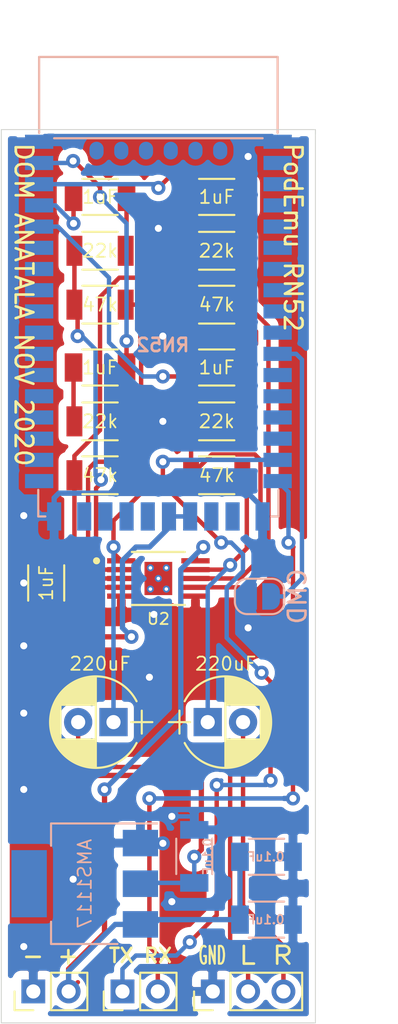
<source format=kicad_pcb>
(kicad_pcb (version 20171130) (host pcbnew "(5.1.8)-1")

  (general
    (thickness 1.6)
    (drawings 10)
    (tracks 255)
    (zones 0)
    (modules 25)
    (nets 61)
  )

  (page A4)
  (layers
    (0 F.Cu signal)
    (31 B.Cu signal)
    (32 B.Adhes user)
    (33 F.Adhes user)
    (34 B.Paste user)
    (35 F.Paste user)
    (36 B.SilkS user)
    (37 F.SilkS user)
    (38 B.Mask user)
    (39 F.Mask user)
    (40 Dwgs.User user)
    (41 Cmts.User user)
    (42 Eco1.User user)
    (43 Eco2.User user)
    (44 Edge.Cuts user)
    (45 Margin user)
    (46 B.CrtYd user hide)
    (47 F.CrtYd user)
    (48 B.Fab user hide)
    (49 F.Fab user hide)
  )

  (setup
    (last_trace_width 0.25)
    (user_trace_width 0.3)
    (trace_clearance 0.2)
    (zone_clearance 0.45)
    (zone_45_only no)
    (trace_min 0.2)
    (via_size 0.8)
    (via_drill 0.4)
    (via_min_size 0.4)
    (via_min_drill 0.3)
    (uvia_size 0.3)
    (uvia_drill 0.1)
    (uvias_allowed no)
    (uvia_min_size 0.2)
    (uvia_min_drill 0.1)
    (edge_width 0.05)
    (segment_width 0.2)
    (pcb_text_width 0.3)
    (pcb_text_size 1.5 1.5)
    (mod_edge_width 0.12)
    (mod_text_size 1 1)
    (mod_text_width 0.15)
    (pad_size 1.524 1.524)
    (pad_drill 0.762)
    (pad_to_mask_clearance 0)
    (aux_axis_origin 0 0)
    (visible_elements 7FFFFFFF)
    (pcbplotparams
      (layerselection 0x010f0_ffffffff)
      (usegerberextensions false)
      (usegerberattributes true)
      (usegerberadvancedattributes true)
      (creategerberjobfile true)
      (excludeedgelayer true)
      (linewidth 0.100000)
      (plotframeref false)
      (viasonmask false)
      (mode 1)
      (useauxorigin false)
      (hpglpennumber 1)
      (hpglpenspeed 20)
      (hpglpendiameter 15.000000)
      (psnegative false)
      (psa4output false)
      (plotreference true)
      (plotvalue true)
      (plotinvisibletext false)
      (padsonsilk false)
      (subtractmaskfromsilk false)
      (outputformat 1)
      (mirror false)
      (drillshape 0)
      (scaleselection 1)
      (outputdirectory "gerber/"))
  )

  (net 0 "")
  (net 1 GND)
  (net 2 "Net-(BT1-Pad2)")
  (net 3 "Net-(BT1-Pad3)")
  (net 4 "Net-(BT1-Pad4)")
  (net 5 "Net-(BT1-Pad5)")
  (net 6 "Net-(BT1-Pad6)")
  (net 7 "Net-(BT1-Pad7)")
  (net 8 "Net-(BT1-Pad8)")
  (net 9 "Net-(BT1-Pad9)")
  (net 10 "Net-(BT1-Pad10)")
  (net 11 "Net-(BT1-Pad11)")
  (net 12 "Net-(BT1-Pad12)")
  (net 13 "Net-(BT1-Pad13)")
  (net 14 "Net-(BT1-Pad14)")
  (net 15 "Net-(BT1-Pad15)")
  (net 16 "Net-(BT1-Pad16)")
  (net 17 "Net-(BT1-Pad17)")
  (net 18 "Net-(BT1-Pad19)")
  (net 19 "Net-(BT1-Pad20)")
  (net 20 +3V3)
  (net 21 "Net-(BT1-Pad23)")
  (net 22 "Net-(BT1-Pad24)")
  (net 23 "Net-(BT1-Pad25)")
  (net 24 "Net-(BT1-Pad26)")
  (net 25 "Net-(BT1-Pad28)")
  (net 26 "Net-(BT1-Pad29)")
  (net 27 "Net-(BT1-Pad30)")
  (net 28 "Net-(BT1-Pad31)")
  (net 29 "Net-(BT1-Pad32)")
  (net 30 "Net-(BT1-Pad33)")
  (net 31 "Net-(BT1-Pad34)")
  (net 32 "Net-(BT1-Pad35)")
  (net 33 "Net-(BT1-Pad36)")
  (net 34 "Net-(BT1-Pad37)")
  (net 35 "Net-(BT1-Pad38)")
  (net 36 "Net-(BT1-Pad39)")
  (net 37 "Net-(BT1-Pad40)")
  (net 38 "Net-(BT1-Pad41)")
  (net 39 "Net-(BT1-Pad42)")
  (net 40 "Net-(BT1-Pad43)")
  (net 41 "Net-(BT1-Pad45)")
  (net 42 "Net-(BT1-Pad46)")
  (net 43 "Net-(BT1-Pad47)")
  (net 44 "Net-(BT1-Pad48)")
  (net 45 "Net-(BT1-Pad49)")
  (net 46 "Net-(BT1-Pad50)")
  (net 47 +5V)
  (net 48 "Net-(C4-Pad1)")
  (net 49 "Net-(C5-Pad1)")
  (net 50 "Net-(C6-Pad1)")
  (net 51 "Net-(C7-Pad1)")
  (net 52 "Net-(C8-Pad1)")
  (net 53 "Net-(C9-Pad2)")
  (net 54 "Net-(C9-Pad1)")
  (net 55 "Net-(C10-Pad1)")
  (net 56 "Net-(C10-Pad2)")
  (net 57 "Net-(R1-Pad1)")
  (net 58 "Net-(R2-Pad1)")
  (net 59 "Net-(R3-Pad1)")
  (net 60 "Net-(R4-Pad1)")

  (net_class Default "This is the default net class."
    (clearance 0.2)
    (trace_width 0.25)
    (via_dia 0.8)
    (via_drill 0.4)
    (uvia_dia 0.3)
    (uvia_drill 0.1)
    (add_net +3V3)
    (add_net +5V)
    (add_net GND)
    (add_net "Net-(BT1-Pad10)")
    (add_net "Net-(BT1-Pad11)")
    (add_net "Net-(BT1-Pad12)")
    (add_net "Net-(BT1-Pad13)")
    (add_net "Net-(BT1-Pad14)")
    (add_net "Net-(BT1-Pad15)")
    (add_net "Net-(BT1-Pad16)")
    (add_net "Net-(BT1-Pad17)")
    (add_net "Net-(BT1-Pad19)")
    (add_net "Net-(BT1-Pad2)")
    (add_net "Net-(BT1-Pad20)")
    (add_net "Net-(BT1-Pad23)")
    (add_net "Net-(BT1-Pad24)")
    (add_net "Net-(BT1-Pad25)")
    (add_net "Net-(BT1-Pad26)")
    (add_net "Net-(BT1-Pad28)")
    (add_net "Net-(BT1-Pad29)")
    (add_net "Net-(BT1-Pad3)")
    (add_net "Net-(BT1-Pad30)")
    (add_net "Net-(BT1-Pad31)")
    (add_net "Net-(BT1-Pad32)")
    (add_net "Net-(BT1-Pad33)")
    (add_net "Net-(BT1-Pad34)")
    (add_net "Net-(BT1-Pad35)")
    (add_net "Net-(BT1-Pad36)")
    (add_net "Net-(BT1-Pad37)")
    (add_net "Net-(BT1-Pad38)")
    (add_net "Net-(BT1-Pad39)")
    (add_net "Net-(BT1-Pad4)")
    (add_net "Net-(BT1-Pad40)")
    (add_net "Net-(BT1-Pad41)")
    (add_net "Net-(BT1-Pad42)")
    (add_net "Net-(BT1-Pad43)")
    (add_net "Net-(BT1-Pad45)")
    (add_net "Net-(BT1-Pad46)")
    (add_net "Net-(BT1-Pad47)")
    (add_net "Net-(BT1-Pad48)")
    (add_net "Net-(BT1-Pad49)")
    (add_net "Net-(BT1-Pad5)")
    (add_net "Net-(BT1-Pad50)")
    (add_net "Net-(BT1-Pad6)")
    (add_net "Net-(BT1-Pad7)")
    (add_net "Net-(BT1-Pad8)")
    (add_net "Net-(BT1-Pad9)")
    (add_net "Net-(C10-Pad1)")
    (add_net "Net-(C10-Pad2)")
    (add_net "Net-(C4-Pad1)")
    (add_net "Net-(C5-Pad1)")
    (add_net "Net-(C6-Pad1)")
    (add_net "Net-(C7-Pad1)")
    (add_net "Net-(C8-Pad1)")
    (add_net "Net-(C9-Pad1)")
    (add_net "Net-(C9-Pad2)")
    (add_net "Net-(R1-Pad1)")
    (add_net "Net-(R2-Pad1)")
    (add_net "Net-(R3-Pad1)")
    (add_net "Net-(R4-Pad1)")
  )

  (module Capacitors_SMD:C_1206 (layer B.Cu) (tedit 58AA84B8) (tstamp 5FB2ED65)
    (at 180.872 136.652)
    (descr "Capacitor SMD 1206, reflow soldering, AVX (see smccp.pdf)")
    (tags "capacitor 1206")
    (path /5FB7863C)
    (attr smd)
    (fp_text reference 0.1uF (at -0.024 0) (layer B.SilkS)
      (effects (font (size 0.5 0.5) (thickness 0.1)) (justify mirror))
    )
    (fp_text value 0.1uF (at -0.024 0) (layer B.Fab)
      (effects (font (size 0.75 0.75) (thickness 0.1)) (justify mirror))
    )
    (fp_line (start 2.25 -1.05) (end -2.25 -1.05) (layer B.CrtYd) (width 0.05))
    (fp_line (start 2.25 -1.05) (end 2.25 1.05) (layer B.CrtYd) (width 0.05))
    (fp_line (start -2.25 1.05) (end -2.25 -1.05) (layer B.CrtYd) (width 0.05))
    (fp_line (start -2.25 1.05) (end 2.25 1.05) (layer B.CrtYd) (width 0.05))
    (fp_line (start -1 -1.02) (end 1 -1.02) (layer B.SilkS) (width 0.12))
    (fp_line (start 1 1.02) (end -1 1.02) (layer B.SilkS) (width 0.12))
    (fp_line (start -1.6 0.8) (end 1.6 0.8) (layer B.Fab) (width 0.1))
    (fp_line (start 1.6 0.8) (end 1.6 -0.8) (layer B.Fab) (width 0.1))
    (fp_line (start 1.6 -0.8) (end -1.6 -0.8) (layer B.Fab) (width 0.1))
    (fp_line (start -1.6 -0.8) (end -1.6 0.8) (layer B.Fab) (width 0.1))
    (pad 1 smd rect (at -1.5 0) (size 1 1.6) (layers B.Cu B.Paste B.Mask)
      (net 47 +5V))
    (pad 2 smd rect (at 1.5 0) (size 1 1.6) (layers B.Cu B.Paste B.Mask)
      (net 1 GND))
    (model Capacitors_SMD.3dshapes/C_1206.wrl
      (at (xyz 0 0 0))
      (scale (xyz 1 1 1))
      (rotate (xyz 0 0 0))
    )
  )

  (module RN52-module-kicad:IC_XTR111AIDGQR (layer F.Cu) (tedit 5FB2BF3A) (tstamp 5FB34247)
    (at 174.752 120.904)
    (path /5FB37C9D)
    (fp_text reference U2 (at 0 2.286) (layer F.SilkS)
      (effects (font (size 0.64 0.64) (thickness 0.1)))
    )
    (fp_text value TPA6112A2DGQR (at 0 2.032) (layer F.Fab)
      (effects (font (size 0.64 0.64) (thickness 0.015)))
    )
    (fp_poly (pts (xy 1.25 -1.2) (xy 2.95 -1.2) (xy 2.95 -0.8) (xy 1.25 -0.8)) (layer F.Mask) (width 0.01))
    (fp_poly (pts (xy 1.25 -0.7) (xy 2.95 -0.7) (xy 2.95 -0.3) (xy 1.25 -0.3)) (layer F.Mask) (width 0.01))
    (fp_poly (pts (xy 1.25 -0.2) (xy 2.95 -0.2) (xy 2.95 0.2) (xy 1.25 0.2)) (layer F.Mask) (width 0.01))
    (fp_poly (pts (xy 1.25 0.3) (xy 2.95 0.3) (xy 2.95 0.7) (xy 1.25 0.7)) (layer F.Mask) (width 0.01))
    (fp_poly (pts (xy 1.25 0.8) (xy 2.95 0.8) (xy 2.95 1.2) (xy 1.25 1.2)) (layer F.Mask) (width 0.01))
    (fp_poly (pts (xy -2.95 0.8) (xy -1.25 0.8) (xy -1.25 1.2) (xy -2.95 1.2)) (layer F.Mask) (width 0.01))
    (fp_poly (pts (xy -2.95 0.3) (xy -1.25 0.3) (xy -1.25 0.7) (xy -2.95 0.7)) (layer F.Mask) (width 0.01))
    (fp_poly (pts (xy -2.95 -0.2) (xy -1.25 -0.2) (xy -1.25 0.2) (xy -2.95 0.2)) (layer F.Mask) (width 0.01))
    (fp_poly (pts (xy -2.95 -0.7) (xy -1.25 -0.7) (xy -1.25 -0.3) (xy -2.95 -0.3)) (layer F.Mask) (width 0.01))
    (fp_poly (pts (xy -2.95 -1.2) (xy -1.25 -1.2) (xy -1.25 -0.8) (xy -2.95 -0.8)) (layer F.Mask) (width 0.01))
    (fp_poly (pts (xy 1.325 -1.125) (xy 2.875 -1.125) (xy 2.875 -0.875) (xy 1.325 -0.875)) (layer F.Paste) (width 0.01))
    (fp_poly (pts (xy 1.325 -0.625) (xy 2.875 -0.625) (xy 2.875 -0.375) (xy 1.325 -0.375)) (layer F.Paste) (width 0.01))
    (fp_poly (pts (xy 1.325 -0.125) (xy 2.875 -0.125) (xy 2.875 0.125) (xy 1.325 0.125)) (layer F.Paste) (width 0.01))
    (fp_poly (pts (xy 1.325 0.375) (xy 2.875 0.375) (xy 2.875 0.625) (xy 1.325 0.625)) (layer F.Paste) (width 0.01))
    (fp_poly (pts (xy 1.325 0.875) (xy 2.875 0.875) (xy 2.875 1.125) (xy 1.325 1.125)) (layer F.Paste) (width 0.01))
    (fp_poly (pts (xy -2.875 0.875) (xy -1.325 0.875) (xy -1.325 1.125) (xy -2.875 1.125)) (layer F.Paste) (width 0.01))
    (fp_poly (pts (xy -2.875 0.375) (xy -1.325 0.375) (xy -1.325 0.625) (xy -2.875 0.625)) (layer F.Paste) (width 0.01))
    (fp_poly (pts (xy -2.875 -0.125) (xy -1.325 -0.125) (xy -1.325 0.125) (xy -2.875 0.125)) (layer F.Paste) (width 0.01))
    (fp_poly (pts (xy -2.875 -0.625) (xy -1.325 -0.625) (xy -1.325 -0.375) (xy -2.875 -0.375)) (layer F.Paste) (width 0.01))
    (fp_poly (pts (xy -2.875 -1.125) (xy -1.325 -1.125) (xy -1.325 -0.875) (xy -2.875 -0.875)) (layer F.Paste) (width 0.01))
    (fp_circle (center -3.5 -1) (end -3.4 -1) (layer F.Fab) (width 0.2))
    (fp_circle (center -3.5 -1) (end -3.4 -1) (layer F.SilkS) (width 0.2))
    (fp_line (start -1.75 -1.4) (end -3.15 -1.4) (layer F.CrtYd) (width 0.05))
    (fp_line (start -1.75 -1.75) (end -1.75 -1.4) (layer F.CrtYd) (width 0.05))
    (fp_line (start 1.75 -1.75) (end -1.75 -1.75) (layer F.CrtYd) (width 0.05))
    (fp_line (start 1.75 -1.4) (end 1.75 -1.75) (layer F.CrtYd) (width 0.05))
    (fp_line (start 3.15 -1.4) (end 1.75 -1.4) (layer F.CrtYd) (width 0.05))
    (fp_line (start 3.15 1.4) (end 3.15 -1.4) (layer F.CrtYd) (width 0.05))
    (fp_line (start 1.75 1.4) (end 3.15 1.4) (layer F.CrtYd) (width 0.05))
    (fp_line (start 1.75 1.75) (end 1.75 1.4) (layer F.CrtYd) (width 0.05))
    (fp_line (start -1.75 1.75) (end 1.75 1.75) (layer F.CrtYd) (width 0.05))
    (fp_line (start -1.75 1.4) (end -1.75 1.75) (layer F.CrtYd) (width 0.05))
    (fp_line (start -3.15 1.4) (end -1.75 1.4) (layer F.CrtYd) (width 0.05))
    (fp_line (start -3.15 -1.4) (end -3.15 1.4) (layer F.CrtYd) (width 0.05))
    (fp_line (start -1.5 1.5) (end 1.5 1.5) (layer F.SilkS) (width 0.127))
    (fp_line (start 1.5 -1.5) (end -1.5 -1.5) (layer F.SilkS) (width 0.127))
    (fp_line (start 1.5 -1.5) (end -1.5 -1.5) (layer F.Fab) (width 0.127))
    (fp_line (start 1.5 1.5) (end 1.5 -1.5) (layer F.Fab) (width 0.127))
    (fp_line (start -1.5 1.5) (end 1.5 1.5) (layer F.Fab) (width 0.127))
    (fp_line (start -1.5 -1.5) (end -1.5 1.5) (layer F.Fab) (width 0.127))
    (pad 1 smd rect (at -2.1 -1) (size 1.6 0.3) (layers F.Cu)
      (net 55 "Net-(C10-Pad1)"))
    (pad 2 smd rect (at -2.1 -0.5) (size 1.6 0.3) (layers F.Cu)
      (net 59 "Net-(R3-Pad1)"))
    (pad 3 smd rect (at -2.1 0) (size 1.6 0.3) (layers F.Cu)
      (net 57 "Net-(R1-Pad1)"))
    (pad 4 smd rect (at -2.1 0.5) (size 1.6 0.3) (layers F.Cu)
      (net 52 "Net-(C8-Pad1)"))
    (pad 5 smd rect (at -2.1 1) (size 1.6 0.3) (layers F.Cu)
      (net 1 GND))
    (pad 6 smd rect (at 2.1 1) (size 1.6 0.3) (layers F.Cu)
      (net 1 GND))
    (pad 7 smd rect (at 2.1 0.5) (size 1.6 0.3) (layers F.Cu)
      (net 58 "Net-(R2-Pad1)"))
    (pad 8 smd rect (at 2.1 0) (size 1.6 0.3) (layers F.Cu)
      (net 60 "Net-(R4-Pad1)"))
    (pad 9 smd rect (at 2.1 -0.5) (size 1.6 0.3) (layers F.Cu)
      (net 54 "Net-(C9-Pad1)"))
    (pad 10 smd rect (at 2.1 -1) (size 1.6 0.3) (layers F.Cu)
      (net 47 +5V))
    (pad 11 smd rect (at 0 0) (size 1.57 1.88) (layers F.Cu F.Paste F.Mask))
    (pad 12 thru_hole circle (at -0.45 -0.6) (size 0.4 0.4) (drill 0.2) (layers *.Cu))
    (pad 13 thru_hole circle (at 0.45 -0.6) (size 0.4 0.4) (drill 0.2) (layers *.Cu))
    (pad 14 thru_hole circle (at 0 0) (size 0.4 0.4) (drill 0.2) (layers *.Cu))
    (pad 15 thru_hole circle (at -0.45 0.6) (size 0.4 0.4) (drill 0.2) (layers *.Cu))
    (pad 16 thru_hole circle (at 0.45 0.6) (size 0.4 0.4) (drill 0.2) (layers *.Cu))
  )

  (module Pin_Headers:Pin_Header_Straight_1x03_Pitch2.00mm (layer F.Cu) (tedit 59650533) (tstamp 5FB2FF03)
    (at 177.832 144.272 90)
    (descr "Through hole straight pin header, 1x03, 2.00mm pitch, single row")
    (tags "Through hole pin header THT 1x03 2.00mm single row")
    (path /5FBA88C1)
    (fp_text reference "L R" (at 2.032 3.016) (layer F.SilkS)
      (effects (font (size 1 1.2) (thickness 0.15)))
    )
    (fp_text value AUDIO_OUT_GND_L_R (at -2.54 2.508 180) (layer F.Fab)
      (effects (font (size 1 1) (thickness 0.15)))
    )
    (fp_line (start -0.5 -1) (end 1 -1) (layer F.Fab) (width 0.1))
    (fp_line (start 1 -1) (end 1 5) (layer F.Fab) (width 0.1))
    (fp_line (start 1 5) (end -1 5) (layer F.Fab) (width 0.1))
    (fp_line (start -1 5) (end -1 -0.5) (layer F.Fab) (width 0.1))
    (fp_line (start -1 -0.5) (end -0.5 -1) (layer F.Fab) (width 0.1))
    (fp_line (start -1.06 5.06) (end 1.06 5.06) (layer F.SilkS) (width 0.12))
    (fp_line (start -1.06 1) (end -1.06 5.06) (layer F.SilkS) (width 0.12))
    (fp_line (start 1.06 1) (end 1.06 5.06) (layer F.SilkS) (width 0.12))
    (fp_line (start -1.06 1) (end 1.06 1) (layer F.SilkS) (width 0.12))
    (fp_line (start -1.06 0) (end -1.06 -1.06) (layer F.SilkS) (width 0.12))
    (fp_line (start -1.06 -1.06) (end 0 -1.06) (layer F.SilkS) (width 0.12))
    (fp_line (start -1.5 -1.5) (end -1.5 5.5) (layer F.CrtYd) (width 0.05))
    (fp_line (start -1.5 5.5) (end 1.5 5.5) (layer F.CrtYd) (width 0.05))
    (fp_line (start 1.5 5.5) (end 1.5 -1.5) (layer F.CrtYd) (width 0.05))
    (fp_line (start 1.5 -1.5) (end -1.5 -1.5) (layer F.CrtYd) (width 0.05))
    (pad 3 thru_hole oval (at 0 4 90) (size 1.35 1.35) (drill 0.8) (layers *.Cu *.Mask)
      (net 53 "Net-(C9-Pad2)"))
    (pad 2 thru_hole oval (at 0 2 90) (size 1.35 1.35) (drill 0.8) (layers *.Cu *.Mask)
      (net 56 "Net-(C10-Pad2)"))
    (pad 1 thru_hole rect (at 0 0 90) (size 1.35 1.35) (drill 0.8) (layers *.Cu *.Mask)
      (net 1 GND))
    (model ${KISYS3DMOD}/Pin_Headers.3dshapes/Pin_Header_Straight_1x03_Pitch2.00mm.wrl
      (at (xyz 0 0 0))
      (scale (xyz 1 1 1))
      (rotate (xyz 0 0 0))
    )
  )

  (module Capacitors_SMD:C_1206 (layer F.Cu) (tedit 58AA84B8) (tstamp 5FB33B6A)
    (at 178.054 99.314)
    (descr "Capacitor SMD 1206, reflow soldering, AVX (see smccp.pdf)")
    (tags "capacitor 1206")
    (path /5FB4A0F9)
    (attr smd)
    (fp_text reference C5 (at 0 0) (layer F.Fab)
      (effects (font (size 1 1) (thickness 0.15)))
    )
    (fp_text value 1uF (at 0 0) (layer F.SilkS)
      (effects (font (size 0.75 0.75) (thickness 0.1)))
    )
    (fp_line (start -1.6 0.8) (end -1.6 -0.8) (layer F.Fab) (width 0.1))
    (fp_line (start 1.6 0.8) (end -1.6 0.8) (layer F.Fab) (width 0.1))
    (fp_line (start 1.6 -0.8) (end 1.6 0.8) (layer F.Fab) (width 0.1))
    (fp_line (start -1.6 -0.8) (end 1.6 -0.8) (layer F.Fab) (width 0.1))
    (fp_line (start 1 -1.02) (end -1 -1.02) (layer F.SilkS) (width 0.12))
    (fp_line (start -1 1.02) (end 1 1.02) (layer F.SilkS) (width 0.12))
    (fp_line (start -2.25 -1.05) (end 2.25 -1.05) (layer F.CrtYd) (width 0.05))
    (fp_line (start -2.25 -1.05) (end -2.25 1.05) (layer F.CrtYd) (width 0.05))
    (fp_line (start 2.25 1.05) (end 2.25 -1.05) (layer F.CrtYd) (width 0.05))
    (fp_line (start 2.25 1.05) (end -2.25 1.05) (layer F.CrtYd) (width 0.05))
    (pad 2 smd rect (at 1.5 0) (size 1 1.6) (layers F.Cu F.Paste F.Mask)
      (net 39 "Net-(BT1-Pad42)"))
    (pad 1 smd rect (at -1.5 0) (size 1 1.6) (layers F.Cu F.Paste F.Mask)
      (net 49 "Net-(C5-Pad1)"))
    (model Capacitors_SMD.3dshapes/C_1206.wrl
      (at (xyz 0 0 0))
      (scale (xyz 1 1 1))
      (rotate (xyz 0 0 0))
    )
  )

  (module Resistors_SMD:R_1206 (layer F.Cu) (tedit 58E0A804) (tstamp 5FB339EA)
    (at 178.054 105.41)
    (descr "Resistor SMD 1206, reflow soldering, Vishay (see dcrcw.pdf)")
    (tags "resistor 1206")
    (path /5FB533AF)
    (attr smd)
    (fp_text reference R8 (at 0 0) (layer F.Fab)
      (effects (font (size 1 1) (thickness 0.15)))
    )
    (fp_text value 47k (at 0 0) (layer F.SilkS)
      (effects (font (size 0.75 0.75) (thickness 0.1)))
    )
    (fp_line (start -1.6 0.8) (end -1.6 -0.8) (layer F.Fab) (width 0.1))
    (fp_line (start 1.6 0.8) (end -1.6 0.8) (layer F.Fab) (width 0.1))
    (fp_line (start 1.6 -0.8) (end 1.6 0.8) (layer F.Fab) (width 0.1))
    (fp_line (start -1.6 -0.8) (end 1.6 -0.8) (layer F.Fab) (width 0.1))
    (fp_line (start 1 1.07) (end -1 1.07) (layer F.SilkS) (width 0.12))
    (fp_line (start -1 -1.07) (end 1 -1.07) (layer F.SilkS) (width 0.12))
    (fp_line (start -2.15 -1.11) (end 2.15 -1.11) (layer F.CrtYd) (width 0.05))
    (fp_line (start -2.15 -1.11) (end -2.15 1.1) (layer F.CrtYd) (width 0.05))
    (fp_line (start 2.15 1.1) (end 2.15 -1.11) (layer F.CrtYd) (width 0.05))
    (fp_line (start 2.15 1.1) (end -2.15 1.1) (layer F.CrtYd) (width 0.05))
    (pad 2 smd rect (at 1.45 0) (size 0.9 1.7) (layers F.Cu F.Paste F.Mask)
      (net 58 "Net-(R2-Pad1)"))
    (pad 1 smd rect (at -1.45 0) (size 0.9 1.7) (layers F.Cu F.Paste F.Mask)
      (net 52 "Net-(C8-Pad1)"))
    (model ${KISYS3DMOD}/Resistors_SMD.3dshapes/R_1206.wrl
      (at (xyz 0 0 0))
      (scale (xyz 1 1 1))
      (rotate (xyz 0 0 0))
    )
  )

  (module Resistors_SMD:R_1206 (layer F.Cu) (tedit 58E0A804) (tstamp 5FB33942)
    (at 178.054 102.362 180)
    (descr "Resistor SMD 1206, reflow soldering, Vishay (see dcrcw.pdf)")
    (tags "resistor 1206")
    (path /5FB4A0FF)
    (attr smd)
    (fp_text reference R2 (at 0 0) (layer F.Fab)
      (effects (font (size 1 1) (thickness 0.15)))
    )
    (fp_text value 22k (at 0 0) (layer F.SilkS)
      (effects (font (size 0.75 0.75) (thickness 0.1)))
    )
    (fp_line (start 2.15 1.1) (end -2.15 1.1) (layer F.CrtYd) (width 0.05))
    (fp_line (start 2.15 1.1) (end 2.15 -1.11) (layer F.CrtYd) (width 0.05))
    (fp_line (start -2.15 -1.11) (end -2.15 1.1) (layer F.CrtYd) (width 0.05))
    (fp_line (start -2.15 -1.11) (end 2.15 -1.11) (layer F.CrtYd) (width 0.05))
    (fp_line (start -1 -1.07) (end 1 -1.07) (layer F.SilkS) (width 0.12))
    (fp_line (start 1 1.07) (end -1 1.07) (layer F.SilkS) (width 0.12))
    (fp_line (start -1.6 -0.8) (end 1.6 -0.8) (layer F.Fab) (width 0.1))
    (fp_line (start 1.6 -0.8) (end 1.6 0.8) (layer F.Fab) (width 0.1))
    (fp_line (start 1.6 0.8) (end -1.6 0.8) (layer F.Fab) (width 0.1))
    (fp_line (start -1.6 0.8) (end -1.6 -0.8) (layer F.Fab) (width 0.1))
    (pad 1 smd rect (at -1.45 0 180) (size 0.9 1.7) (layers F.Cu F.Paste F.Mask)
      (net 58 "Net-(R2-Pad1)"))
    (pad 2 smd rect (at 1.45 0 180) (size 0.9 1.7) (layers F.Cu F.Paste F.Mask)
      (net 49 "Net-(C5-Pad1)"))
    (model ${KISYS3DMOD}/Resistors_SMD.3dshapes/R_1206.wrl
      (at (xyz 0 0 0))
      (scale (xyz 1 1 1))
      (rotate (xyz 0 0 0))
    )
  )

  (module RN52-module-kicad:LGA50-1.0-26X13.5MM (layer B.Cu) (tedit 5FB2B07C) (tstamp 5FB35B69)
    (at 174.752 104.394 180)
    (path /5FB2B9DA)
    (fp_text reference RN52 (at -0.254 -3.302) (layer B.SilkS)
      (effects (font (size 0.75 0.75) (thickness 0.15)) (justify mirror))
    )
    (fp_text value "RN52-I_RM(50P-26X13.5MM)" (at 0 0) (layer B.Fab)
      (effects (font (size 0.640197 0.640197) (thickness 0.015)) (justify mirror))
    )
    (fp_line (start -5.9 8.4) (end 5.9 8.4) (layer B.SilkS) (width 0.127))
    (fp_line (start -6.8 -13) (end -6.8 -11.5) (layer B.SilkS) (width 0.127))
    (fp_line (start -6.4 -13) (end -6.8 -13) (layer B.SilkS) (width 0.127))
    (fp_line (start 6.8 -13) (end 6.8 -11.5) (layer B.SilkS) (width 0.127))
    (fp_line (start 6.4 -13) (end 6.8 -13) (layer B.SilkS) (width 0.127))
    (fp_line (start -6.75 8.4) (end 6.75 8.4) (layer B.Fab) (width 0.127))
    (fp_line (start -6.75 8.4) (end -6.75 -13) (layer B.Fab) (width 0.127))
    (fp_poly (pts (xy -6.80589 13) (xy 6.8 13) (xy 6.8 -13.0113) (xy -6.80589 -13.0113)) (layer B.CrtYd) (width 0.01))
    (fp_line (start -6.75 13) (end -6.75 8.7) (layer B.SilkS) (width 0.127))
    (fp_line (start 6.75 13) (end -6.75 13) (layer B.SilkS) (width 0.127))
    (fp_line (start 6.75 8.7) (end 6.75 13) (layer B.SilkS) (width 0.127))
    (fp_line (start 6.75 -13) (end 6.75 8.4) (layer B.Fab) (width 0.127))
    (fp_line (start -6.75 -13) (end 6.75 -13) (layer B.Fab) (width 0.127))
    (pad 1 smd rect (at -6.75 8.2 180) (size 1.6 0.8) (layers B.Cu B.Paste B.Mask)
      (net 1 GND))
    (pad 2 smd rect (at -6.75 7 180) (size 1.6 0.8) (layers B.Cu B.Paste B.Mask)
      (net 2 "Net-(BT1-Pad2)"))
    (pad 3 smd rect (at -6.75 5.8 180) (size 1.6 0.8) (layers B.Cu B.Paste B.Mask)
      (net 3 "Net-(BT1-Pad3)"))
    (pad 4 smd rect (at -6.75 4.6 180) (size 1.6 0.8) (layers B.Cu B.Paste B.Mask)
      (net 4 "Net-(BT1-Pad4)"))
    (pad 5 smd rect (at -6.75 3.4 180) (size 1.6 0.8) (layers B.Cu B.Paste B.Mask)
      (net 5 "Net-(BT1-Pad5)"))
    (pad 6 smd rect (at -6.75 2.2 180) (size 1.6 0.8) (layers B.Cu B.Paste B.Mask)
      (net 6 "Net-(BT1-Pad6)"))
    (pad 7 smd rect (at -6.75 1 180) (size 1.6 0.8) (layers B.Cu B.Paste B.Mask)
      (net 7 "Net-(BT1-Pad7)"))
    (pad 8 smd rect (at -6.75 -0.2 180) (size 1.6 0.8) (layers B.Cu B.Paste B.Mask)
      (net 8 "Net-(BT1-Pad8)"))
    (pad 9 smd rect (at -6.75 -1.4 180) (size 1.6 0.8) (layers B.Cu B.Paste B.Mask)
      (net 9 "Net-(BT1-Pad9)"))
    (pad 10 smd rect (at -6.75 -2.6 180) (size 1.6 0.8) (layers B.Cu B.Paste B.Mask)
      (net 10 "Net-(BT1-Pad10)"))
    (pad 11 smd rect (at -6.75 -3.8 180) (size 1.6 0.8) (layers B.Cu B.Paste B.Mask)
      (net 11 "Net-(BT1-Pad11)"))
    (pad 12 smd rect (at -6.75 -5 180) (size 1.6 0.8) (layers B.Cu B.Paste B.Mask)
      (net 12 "Net-(BT1-Pad12)"))
    (pad 13 smd rect (at -6.75 -6.2 180) (size 1.6 0.8) (layers B.Cu B.Paste B.Mask)
      (net 13 "Net-(BT1-Pad13)"))
    (pad 14 smd rect (at -6.75 -7.4 180) (size 1.6 0.8) (layers B.Cu B.Paste B.Mask)
      (net 14 "Net-(BT1-Pad14)"))
    (pad 15 smd rect (at -6.75 -8.6 180) (size 1.6 0.8) (layers B.Cu B.Paste B.Mask)
      (net 15 "Net-(BT1-Pad15)"))
    (pad 16 smd rect (at -6.75 -9.8 180) (size 1.6 0.8) (layers B.Cu B.Paste B.Mask)
      (net 16 "Net-(BT1-Pad16)"))
    (pad 17 smd rect (at -6.75 -11 180) (size 1.6 0.8) (layers B.Cu B.Paste B.Mask)
      (net 17 "Net-(BT1-Pad17)"))
    (pad 18 smd rect (at -5.9 -13 180) (size 0.8 1.6) (layers B.Cu B.Paste B.Mask)
      (net 1 GND))
    (pad 19 smd rect (at -4.2 -13 180) (size 0.8 1.6) (layers B.Cu B.Paste B.Mask)
      (net 18 "Net-(BT1-Pad19)"))
    (pad 20 smd rect (at -3 -13 180) (size 0.8 1.6) (layers B.Cu B.Paste B.Mask)
      (net 19 "Net-(BT1-Pad20)"))
    (pad 21 smd rect (at -1.8 -13 180) (size 0.8 1.6) (layers B.Cu B.Paste B.Mask)
      (net 20 +3V3))
    (pad 22 smd rect (at -0.6 -13 180) (size 0.8 1.6) (layers B.Cu B.Paste B.Mask)
      (net 20 +3V3))
    (pad 23 smd rect (at 0.6 -13 180) (size 0.8 1.6) (layers B.Cu B.Paste B.Mask)
      (net 21 "Net-(BT1-Pad23)"))
    (pad 24 smd rect (at 1.8 -13 180) (size 0.8 1.6) (layers B.Cu B.Paste B.Mask)
      (net 22 "Net-(BT1-Pad24)"))
    (pad 25 smd rect (at 3 -13 180) (size 0.8 1.6) (layers B.Cu B.Paste B.Mask)
      (net 23 "Net-(BT1-Pad25)"))
    (pad 26 smd rect (at 4.2 -13 180) (size 0.8 1.6) (layers B.Cu B.Paste B.Mask)
      (net 24 "Net-(BT1-Pad26)"))
    (pad 27 smd rect (at 5.9 -13 180) (size 0.8 1.6) (layers B.Cu B.Paste B.Mask)
      (net 1 GND))
    (pad 28 smd rect (at 6.75 -11 180) (size 1.6 0.8) (layers B.Cu B.Paste B.Mask)
      (net 25 "Net-(BT1-Pad28)"))
    (pad 29 smd rect (at 6.75 -9.8 180) (size 1.6 0.8) (layers B.Cu B.Paste B.Mask)
      (net 26 "Net-(BT1-Pad29)"))
    (pad 30 smd rect (at 6.75 -8.6 180) (size 1.6 0.8) (layers B.Cu B.Paste B.Mask)
      (net 27 "Net-(BT1-Pad30)"))
    (pad 31 smd rect (at 6.75 -7.4 180) (size 1.6 0.8) (layers B.Cu B.Paste B.Mask)
      (net 28 "Net-(BT1-Pad31)"))
    (pad 32 smd rect (at 6.75 -6.2 180) (size 1.6 0.8) (layers B.Cu B.Paste B.Mask)
      (net 29 "Net-(BT1-Pad32)"))
    (pad 33 smd rect (at 6.75 -5 180) (size 1.6 0.8) (layers B.Cu B.Paste B.Mask)
      (net 30 "Net-(BT1-Pad33)"))
    (pad 34 smd rect (at 6.75 -3.8 180) (size 1.6 0.8) (layers B.Cu B.Paste B.Mask)
      (net 31 "Net-(BT1-Pad34)"))
    (pad 35 smd rect (at 6.75 -2.6 180) (size 1.6 0.8) (layers B.Cu B.Paste B.Mask)
      (net 32 "Net-(BT1-Pad35)"))
    (pad 36 smd rect (at 6.75 -1.4 180) (size 1.6 0.8) (layers B.Cu B.Paste B.Mask)
      (net 33 "Net-(BT1-Pad36)"))
    (pad 37 smd rect (at 6.75 -0.2 180) (size 1.6 0.8) (layers B.Cu B.Paste B.Mask)
      (net 34 "Net-(BT1-Pad37)"))
    (pad 38 smd rect (at 6.75 1 180) (size 1.6 0.8) (layers B.Cu B.Paste B.Mask)
      (net 35 "Net-(BT1-Pad38)"))
    (pad 39 smd rect (at 6.75 2.2 180) (size 1.6 0.8) (layers B.Cu B.Paste B.Mask)
      (net 36 "Net-(BT1-Pad39)"))
    (pad 40 smd rect (at 6.75 3.4 180) (size 1.6 0.8) (layers B.Cu B.Paste B.Mask)
      (net 37 "Net-(BT1-Pad40)"))
    (pad 41 smd rect (at 6.75 4.6 180) (size 1.6 0.8) (layers B.Cu B.Paste B.Mask)
      (net 38 "Net-(BT1-Pad41)"))
    (pad 42 smd rect (at 6.75 5.8 180) (size 1.6 0.8) (layers B.Cu B.Paste B.Mask)
      (net 39 "Net-(BT1-Pad42)"))
    (pad 43 smd rect (at 6.75 7 180) (size 1.6 0.8) (layers B.Cu B.Paste B.Mask)
      (net 40 "Net-(BT1-Pad43)"))
    (pad 44 smd rect (at 6.75 8.2 180) (size 1.6 0.8) (layers B.Cu B.Paste B.Mask)
      (net 1 GND))
    (pad 45 smd oval (at 3.5 7.7 180) (size 0.8 1) (layers B.Cu B.Paste B.Mask)
      (net 41 "Net-(BT1-Pad45)"))
    (pad 46 smd oval (at 2.1 7.7 180) (size 0.8 1) (layers B.Cu B.Paste B.Mask)
      (net 42 "Net-(BT1-Pad46)"))
    (pad 47 smd oval (at 0.7 7.7 180) (size 0.8 1) (layers B.Cu B.Paste B.Mask)
      (net 43 "Net-(BT1-Pad47)"))
    (pad 48 smd oval (at -0.7 7.7 180) (size 0.8 1) (layers B.Cu B.Paste B.Mask)
      (net 44 "Net-(BT1-Pad48)"))
    (pad 49 smd oval (at -2.1 7.7 180) (size 0.8 1) (layers B.Cu B.Paste B.Mask)
      (net 45 "Net-(BT1-Pad49)"))
    (pad 50 smd oval (at -3.5 7.7 180) (size 0.8 1) (layers B.Cu B.Paste B.Mask)
      (net 46 "Net-(BT1-Pad50)"))
  )

  (module Capacitors_SMD:C_1206 (layer B.Cu) (tedit 58AA84B8) (tstamp 5FB2ED76)
    (at 180.872 140.208)
    (descr "Capacitor SMD 1206, reflow soldering, AVX (see smccp.pdf)")
    (tags "capacitor 1206")
    (path /5FB798A1)
    (attr smd)
    (fp_text reference 0.1uF (at -0.024 0) (layer B.SilkS)
      (effects (font (size 0.5 0.5) (thickness 0.1)) (justify mirror))
    )
    (fp_text value 0.1uF (at 0 0) (layer B.Fab)
      (effects (font (size 0.75 0.75) (thickness 0.1)) (justify mirror))
    )
    (fp_line (start -1.6 -0.8) (end -1.6 0.8) (layer B.Fab) (width 0.1))
    (fp_line (start 1.6 -0.8) (end -1.6 -0.8) (layer B.Fab) (width 0.1))
    (fp_line (start 1.6 0.8) (end 1.6 -0.8) (layer B.Fab) (width 0.1))
    (fp_line (start -1.6 0.8) (end 1.6 0.8) (layer B.Fab) (width 0.1))
    (fp_line (start 1 1.02) (end -1 1.02) (layer B.SilkS) (width 0.12))
    (fp_line (start -1 -1.02) (end 1 -1.02) (layer B.SilkS) (width 0.12))
    (fp_line (start -2.25 1.05) (end 2.25 1.05) (layer B.CrtYd) (width 0.05))
    (fp_line (start -2.25 1.05) (end -2.25 -1.05) (layer B.CrtYd) (width 0.05))
    (fp_line (start 2.25 -1.05) (end 2.25 1.05) (layer B.CrtYd) (width 0.05))
    (fp_line (start 2.25 -1.05) (end -2.25 -1.05) (layer B.CrtYd) (width 0.05))
    (pad 2 smd rect (at 1.5 0) (size 1 1.6) (layers B.Cu B.Paste B.Mask)
      (net 1 GND))
    (pad 1 smd rect (at -1.5 0) (size 1 1.6) (layers B.Cu B.Paste B.Mask)
      (net 47 +5V))
    (model Capacitors_SMD.3dshapes/C_1206.wrl
      (at (xyz 0 0 0))
      (scale (xyz 1 1 1))
      (rotate (xyz 0 0 0))
    )
  )

  (module Capacitors_SMD:C_1206 (layer B.Cu) (tedit 58AA84B8) (tstamp 5FB2ED87)
    (at 176.784 136.628 90)
    (descr "Capacitor SMD 1206, reflow soldering, AVX (see smccp.pdf)")
    (tags "capacitor 1206")
    (path /5FB7B5F0)
    (attr smd)
    (fp_text reference C3 (at 0 0 -90) (layer B.Fab)
      (effects (font (size 1 1) (thickness 0.15)) (justify mirror))
    )
    (fp_text value 0.1uF (at 0 0.762 -90) (layer B.SilkS)
      (effects (font (size 0.5 0.5) (thickness 0.1)) (justify mirror))
    )
    (fp_line (start 2.25 -1.05) (end -2.25 -1.05) (layer B.CrtYd) (width 0.05))
    (fp_line (start 2.25 -1.05) (end 2.25 1.05) (layer B.CrtYd) (width 0.05))
    (fp_line (start -2.25 1.05) (end -2.25 -1.05) (layer B.CrtYd) (width 0.05))
    (fp_line (start -2.25 1.05) (end 2.25 1.05) (layer B.CrtYd) (width 0.05))
    (fp_line (start -1 -1.02) (end 1 -1.02) (layer B.SilkS) (width 0.12))
    (fp_line (start 1 1.02) (end -1 1.02) (layer B.SilkS) (width 0.12))
    (fp_line (start -1.6 0.8) (end 1.6 0.8) (layer B.Fab) (width 0.1))
    (fp_line (start 1.6 0.8) (end 1.6 -0.8) (layer B.Fab) (width 0.1))
    (fp_line (start 1.6 -0.8) (end -1.6 -0.8) (layer B.Fab) (width 0.1))
    (fp_line (start -1.6 -0.8) (end -1.6 0.8) (layer B.Fab) (width 0.1))
    (pad 1 smd rect (at -1.5 0 90) (size 1 1.6) (layers B.Cu B.Paste B.Mask)
      (net 20 +3V3))
    (pad 2 smd rect (at 1.5 0 90) (size 1 1.6) (layers B.Cu B.Paste B.Mask)
      (net 1 GND))
    (model Capacitors_SMD.3dshapes/C_1206.wrl
      (at (xyz 0 0 0))
      (scale (xyz 1 1 1))
      (rotate (xyz 0 0 0))
    )
  )

  (module Capacitors_SMD:C_1206 (layer F.Cu) (tedit 58AA84B8) (tstamp 5FB33B3A)
    (at 171.45 108.966)
    (descr "Capacitor SMD 1206, reflow soldering, AVX (see smccp.pdf)")
    (tags "capacitor 1206")
    (path /5FB49557)
    (attr smd)
    (fp_text reference C4 (at 0 0) (layer F.Fab)
      (effects (font (size 1 1) (thickness 0.15)))
    )
    (fp_text value 1uF (at 0 0) (layer F.SilkS)
      (effects (font (size 0.75 0.75) (thickness 0.1)))
    )
    (fp_line (start 2.25 1.05) (end -2.25 1.05) (layer F.CrtYd) (width 0.05))
    (fp_line (start 2.25 1.05) (end 2.25 -1.05) (layer F.CrtYd) (width 0.05))
    (fp_line (start -2.25 -1.05) (end -2.25 1.05) (layer F.CrtYd) (width 0.05))
    (fp_line (start -2.25 -1.05) (end 2.25 -1.05) (layer F.CrtYd) (width 0.05))
    (fp_line (start -1 1.02) (end 1 1.02) (layer F.SilkS) (width 0.12))
    (fp_line (start 1 -1.02) (end -1 -1.02) (layer F.SilkS) (width 0.12))
    (fp_line (start -1.6 -0.8) (end 1.6 -0.8) (layer F.Fab) (width 0.1))
    (fp_line (start 1.6 -0.8) (end 1.6 0.8) (layer F.Fab) (width 0.1))
    (fp_line (start 1.6 0.8) (end -1.6 0.8) (layer F.Fab) (width 0.1))
    (fp_line (start -1.6 0.8) (end -1.6 -0.8) (layer F.Fab) (width 0.1))
    (pad 1 smd rect (at -1.5 0) (size 1 1.6) (layers F.Cu F.Paste F.Mask)
      (net 48 "Net-(C4-Pad1)"))
    (pad 2 smd rect (at 1.5 0) (size 1 1.6) (layers F.Cu F.Paste F.Mask)
      (net 40 "Net-(BT1-Pad43)"))
    (model Capacitors_SMD.3dshapes/C_1206.wrl
      (at (xyz 0 0 0))
      (scale (xyz 1 1 1))
      (rotate (xyz 0 0 0))
    )
  )

  (module Capacitors_SMD:C_1206 (layer F.Cu) (tedit 58AA84B8) (tstamp 5FB33B0A)
    (at 171.45 99.314 180)
    (descr "Capacitor SMD 1206, reflow soldering, AVX (see smccp.pdf)")
    (tags "capacitor 1206")
    (path /5FB4A5A9)
    (attr smd)
    (fp_text reference C6 (at 0 0) (layer F.Fab)
      (effects (font (size 1 1) (thickness 0.15)))
    )
    (fp_text value 1uF (at 0 0) (layer F.SilkS)
      (effects (font (size 0.75 0.75) (thickness 0.1)))
    )
    (fp_line (start 2.25 1.05) (end -2.25 1.05) (layer F.CrtYd) (width 0.05))
    (fp_line (start 2.25 1.05) (end 2.25 -1.05) (layer F.CrtYd) (width 0.05))
    (fp_line (start -2.25 -1.05) (end -2.25 1.05) (layer F.CrtYd) (width 0.05))
    (fp_line (start -2.25 -1.05) (end 2.25 -1.05) (layer F.CrtYd) (width 0.05))
    (fp_line (start -1 1.02) (end 1 1.02) (layer F.SilkS) (width 0.12))
    (fp_line (start 1 -1.02) (end -1 -1.02) (layer F.SilkS) (width 0.12))
    (fp_line (start -1.6 -0.8) (end 1.6 -0.8) (layer F.Fab) (width 0.1))
    (fp_line (start 1.6 -0.8) (end 1.6 0.8) (layer F.Fab) (width 0.1))
    (fp_line (start 1.6 0.8) (end -1.6 0.8) (layer F.Fab) (width 0.1))
    (fp_line (start -1.6 0.8) (end -1.6 -0.8) (layer F.Fab) (width 0.1))
    (pad 1 smd rect (at -1.5 0 180) (size 1 1.6) (layers F.Cu F.Paste F.Mask)
      (net 50 "Net-(C6-Pad1)"))
    (pad 2 smd rect (at 1.5 0 180) (size 1 1.6) (layers F.Cu F.Paste F.Mask)
      (net 38 "Net-(BT1-Pad41)"))
    (model Capacitors_SMD.3dshapes/C_1206.wrl
      (at (xyz 0 0 0))
      (scale (xyz 1 1 1))
      (rotate (xyz 0 0 0))
    )
  )

  (module Capacitors_SMD:C_1206 (layer F.Cu) (tedit 58AA84B8) (tstamp 5FB33AAA)
    (at 178.054 108.966 180)
    (descr "Capacitor SMD 1206, reflow soldering, AVX (see smccp.pdf)")
    (tags "capacitor 1206")
    (path /5FB4AC7B)
    (attr smd)
    (fp_text reference C7 (at 0 0) (layer F.Fab)
      (effects (font (size 1 1) (thickness 0.15)))
    )
    (fp_text value 1uF (at 0 0) (layer F.SilkS)
      (effects (font (size 0.75 0.75) (thickness 0.1)))
    )
    (fp_line (start -1.6 0.8) (end -1.6 -0.8) (layer F.Fab) (width 0.1))
    (fp_line (start 1.6 0.8) (end -1.6 0.8) (layer F.Fab) (width 0.1))
    (fp_line (start 1.6 -0.8) (end 1.6 0.8) (layer F.Fab) (width 0.1))
    (fp_line (start -1.6 -0.8) (end 1.6 -0.8) (layer F.Fab) (width 0.1))
    (fp_line (start 1 -1.02) (end -1 -1.02) (layer F.SilkS) (width 0.12))
    (fp_line (start -1 1.02) (end 1 1.02) (layer F.SilkS) (width 0.12))
    (fp_line (start -2.25 -1.05) (end 2.25 -1.05) (layer F.CrtYd) (width 0.05))
    (fp_line (start -2.25 -1.05) (end -2.25 1.05) (layer F.CrtYd) (width 0.05))
    (fp_line (start 2.25 1.05) (end 2.25 -1.05) (layer F.CrtYd) (width 0.05))
    (fp_line (start 2.25 1.05) (end -2.25 1.05) (layer F.CrtYd) (width 0.05))
    (pad 2 smd rect (at 1.5 0 180) (size 1 1.6) (layers F.Cu F.Paste F.Mask)
      (net 37 "Net-(BT1-Pad40)"))
    (pad 1 smd rect (at -1.5 0 180) (size 1 1.6) (layers F.Cu F.Paste F.Mask)
      (net 51 "Net-(C7-Pad1)"))
    (model Capacitors_SMD.3dshapes/C_1206.wrl
      (at (xyz 0 0 0))
      (scale (xyz 1 1 1))
      (rotate (xyz 0 0 0))
    )
  )

  (module Capacitors_SMD:C_1206 (layer F.Cu) (tedit 58AA84B8) (tstamp 5FB342CD)
    (at 168.402 121.158 270)
    (descr "Capacitor SMD 1206, reflow soldering, AVX (see smccp.pdf)")
    (tags "capacitor 1206")
    (path /5FB91E50)
    (attr smd)
    (fp_text reference C8 (at 0 0 90) (layer B.CrtYd)
      (effects (font (size 1 1) (thickness 0.15)))
    )
    (fp_text value 1uF (at 0 0 90) (layer F.SilkS)
      (effects (font (size 0.75 0.75) (thickness 0.1)))
    )
    (fp_line (start -1.6 0.8) (end -1.6 -0.8) (layer F.Fab) (width 0.1))
    (fp_line (start 1.6 0.8) (end -1.6 0.8) (layer F.Fab) (width 0.1))
    (fp_line (start 1.6 -0.8) (end 1.6 0.8) (layer F.Fab) (width 0.1))
    (fp_line (start -1.6 -0.8) (end 1.6 -0.8) (layer F.Fab) (width 0.1))
    (fp_line (start 1 -1.02) (end -1 -1.02) (layer F.SilkS) (width 0.12))
    (fp_line (start -1 1.02) (end 1 1.02) (layer F.SilkS) (width 0.12))
    (fp_line (start -2.25 -1.05) (end 2.25 -1.05) (layer F.CrtYd) (width 0.05))
    (fp_line (start -2.25 -1.05) (end -2.25 1.05) (layer F.CrtYd) (width 0.05))
    (fp_line (start 2.25 1.05) (end 2.25 -1.05) (layer F.CrtYd) (width 0.05))
    (fp_line (start 2.25 1.05) (end -2.25 1.05) (layer F.CrtYd) (width 0.05))
    (pad 2 smd rect (at 1.5 0 270) (size 1 1.6) (layers F.Cu F.Paste F.Mask)
      (net 1 GND))
    (pad 1 smd rect (at -1.5 0 270) (size 1 1.6) (layers F.Cu F.Paste F.Mask)
      (net 52 "Net-(C8-Pad1)"))
    (model Capacitors_SMD.3dshapes/C_1206.wrl
      (at (xyz 0 0 0))
      (scale (xyz 1 1 1))
      (rotate (xyz 0 0 0))
    )
  )

  (module Capacitors_THT:CP_Radial_D5.0mm_P2.00mm (layer F.Cu) (tedit 597BC7C2) (tstamp 5FB2EE61)
    (at 177.546 129.032)
    (descr "CP, Radial series, Radial, pin pitch=2.00mm, , diameter=5mm, Electrolytic Capacitor")
    (tags "CP Radial series Radial pin pitch 2.00mm  diameter 5mm Electrolytic Capacitor")
    (path /5FB5AACE)
    (fp_text reference 220uF (at 1.016 -3.302) (layer F.SilkS)
      (effects (font (size 0.75 0.75) (thickness 0.1)))
    )
    (fp_text value 220uF (at 1.27 -3.302) (layer F.Fab)
      (effects (font (size 1 1) (thickness 0.15)))
    )
    (fp_circle (center 1 0) (end 3.5 0) (layer F.Fab) (width 0.1))
    (fp_line (start -2.2 0) (end -1 0) (layer F.Fab) (width 0.1))
    (fp_line (start -1.6 -0.65) (end -1.6 0.65) (layer F.Fab) (width 0.1))
    (fp_line (start 1 -2.55) (end 1 2.55) (layer F.SilkS) (width 0.12))
    (fp_line (start 1.04 -2.55) (end 1.04 -0.98) (layer F.SilkS) (width 0.12))
    (fp_line (start 1.04 0.98) (end 1.04 2.55) (layer F.SilkS) (width 0.12))
    (fp_line (start 1.08 -2.549) (end 1.08 -0.98) (layer F.SilkS) (width 0.12))
    (fp_line (start 1.08 0.98) (end 1.08 2.549) (layer F.SilkS) (width 0.12))
    (fp_line (start 1.12 -2.548) (end 1.12 -0.98) (layer F.SilkS) (width 0.12))
    (fp_line (start 1.12 0.98) (end 1.12 2.548) (layer F.SilkS) (width 0.12))
    (fp_line (start 1.16 -2.546) (end 1.16 -0.98) (layer F.SilkS) (width 0.12))
    (fp_line (start 1.16 0.98) (end 1.16 2.546) (layer F.SilkS) (width 0.12))
    (fp_line (start 1.2 -2.543) (end 1.2 -0.98) (layer F.SilkS) (width 0.12))
    (fp_line (start 1.2 0.98) (end 1.2 2.543) (layer F.SilkS) (width 0.12))
    (fp_line (start 1.24 -2.539) (end 1.24 -0.98) (layer F.SilkS) (width 0.12))
    (fp_line (start 1.24 0.98) (end 1.24 2.539) (layer F.SilkS) (width 0.12))
    (fp_line (start 1.28 -2.535) (end 1.28 -0.98) (layer F.SilkS) (width 0.12))
    (fp_line (start 1.28 0.98) (end 1.28 2.535) (layer F.SilkS) (width 0.12))
    (fp_line (start 1.32 -2.531) (end 1.32 -0.98) (layer F.SilkS) (width 0.12))
    (fp_line (start 1.32 0.98) (end 1.32 2.531) (layer F.SilkS) (width 0.12))
    (fp_line (start 1.36 -2.525) (end 1.36 -0.98) (layer F.SilkS) (width 0.12))
    (fp_line (start 1.36 0.98) (end 1.36 2.525) (layer F.SilkS) (width 0.12))
    (fp_line (start 1.4 -2.519) (end 1.4 -0.98) (layer F.SilkS) (width 0.12))
    (fp_line (start 1.4 0.98) (end 1.4 2.519) (layer F.SilkS) (width 0.12))
    (fp_line (start 1.44 -2.513) (end 1.44 -0.98) (layer F.SilkS) (width 0.12))
    (fp_line (start 1.44 0.98) (end 1.44 2.513) (layer F.SilkS) (width 0.12))
    (fp_line (start 1.48 -2.506) (end 1.48 -0.98) (layer F.SilkS) (width 0.12))
    (fp_line (start 1.48 0.98) (end 1.48 2.506) (layer F.SilkS) (width 0.12))
    (fp_line (start 1.52 -2.498) (end 1.52 -0.98) (layer F.SilkS) (width 0.12))
    (fp_line (start 1.52 0.98) (end 1.52 2.498) (layer F.SilkS) (width 0.12))
    (fp_line (start 1.56 -2.489) (end 1.56 -0.98) (layer F.SilkS) (width 0.12))
    (fp_line (start 1.56 0.98) (end 1.56 2.489) (layer F.SilkS) (width 0.12))
    (fp_line (start 1.6 -2.48) (end 1.6 -0.98) (layer F.SilkS) (width 0.12))
    (fp_line (start 1.6 0.98) (end 1.6 2.48) (layer F.SilkS) (width 0.12))
    (fp_line (start 1.64 -2.47) (end 1.64 -0.98) (layer F.SilkS) (width 0.12))
    (fp_line (start 1.64 0.98) (end 1.64 2.47) (layer F.SilkS) (width 0.12))
    (fp_line (start 1.68 -2.46) (end 1.68 -0.98) (layer F.SilkS) (width 0.12))
    (fp_line (start 1.68 0.98) (end 1.68 2.46) (layer F.SilkS) (width 0.12))
    (fp_line (start 1.721 -2.448) (end 1.721 -0.98) (layer F.SilkS) (width 0.12))
    (fp_line (start 1.721 0.98) (end 1.721 2.448) (layer F.SilkS) (width 0.12))
    (fp_line (start 1.761 -2.436) (end 1.761 -0.98) (layer F.SilkS) (width 0.12))
    (fp_line (start 1.761 0.98) (end 1.761 2.436) (layer F.SilkS) (width 0.12))
    (fp_line (start 1.801 -2.424) (end 1.801 -0.98) (layer F.SilkS) (width 0.12))
    (fp_line (start 1.801 0.98) (end 1.801 2.424) (layer F.SilkS) (width 0.12))
    (fp_line (start 1.841 -2.41) (end 1.841 -0.98) (layer F.SilkS) (width 0.12))
    (fp_line (start 1.841 0.98) (end 1.841 2.41) (layer F.SilkS) (width 0.12))
    (fp_line (start 1.881 -2.396) (end 1.881 -0.98) (layer F.SilkS) (width 0.12))
    (fp_line (start 1.881 0.98) (end 1.881 2.396) (layer F.SilkS) (width 0.12))
    (fp_line (start 1.921 -2.382) (end 1.921 -0.98) (layer F.SilkS) (width 0.12))
    (fp_line (start 1.921 0.98) (end 1.921 2.382) (layer F.SilkS) (width 0.12))
    (fp_line (start 1.961 -2.366) (end 1.961 -0.98) (layer F.SilkS) (width 0.12))
    (fp_line (start 1.961 0.98) (end 1.961 2.366) (layer F.SilkS) (width 0.12))
    (fp_line (start 2.001 -2.35) (end 2.001 -0.98) (layer F.SilkS) (width 0.12))
    (fp_line (start 2.001 0.98) (end 2.001 2.35) (layer F.SilkS) (width 0.12))
    (fp_line (start 2.041 -2.333) (end 2.041 -0.98) (layer F.SilkS) (width 0.12))
    (fp_line (start 2.041 0.98) (end 2.041 2.333) (layer F.SilkS) (width 0.12))
    (fp_line (start 2.081 -2.315) (end 2.081 -0.98) (layer F.SilkS) (width 0.12))
    (fp_line (start 2.081 0.98) (end 2.081 2.315) (layer F.SilkS) (width 0.12))
    (fp_line (start 2.121 -2.296) (end 2.121 -0.98) (layer F.SilkS) (width 0.12))
    (fp_line (start 2.121 0.98) (end 2.121 2.296) (layer F.SilkS) (width 0.12))
    (fp_line (start 2.161 -2.276) (end 2.161 -0.98) (layer F.SilkS) (width 0.12))
    (fp_line (start 2.161 0.98) (end 2.161 2.276) (layer F.SilkS) (width 0.12))
    (fp_line (start 2.201 -2.256) (end 2.201 -0.98) (layer F.SilkS) (width 0.12))
    (fp_line (start 2.201 0.98) (end 2.201 2.256) (layer F.SilkS) (width 0.12))
    (fp_line (start 2.241 -2.234) (end 2.241 -0.98) (layer F.SilkS) (width 0.12))
    (fp_line (start 2.241 0.98) (end 2.241 2.234) (layer F.SilkS) (width 0.12))
    (fp_line (start 2.281 -2.212) (end 2.281 -0.98) (layer F.SilkS) (width 0.12))
    (fp_line (start 2.281 0.98) (end 2.281 2.212) (layer F.SilkS) (width 0.12))
    (fp_line (start 2.321 -2.189) (end 2.321 -0.98) (layer F.SilkS) (width 0.12))
    (fp_line (start 2.321 0.98) (end 2.321 2.189) (layer F.SilkS) (width 0.12))
    (fp_line (start 2.361 -2.165) (end 2.361 -0.98) (layer F.SilkS) (width 0.12))
    (fp_line (start 2.361 0.98) (end 2.361 2.165) (layer F.SilkS) (width 0.12))
    (fp_line (start 2.401 -2.14) (end 2.401 -0.98) (layer F.SilkS) (width 0.12))
    (fp_line (start 2.401 0.98) (end 2.401 2.14) (layer F.SilkS) (width 0.12))
    (fp_line (start 2.441 -2.113) (end 2.441 -0.98) (layer F.SilkS) (width 0.12))
    (fp_line (start 2.441 0.98) (end 2.441 2.113) (layer F.SilkS) (width 0.12))
    (fp_line (start 2.481 -2.086) (end 2.481 -0.98) (layer F.SilkS) (width 0.12))
    (fp_line (start 2.481 0.98) (end 2.481 2.086) (layer F.SilkS) (width 0.12))
    (fp_line (start 2.521 -2.058) (end 2.521 -0.98) (layer F.SilkS) (width 0.12))
    (fp_line (start 2.521 0.98) (end 2.521 2.058) (layer F.SilkS) (width 0.12))
    (fp_line (start 2.561 -2.028) (end 2.561 -0.98) (layer F.SilkS) (width 0.12))
    (fp_line (start 2.561 0.98) (end 2.561 2.028) (layer F.SilkS) (width 0.12))
    (fp_line (start 2.601 -1.997) (end 2.601 -0.98) (layer F.SilkS) (width 0.12))
    (fp_line (start 2.601 0.98) (end 2.601 1.997) (layer F.SilkS) (width 0.12))
    (fp_line (start 2.641 -1.965) (end 2.641 -0.98) (layer F.SilkS) (width 0.12))
    (fp_line (start 2.641 0.98) (end 2.641 1.965) (layer F.SilkS) (width 0.12))
    (fp_line (start 2.681 -1.932) (end 2.681 -0.98) (layer F.SilkS) (width 0.12))
    (fp_line (start 2.681 0.98) (end 2.681 1.932) (layer F.SilkS) (width 0.12))
    (fp_line (start 2.721 -1.897) (end 2.721 -0.98) (layer F.SilkS) (width 0.12))
    (fp_line (start 2.721 0.98) (end 2.721 1.897) (layer F.SilkS) (width 0.12))
    (fp_line (start 2.761 -1.861) (end 2.761 -0.98) (layer F.SilkS) (width 0.12))
    (fp_line (start 2.761 0.98) (end 2.761 1.861) (layer F.SilkS) (width 0.12))
    (fp_line (start 2.801 -1.823) (end 2.801 -0.98) (layer F.SilkS) (width 0.12))
    (fp_line (start 2.801 0.98) (end 2.801 1.823) (layer F.SilkS) (width 0.12))
    (fp_line (start 2.841 -1.783) (end 2.841 -0.98) (layer F.SilkS) (width 0.12))
    (fp_line (start 2.841 0.98) (end 2.841 1.783) (layer F.SilkS) (width 0.12))
    (fp_line (start 2.881 -1.742) (end 2.881 -0.98) (layer F.SilkS) (width 0.12))
    (fp_line (start 2.881 0.98) (end 2.881 1.742) (layer F.SilkS) (width 0.12))
    (fp_line (start 2.921 -1.699) (end 2.921 -0.98) (layer F.SilkS) (width 0.12))
    (fp_line (start 2.921 0.98) (end 2.921 1.699) (layer F.SilkS) (width 0.12))
    (fp_line (start 2.961 -1.654) (end 2.961 -0.98) (layer F.SilkS) (width 0.12))
    (fp_line (start 2.961 0.98) (end 2.961 1.654) (layer F.SilkS) (width 0.12))
    (fp_line (start 3.001 -1.606) (end 3.001 1.606) (layer F.SilkS) (width 0.12))
    (fp_line (start 3.041 -1.556) (end 3.041 1.556) (layer F.SilkS) (width 0.12))
    (fp_line (start 3.081 -1.504) (end 3.081 1.504) (layer F.SilkS) (width 0.12))
    (fp_line (start 3.121 -1.448) (end 3.121 1.448) (layer F.SilkS) (width 0.12))
    (fp_line (start 3.161 -1.39) (end 3.161 1.39) (layer F.SilkS) (width 0.12))
    (fp_line (start 3.201 -1.327) (end 3.201 1.327) (layer F.SilkS) (width 0.12))
    (fp_line (start 3.241 -1.261) (end 3.241 1.261) (layer F.SilkS) (width 0.12))
    (fp_line (start 3.281 -1.189) (end 3.281 1.189) (layer F.SilkS) (width 0.12))
    (fp_line (start 3.321 -1.112) (end 3.321 1.112) (layer F.SilkS) (width 0.12))
    (fp_line (start 3.361 -1.028) (end 3.361 1.028) (layer F.SilkS) (width 0.12))
    (fp_line (start 3.401 -0.934) (end 3.401 0.934) (layer F.SilkS) (width 0.12))
    (fp_line (start 3.441 -0.829) (end 3.441 0.829) (layer F.SilkS) (width 0.12))
    (fp_line (start 3.481 -0.707) (end 3.481 0.707) (layer F.SilkS) (width 0.12))
    (fp_line (start 3.521 -0.559) (end 3.521 0.559) (layer F.SilkS) (width 0.12))
    (fp_line (start 3.561 -0.354) (end 3.561 0.354) (layer F.SilkS) (width 0.12))
    (fp_line (start -2.2 0) (end -1 0) (layer F.SilkS) (width 0.12))
    (fp_line (start -1.6 -0.65) (end -1.6 0.65) (layer F.SilkS) (width 0.12))
    (fp_line (start -1.85 -2.85) (end -1.85 2.85) (layer F.CrtYd) (width 0.05))
    (fp_line (start -1.85 2.85) (end 3.85 2.85) (layer F.CrtYd) (width 0.05))
    (fp_line (start 3.85 2.85) (end 3.85 -2.85) (layer F.CrtYd) (width 0.05))
    (fp_line (start 3.85 -2.85) (end -1.85 -2.85) (layer F.CrtYd) (width 0.05))
    (fp_text user %R (at 1 0) (layer F.Fab)
      (effects (font (size 1 1) (thickness 0.15)))
    )
    (fp_arc (start 1 0) (end 3.30558 -1.18) (angle 54.2) (layer F.SilkS) (width 0.12))
    (fp_arc (start 1 0) (end -1.30558 1.18) (angle -125.8) (layer F.SilkS) (width 0.12))
    (fp_arc (start 1 0) (end -1.30558 -1.18) (angle 125.8) (layer F.SilkS) (width 0.12))
    (pad 2 thru_hole circle (at 2 0) (size 1.6 1.6) (drill 0.8) (layers *.Cu *.Mask)
      (net 53 "Net-(C9-Pad2)"))
    (pad 1 thru_hole rect (at 0 0) (size 1.6 1.6) (drill 0.8) (layers *.Cu *.Mask)
      (net 54 "Net-(C9-Pad1)"))
    (model ${KISYS3DMOD}/Capacitors_THT.3dshapes/CP_Radial_D5.0mm_P2.00mm.wrl
      (at (xyz 0 0 0))
      (scale (xyz 1 1 1))
      (rotate (xyz 0 0 0))
    )
  )

  (module Capacitors_THT:CP_Radial_D5.0mm_P2.00mm (layer F.Cu) (tedit 597BC7C2) (tstamp 5FB2EEE6)
    (at 172.212 129.032 180)
    (descr "CP, Radial series, Radial, pin pitch=2.00mm, , diameter=5mm, Electrolytic Capacitor")
    (tags "CP Radial series Radial pin pitch 2.00mm  diameter 5mm Electrolytic Capacitor")
    (path /5FB5D865)
    (fp_text reference 220uF (at 0.762 3.302) (layer F.SilkS)
      (effects (font (size 0.75 0.75) (thickness 0.1)))
    )
    (fp_text value 220uF (at 0.762 3.81) (layer F.Fab)
      (effects (font (size 1 1) (thickness 0.15)))
    )
    (fp_line (start 3.85 -2.85) (end -1.85 -2.85) (layer F.CrtYd) (width 0.05))
    (fp_line (start 3.85 2.85) (end 3.85 -2.85) (layer F.CrtYd) (width 0.05))
    (fp_line (start -1.85 2.85) (end 3.85 2.85) (layer F.CrtYd) (width 0.05))
    (fp_line (start -1.85 -2.85) (end -1.85 2.85) (layer F.CrtYd) (width 0.05))
    (fp_line (start -1.6 -0.65) (end -1.6 0.65) (layer F.SilkS) (width 0.12))
    (fp_line (start -2.2 0) (end -1 0) (layer F.SilkS) (width 0.12))
    (fp_line (start 3.561 -0.354) (end 3.561 0.354) (layer F.SilkS) (width 0.12))
    (fp_line (start 3.521 -0.559) (end 3.521 0.559) (layer F.SilkS) (width 0.12))
    (fp_line (start 3.481 -0.707) (end 3.481 0.707) (layer F.SilkS) (width 0.12))
    (fp_line (start 3.441 -0.829) (end 3.441 0.829) (layer F.SilkS) (width 0.12))
    (fp_line (start 3.401 -0.934) (end 3.401 0.934) (layer F.SilkS) (width 0.12))
    (fp_line (start 3.361 -1.028) (end 3.361 1.028) (layer F.SilkS) (width 0.12))
    (fp_line (start 3.321 -1.112) (end 3.321 1.112) (layer F.SilkS) (width 0.12))
    (fp_line (start 3.281 -1.189) (end 3.281 1.189) (layer F.SilkS) (width 0.12))
    (fp_line (start 3.241 -1.261) (end 3.241 1.261) (layer F.SilkS) (width 0.12))
    (fp_line (start 3.201 -1.327) (end 3.201 1.327) (layer F.SilkS) (width 0.12))
    (fp_line (start 3.161 -1.39) (end 3.161 1.39) (layer F.SilkS) (width 0.12))
    (fp_line (start 3.121 -1.448) (end 3.121 1.448) (layer F.SilkS) (width 0.12))
    (fp_line (start 3.081 -1.504) (end 3.081 1.504) (layer F.SilkS) (width 0.12))
    (fp_line (start 3.041 -1.556) (end 3.041 1.556) (layer F.SilkS) (width 0.12))
    (fp_line (start 3.001 -1.606) (end 3.001 1.606) (layer F.SilkS) (width 0.12))
    (fp_line (start 2.961 0.98) (end 2.961 1.654) (layer F.SilkS) (width 0.12))
    (fp_line (start 2.961 -1.654) (end 2.961 -0.98) (layer F.SilkS) (width 0.12))
    (fp_line (start 2.921 0.98) (end 2.921 1.699) (layer F.SilkS) (width 0.12))
    (fp_line (start 2.921 -1.699) (end 2.921 -0.98) (layer F.SilkS) (width 0.12))
    (fp_line (start 2.881 0.98) (end 2.881 1.742) (layer F.SilkS) (width 0.12))
    (fp_line (start 2.881 -1.742) (end 2.881 -0.98) (layer F.SilkS) (width 0.12))
    (fp_line (start 2.841 0.98) (end 2.841 1.783) (layer F.SilkS) (width 0.12))
    (fp_line (start 2.841 -1.783) (end 2.841 -0.98) (layer F.SilkS) (width 0.12))
    (fp_line (start 2.801 0.98) (end 2.801 1.823) (layer F.SilkS) (width 0.12))
    (fp_line (start 2.801 -1.823) (end 2.801 -0.98) (layer F.SilkS) (width 0.12))
    (fp_line (start 2.761 0.98) (end 2.761 1.861) (layer F.SilkS) (width 0.12))
    (fp_line (start 2.761 -1.861) (end 2.761 -0.98) (layer F.SilkS) (width 0.12))
    (fp_line (start 2.721 0.98) (end 2.721 1.897) (layer F.SilkS) (width 0.12))
    (fp_line (start 2.721 -1.897) (end 2.721 -0.98) (layer F.SilkS) (width 0.12))
    (fp_line (start 2.681 0.98) (end 2.681 1.932) (layer F.SilkS) (width 0.12))
    (fp_line (start 2.681 -1.932) (end 2.681 -0.98) (layer F.SilkS) (width 0.12))
    (fp_line (start 2.641 0.98) (end 2.641 1.965) (layer F.SilkS) (width 0.12))
    (fp_line (start 2.641 -1.965) (end 2.641 -0.98) (layer F.SilkS) (width 0.12))
    (fp_line (start 2.601 0.98) (end 2.601 1.997) (layer F.SilkS) (width 0.12))
    (fp_line (start 2.601 -1.997) (end 2.601 -0.98) (layer F.SilkS) (width 0.12))
    (fp_line (start 2.561 0.98) (end 2.561 2.028) (layer F.SilkS) (width 0.12))
    (fp_line (start 2.561 -2.028) (end 2.561 -0.98) (layer F.SilkS) (width 0.12))
    (fp_line (start 2.521 0.98) (end 2.521 2.058) (layer F.SilkS) (width 0.12))
    (fp_line (start 2.521 -2.058) (end 2.521 -0.98) (layer F.SilkS) (width 0.12))
    (fp_line (start 2.481 0.98) (end 2.481 2.086) (layer F.SilkS) (width 0.12))
    (fp_line (start 2.481 -2.086) (end 2.481 -0.98) (layer F.SilkS) (width 0.12))
    (fp_line (start 2.441 0.98) (end 2.441 2.113) (layer F.SilkS) (width 0.12))
    (fp_line (start 2.441 -2.113) (end 2.441 -0.98) (layer F.SilkS) (width 0.12))
    (fp_line (start 2.401 0.98) (end 2.401 2.14) (layer F.SilkS) (width 0.12))
    (fp_line (start 2.401 -2.14) (end 2.401 -0.98) (layer F.SilkS) (width 0.12))
    (fp_line (start 2.361 0.98) (end 2.361 2.165) (layer F.SilkS) (width 0.12))
    (fp_line (start 2.361 -2.165) (end 2.361 -0.98) (layer F.SilkS) (width 0.12))
    (fp_line (start 2.321 0.98) (end 2.321 2.189) (layer F.SilkS) (width 0.12))
    (fp_line (start 2.321 -2.189) (end 2.321 -0.98) (layer F.SilkS) (width 0.12))
    (fp_line (start 2.281 0.98) (end 2.281 2.212) (layer F.SilkS) (width 0.12))
    (fp_line (start 2.281 -2.212) (end 2.281 -0.98) (layer F.SilkS) (width 0.12))
    (fp_line (start 2.241 0.98) (end 2.241 2.234) (layer F.SilkS) (width 0.12))
    (fp_line (start 2.241 -2.234) (end 2.241 -0.98) (layer F.SilkS) (width 0.12))
    (fp_line (start 2.201 0.98) (end 2.201 2.256) (layer F.SilkS) (width 0.12))
    (fp_line (start 2.201 -2.256) (end 2.201 -0.98) (layer F.SilkS) (width 0.12))
    (fp_line (start 2.161 0.98) (end 2.161 2.276) (layer F.SilkS) (width 0.12))
    (fp_line (start 2.161 -2.276) (end 2.161 -0.98) (layer F.SilkS) (width 0.12))
    (fp_line (start 2.121 0.98) (end 2.121 2.296) (layer F.SilkS) (width 0.12))
    (fp_line (start 2.121 -2.296) (end 2.121 -0.98) (layer F.SilkS) (width 0.12))
    (fp_line (start 2.081 0.98) (end 2.081 2.315) (layer F.SilkS) (width 0.12))
    (fp_line (start 2.081 -2.315) (end 2.081 -0.98) (layer F.SilkS) (width 0.12))
    (fp_line (start 2.041 0.98) (end 2.041 2.333) (layer F.SilkS) (width 0.12))
    (fp_line (start 2.041 -2.333) (end 2.041 -0.98) (layer F.SilkS) (width 0.12))
    (fp_line (start 2.001 0.98) (end 2.001 2.35) (layer F.SilkS) (width 0.12))
    (fp_line (start 2.001 -2.35) (end 2.001 -0.98) (layer F.SilkS) (width 0.12))
    (fp_line (start 1.961 0.98) (end 1.961 2.366) (layer F.SilkS) (width 0.12))
    (fp_line (start 1.961 -2.366) (end 1.961 -0.98) (layer F.SilkS) (width 0.12))
    (fp_line (start 1.921 0.98) (end 1.921 2.382) (layer F.SilkS) (width 0.12))
    (fp_line (start 1.921 -2.382) (end 1.921 -0.98) (layer F.SilkS) (width 0.12))
    (fp_line (start 1.881 0.98) (end 1.881 2.396) (layer F.SilkS) (width 0.12))
    (fp_line (start 1.881 -2.396) (end 1.881 -0.98) (layer F.SilkS) (width 0.12))
    (fp_line (start 1.841 0.98) (end 1.841 2.41) (layer F.SilkS) (width 0.12))
    (fp_line (start 1.841 -2.41) (end 1.841 -0.98) (layer F.SilkS) (width 0.12))
    (fp_line (start 1.801 0.98) (end 1.801 2.424) (layer F.SilkS) (width 0.12))
    (fp_line (start 1.801 -2.424) (end 1.801 -0.98) (layer F.SilkS) (width 0.12))
    (fp_line (start 1.761 0.98) (end 1.761 2.436) (layer F.SilkS) (width 0.12))
    (fp_line (start 1.761 -2.436) (end 1.761 -0.98) (layer F.SilkS) (width 0.12))
    (fp_line (start 1.721 0.98) (end 1.721 2.448) (layer F.SilkS) (width 0.12))
    (fp_line (start 1.721 -2.448) (end 1.721 -0.98) (layer F.SilkS) (width 0.12))
    (fp_line (start 1.68 0.98) (end 1.68 2.46) (layer F.SilkS) (width 0.12))
    (fp_line (start 1.68 -2.46) (end 1.68 -0.98) (layer F.SilkS) (width 0.12))
    (fp_line (start 1.64 0.98) (end 1.64 2.47) (layer F.SilkS) (width 0.12))
    (fp_line (start 1.64 -2.47) (end 1.64 -0.98) (layer F.SilkS) (width 0.12))
    (fp_line (start 1.6 0.98) (end 1.6 2.48) (layer F.SilkS) (width 0.12))
    (fp_line (start 1.6 -2.48) (end 1.6 -0.98) (layer F.SilkS) (width 0.12))
    (fp_line (start 1.56 0.98) (end 1.56 2.489) (layer F.SilkS) (width 0.12))
    (fp_line (start 1.56 -2.489) (end 1.56 -0.98) (layer F.SilkS) (width 0.12))
    (fp_line (start 1.52 0.98) (end 1.52 2.498) (layer F.SilkS) (width 0.12))
    (fp_line (start 1.52 -2.498) (end 1.52 -0.98) (layer F.SilkS) (width 0.12))
    (fp_line (start 1.48 0.98) (end 1.48 2.506) (layer F.SilkS) (width 0.12))
    (fp_line (start 1.48 -2.506) (end 1.48 -0.98) (layer F.SilkS) (width 0.12))
    (fp_line (start 1.44 0.98) (end 1.44 2.513) (layer F.SilkS) (width 0.12))
    (fp_line (start 1.44 -2.513) (end 1.44 -0.98) (layer F.SilkS) (width 0.12))
    (fp_line (start 1.4 0.98) (end 1.4 2.519) (layer F.SilkS) (width 0.12))
    (fp_line (start 1.4 -2.519) (end 1.4 -0.98) (layer F.SilkS) (width 0.12))
    (fp_line (start 1.36 0.98) (end 1.36 2.525) (layer F.SilkS) (width 0.12))
    (fp_line (start 1.36 -2.525) (end 1.36 -0.98) (layer F.SilkS) (width 0.12))
    (fp_line (start 1.32 0.98) (end 1.32 2.531) (layer F.SilkS) (width 0.12))
    (fp_line (start 1.32 -2.531) (end 1.32 -0.98) (layer F.SilkS) (width 0.12))
    (fp_line (start 1.28 0.98) (end 1.28 2.535) (layer F.SilkS) (width 0.12))
    (fp_line (start 1.28 -2.535) (end 1.28 -0.98) (layer F.SilkS) (width 0.12))
    (fp_line (start 1.24 0.98) (end 1.24 2.539) (layer F.SilkS) (width 0.12))
    (fp_line (start 1.24 -2.539) (end 1.24 -0.98) (layer F.SilkS) (width 0.12))
    (fp_line (start 1.2 0.98) (end 1.2 2.543) (layer F.SilkS) (width 0.12))
    (fp_line (start 1.2 -2.543) (end 1.2 -0.98) (layer F.SilkS) (width 0.12))
    (fp_line (start 1.16 0.98) (end 1.16 2.546) (layer F.SilkS) (width 0.12))
    (fp_line (start 1.16 -2.546) (end 1.16 -0.98) (layer F.SilkS) (width 0.12))
    (fp_line (start 1.12 0.98) (end 1.12 2.548) (layer F.SilkS) (width 0.12))
    (fp_line (start 1.12 -2.548) (end 1.12 -0.98) (layer F.SilkS) (width 0.12))
    (fp_line (start 1.08 0.98) (end 1.08 2.549) (layer F.SilkS) (width 0.12))
    (fp_line (start 1.08 -2.549) (end 1.08 -0.98) (layer F.SilkS) (width 0.12))
    (fp_line (start 1.04 0.98) (end 1.04 2.55) (layer F.SilkS) (width 0.12))
    (fp_line (start 1.04 -2.55) (end 1.04 -0.98) (layer F.SilkS) (width 0.12))
    (fp_line (start 1 -2.55) (end 1 2.55) (layer F.SilkS) (width 0.12))
    (fp_line (start -1.6 -0.65) (end -1.6 0.65) (layer F.Fab) (width 0.1))
    (fp_line (start -2.2 0) (end -1 0) (layer F.Fab) (width 0.1))
    (fp_circle (center 1 0) (end 3.5 0) (layer F.Fab) (width 0.1))
    (fp_arc (start 1 0) (end -1.30558 -1.18) (angle 125.8) (layer F.SilkS) (width 0.12))
    (fp_arc (start 1 0) (end -1.30558 1.18) (angle -125.8) (layer F.SilkS) (width 0.12))
    (fp_arc (start 1 0) (end 3.30558 -1.18) (angle 54.2) (layer F.SilkS) (width 0.12))
    (fp_text user %R (at 1 0) (layer F.Fab)
      (effects (font (size 1 1) (thickness 0.15)))
    )
    (pad 1 thru_hole rect (at 0 0 180) (size 1.6 1.6) (drill 0.8) (layers *.Cu *.Mask)
      (net 55 "Net-(C10-Pad1)"))
    (pad 2 thru_hole circle (at 2 0 180) (size 1.6 1.6) (drill 0.8) (layers *.Cu *.Mask)
      (net 56 "Net-(C10-Pad2)"))
    (model ${KISYS3DMOD}/Capacitors_THT.3dshapes/CP_Radial_D5.0mm_P2.00mm.wrl
      (at (xyz 0 0 0))
      (scale (xyz 1 1 1))
      (rotate (xyz 0 0 0))
    )
  )

  (module Pin_Headers:Pin_Header_Straight_1x02_Pitch2.00mm (layer F.Cu) (tedit 59650533) (tstamp 5FB2EF21)
    (at 167.672 144.272 90)
    (descr "Through hole straight pin header, 1x02, 2.00mm pitch, single row")
    (tags "Through hole pin header THT 1x02 2.00mm single row")
    (path /5FBA7E71)
    (fp_text reference "- +" (at 2.032 0.984 180) (layer F.SilkS)
      (effects (font (size 1 1) (thickness 0.15)))
    )
    (fp_text value PWR_-_+ (at -2.414 0.984 180) (layer F.Fab)
      (effects (font (size 1 1) (thickness 0.15)))
    )
    (fp_line (start -0.5 -1) (end 1 -1) (layer F.Fab) (width 0.1))
    (fp_line (start 1 -1) (end 1 3) (layer F.Fab) (width 0.1))
    (fp_line (start 1 3) (end -1 3) (layer F.Fab) (width 0.1))
    (fp_line (start -1 3) (end -1 -0.5) (layer F.Fab) (width 0.1))
    (fp_line (start -1 -0.5) (end -0.5 -1) (layer F.Fab) (width 0.1))
    (fp_line (start -1.06 3.06) (end 1.06 3.06) (layer F.SilkS) (width 0.12))
    (fp_line (start -1.06 1) (end -1.06 3.06) (layer F.SilkS) (width 0.12))
    (fp_line (start 1.06 1) (end 1.06 3.06) (layer F.SilkS) (width 0.12))
    (fp_line (start -1.06 1) (end 1.06 1) (layer F.SilkS) (width 0.12))
    (fp_line (start -1.06 0) (end -1.06 -1.06) (layer F.SilkS) (width 0.12))
    (fp_line (start -1.06 -1.06) (end 0 -1.06) (layer F.SilkS) (width 0.12))
    (fp_line (start -1.5 -1.5) (end -1.5 3.5) (layer F.CrtYd) (width 0.05))
    (fp_line (start -1.5 3.5) (end 1.5 3.5) (layer F.CrtYd) (width 0.05))
    (fp_line (start 1.5 3.5) (end 1.5 -1.5) (layer F.CrtYd) (width 0.05))
    (fp_line (start 1.5 -1.5) (end -1.5 -1.5) (layer F.CrtYd) (width 0.05))
    (pad 2 thru_hole oval (at 0 2 90) (size 1.35 1.35) (drill 0.8) (layers *.Cu *.Mask)
      (net 47 +5V))
    (pad 1 thru_hole rect (at 0 0 90) (size 1.35 1.35) (drill 0.8) (layers *.Cu *.Mask)
      (net 1 GND))
    (model ${KISYS3DMOD}/Pin_Headers.3dshapes/Pin_Header_Straight_1x02_Pitch2.00mm.wrl
      (at (xyz 0 0 0))
      (scale (xyz 1 1 1))
      (rotate (xyz 0 0 0))
    )
  )

  (module RN52-module-kicad:SolderJumper-2_P1.3mm_Open_RoundedPad1.0x1.5mm (layer B.Cu) (tedit 5B391E66) (tstamp 5FB342FE)
    (at 180.482 121.92 180)
    (descr "SMD Solder Jumper, 1x1.5mm, rounded Pads, 0.3mm gap, open")
    (tags "solder jumper open")
    (path /5FB65157)
    (attr virtual)
    (fp_text reference CMD (at -2.144 0 90) (layer B.SilkS)
      (effects (font (size 1 1) (thickness 0.15)) (justify mirror))
    )
    (fp_text value CMD_MODE (at -0.112 1.778) (layer B.Fab)
      (effects (font (size 1 1) (thickness 0.15)) (justify mirror))
    )
    (fp_line (start 1.65 -1.25) (end -1.65 -1.25) (layer B.CrtYd) (width 0.05))
    (fp_line (start 1.65 -1.25) (end 1.65 1.25) (layer B.CrtYd) (width 0.05))
    (fp_line (start -1.65 1.25) (end -1.65 -1.25) (layer B.CrtYd) (width 0.05))
    (fp_line (start -1.65 1.25) (end 1.65 1.25) (layer B.CrtYd) (width 0.05))
    (fp_line (start -0.7 1) (end 0.7 1) (layer B.SilkS) (width 0.12))
    (fp_line (start 1.4 0.3) (end 1.4 -0.3) (layer B.SilkS) (width 0.12))
    (fp_line (start 0.7 -1) (end -0.7 -1) (layer B.SilkS) (width 0.12))
    (fp_line (start -1.4 -0.3) (end -1.4 0.3) (layer B.SilkS) (width 0.12))
    (fp_arc (start 0.7 0.3) (end 1.4 0.3) (angle 90) (layer B.SilkS) (width 0.12))
    (fp_arc (start 0.7 -0.3) (end 0.7 -1) (angle 90) (layer B.SilkS) (width 0.12))
    (fp_arc (start -0.7 -0.3) (end -1.4 -0.3) (angle 90) (layer B.SilkS) (width 0.12))
    (fp_arc (start -0.7 0.3) (end -0.7 1) (angle 90) (layer B.SilkS) (width 0.12))
    (pad 1 smd custom (at -0.65 0 180) (size 1 0.5) (layers B.Cu B.Mask)
      (net 11 "Net-(BT1-Pad11)") (zone_connect 2)
      (options (clearance outline) (anchor rect))
      (primitives
        (gr_circle (center 0 -0.25) (end 0.5 -0.25) (width 0))
        (gr_circle (center 0 0.25) (end 0.5 0.25) (width 0))
        (gr_poly (pts
           (xy 0 0.75) (xy 0.5 0.75) (xy 0.5 -0.75) (xy 0 -0.75)) (width 0))
      ))
    (pad 2 smd custom (at 0.65 0 180) (size 1 0.5) (layers B.Cu B.Mask)
      (net 1 GND) (zone_connect 2)
      (options (clearance outline) (anchor rect))
      (primitives
        (gr_circle (center 0 -0.25) (end 0.5 -0.25) (width 0))
        (gr_circle (center 0 0.25) (end 0.5 0.25) (width 0))
        (gr_poly (pts
           (xy 0 0.75) (xy -0.5 0.75) (xy -0.5 -0.75) (xy 0 -0.75)) (width 0))
      ))
  )

  (module Resistors_SMD:R_1206 (layer F.Cu) (tedit 58E0A804) (tstamp 5FB35547)
    (at 171.45 112.014 180)
    (descr "Resistor SMD 1206, reflow soldering, Vishay (see dcrcw.pdf)")
    (tags "resistor 1206")
    (path /5FB4955D)
    (attr smd)
    (fp_text reference R1 (at 0 0) (layer F.Fab)
      (effects (font (size 1 1) (thickness 0.15)))
    )
    (fp_text value 22k (at 0 0) (layer F.SilkS)
      (effects (font (size 0.75 0.75) (thickness 0.1)))
    )
    (fp_line (start -1.6 0.8) (end -1.6 -0.8) (layer F.Fab) (width 0.1))
    (fp_line (start 1.6 0.8) (end -1.6 0.8) (layer F.Fab) (width 0.1))
    (fp_line (start 1.6 -0.8) (end 1.6 0.8) (layer F.Fab) (width 0.1))
    (fp_line (start -1.6 -0.8) (end 1.6 -0.8) (layer F.Fab) (width 0.1))
    (fp_line (start 1 1.07) (end -1 1.07) (layer F.SilkS) (width 0.12))
    (fp_line (start -1 -1.07) (end 1 -1.07) (layer F.SilkS) (width 0.12))
    (fp_line (start -2.15 -1.11) (end 2.15 -1.11) (layer F.CrtYd) (width 0.05))
    (fp_line (start -2.15 -1.11) (end -2.15 1.1) (layer F.CrtYd) (width 0.05))
    (fp_line (start 2.15 1.1) (end 2.15 -1.11) (layer F.CrtYd) (width 0.05))
    (fp_line (start 2.15 1.1) (end -2.15 1.1) (layer F.CrtYd) (width 0.05))
    (pad 2 smd rect (at 1.45 0 180) (size 0.9 1.7) (layers F.Cu F.Paste F.Mask)
      (net 48 "Net-(C4-Pad1)"))
    (pad 1 smd rect (at -1.45 0 180) (size 0.9 1.7) (layers F.Cu F.Paste F.Mask)
      (net 57 "Net-(R1-Pad1)"))
    (model ${KISYS3DMOD}/Resistors_SMD.3dshapes/R_1206.wrl
      (at (xyz 0 0 0))
      (scale (xyz 1 1 1))
      (rotate (xyz 0 0 0))
    )
  )

  (module Resistors_SMD:R_1206 (layer F.Cu) (tedit 58E0A804) (tstamp 5FB33912)
    (at 171.45 102.362)
    (descr "Resistor SMD 1206, reflow soldering, Vishay (see dcrcw.pdf)")
    (tags "resistor 1206")
    (path /5FB4A5AF)
    (attr smd)
    (fp_text reference R3 (at 0 0) (layer F.Fab)
      (effects (font (size 1 1) (thickness 0.15)))
    )
    (fp_text value 22k (at 0 0) (layer F.SilkS)
      (effects (font (size 0.75 0.75) (thickness 0.1)))
    )
    (fp_line (start 2.15 1.1) (end -2.15 1.1) (layer F.CrtYd) (width 0.05))
    (fp_line (start 2.15 1.1) (end 2.15 -1.11) (layer F.CrtYd) (width 0.05))
    (fp_line (start -2.15 -1.11) (end -2.15 1.1) (layer F.CrtYd) (width 0.05))
    (fp_line (start -2.15 -1.11) (end 2.15 -1.11) (layer F.CrtYd) (width 0.05))
    (fp_line (start -1 -1.07) (end 1 -1.07) (layer F.SilkS) (width 0.12))
    (fp_line (start 1 1.07) (end -1 1.07) (layer F.SilkS) (width 0.12))
    (fp_line (start -1.6 -0.8) (end 1.6 -0.8) (layer F.Fab) (width 0.1))
    (fp_line (start 1.6 -0.8) (end 1.6 0.8) (layer F.Fab) (width 0.1))
    (fp_line (start 1.6 0.8) (end -1.6 0.8) (layer F.Fab) (width 0.1))
    (fp_line (start -1.6 0.8) (end -1.6 -0.8) (layer F.Fab) (width 0.1))
    (pad 1 smd rect (at -1.45 0) (size 0.9 1.7) (layers F.Cu F.Paste F.Mask)
      (net 59 "Net-(R3-Pad1)"))
    (pad 2 smd rect (at 1.45 0) (size 0.9 1.7) (layers F.Cu F.Paste F.Mask)
      (net 50 "Net-(C6-Pad1)"))
    (model ${KISYS3DMOD}/Resistors_SMD.3dshapes/R_1206.wrl
      (at (xyz 0 0 0))
      (scale (xyz 1 1 1))
      (rotate (xyz 0 0 0))
    )
  )

  (module Resistors_SMD:R_1206 (layer F.Cu) (tedit 58E0A804) (tstamp 5FB33A4A)
    (at 178.054 112.014)
    (descr "Resistor SMD 1206, reflow soldering, Vishay (see dcrcw.pdf)")
    (tags "resistor 1206")
    (path /5FB4AC81)
    (attr smd)
    (fp_text reference R4 (at 0 0) (layer F.Fab)
      (effects (font (size 1 1) (thickness 0.15)))
    )
    (fp_text value 22k (at 0 0) (layer F.SilkS)
      (effects (font (size 0.75 0.75) (thickness 0.1)))
    )
    (fp_line (start 2.15 1.1) (end -2.15 1.1) (layer F.CrtYd) (width 0.05))
    (fp_line (start 2.15 1.1) (end 2.15 -1.11) (layer F.CrtYd) (width 0.05))
    (fp_line (start -2.15 -1.11) (end -2.15 1.1) (layer F.CrtYd) (width 0.05))
    (fp_line (start -2.15 -1.11) (end 2.15 -1.11) (layer F.CrtYd) (width 0.05))
    (fp_line (start -1 -1.07) (end 1 -1.07) (layer F.SilkS) (width 0.12))
    (fp_line (start 1 1.07) (end -1 1.07) (layer F.SilkS) (width 0.12))
    (fp_line (start -1.6 -0.8) (end 1.6 -0.8) (layer F.Fab) (width 0.1))
    (fp_line (start 1.6 -0.8) (end 1.6 0.8) (layer F.Fab) (width 0.1))
    (fp_line (start 1.6 0.8) (end -1.6 0.8) (layer F.Fab) (width 0.1))
    (fp_line (start -1.6 0.8) (end -1.6 -0.8) (layer F.Fab) (width 0.1))
    (pad 1 smd rect (at -1.45 0) (size 0.9 1.7) (layers F.Cu F.Paste F.Mask)
      (net 60 "Net-(R4-Pad1)"))
    (pad 2 smd rect (at 1.45 0) (size 0.9 1.7) (layers F.Cu F.Paste F.Mask)
      (net 51 "Net-(C7-Pad1)"))
    (model ${KISYS3DMOD}/Resistors_SMD.3dshapes/R_1206.wrl
      (at (xyz 0 0 0))
      (scale (xyz 1 1 1))
      (rotate (xyz 0 0 0))
    )
  )

  (module Resistors_SMD:R_1206 (layer F.Cu) (tedit 58E0A804) (tstamp 5FB33A1A)
    (at 171.45 105.41)
    (descr "Resistor SMD 1206, reflow soldering, Vishay (see dcrcw.pdf)")
    (tags "resistor 1206")
    (path /5FB50617)
    (attr smd)
    (fp_text reference R5 (at 0 0) (layer F.Fab)
      (effects (font (size 1 1) (thickness 0.15)))
    )
    (fp_text value 47k (at 0 0) (layer F.SilkS)
      (effects (font (size 0.75 0.75) (thickness 0.1)))
    )
    (fp_line (start -1.6 0.8) (end -1.6 -0.8) (layer F.Fab) (width 0.1))
    (fp_line (start 1.6 0.8) (end -1.6 0.8) (layer F.Fab) (width 0.1))
    (fp_line (start 1.6 -0.8) (end 1.6 0.8) (layer F.Fab) (width 0.1))
    (fp_line (start -1.6 -0.8) (end 1.6 -0.8) (layer F.Fab) (width 0.1))
    (fp_line (start 1 1.07) (end -1 1.07) (layer F.SilkS) (width 0.12))
    (fp_line (start -1 -1.07) (end 1 -1.07) (layer F.SilkS) (width 0.12))
    (fp_line (start -2.15 -1.11) (end 2.15 -1.11) (layer F.CrtYd) (width 0.05))
    (fp_line (start -2.15 -1.11) (end -2.15 1.1) (layer F.CrtYd) (width 0.05))
    (fp_line (start 2.15 1.1) (end 2.15 -1.11) (layer F.CrtYd) (width 0.05))
    (fp_line (start 2.15 1.1) (end -2.15 1.1) (layer F.CrtYd) (width 0.05))
    (pad 2 smd rect (at 1.45 0) (size 0.9 1.7) (layers F.Cu F.Paste F.Mask)
      (net 55 "Net-(C10-Pad1)"))
    (pad 1 smd rect (at -1.45 0) (size 0.9 1.7) (layers F.Cu F.Paste F.Mask)
      (net 59 "Net-(R3-Pad1)"))
    (model ${KISYS3DMOD}/Resistors_SMD.3dshapes/R_1206.wrl
      (at (xyz 0 0 0))
      (scale (xyz 1 1 1))
      (rotate (xyz 0 0 0))
    )
  )

  (module Resistors_SMD:R_1206 (layer F.Cu) (tedit 58E0A804) (tstamp 5FB33A7A)
    (at 171.45 115.062)
    (descr "Resistor SMD 1206, reflow soldering, Vishay (see dcrcw.pdf)")
    (tags "resistor 1206")
    (path /5FB52C5D)
    (attr smd)
    (fp_text reference R6 (at 0 0) (layer F.Fab)
      (effects (font (size 1 1) (thickness 0.15)))
    )
    (fp_text value 47k (at 0 0) (layer F.SilkS)
      (effects (font (size 0.75 0.75) (thickness 0.1)))
    )
    (fp_line (start -1.6 0.8) (end -1.6 -0.8) (layer F.Fab) (width 0.1))
    (fp_line (start 1.6 0.8) (end -1.6 0.8) (layer F.Fab) (width 0.1))
    (fp_line (start 1.6 -0.8) (end 1.6 0.8) (layer F.Fab) (width 0.1))
    (fp_line (start -1.6 -0.8) (end 1.6 -0.8) (layer F.Fab) (width 0.1))
    (fp_line (start 1 1.07) (end -1 1.07) (layer F.SilkS) (width 0.12))
    (fp_line (start -1 -1.07) (end 1 -1.07) (layer F.SilkS) (width 0.12))
    (fp_line (start -2.15 -1.11) (end 2.15 -1.11) (layer F.CrtYd) (width 0.05))
    (fp_line (start -2.15 -1.11) (end -2.15 1.1) (layer F.CrtYd) (width 0.05))
    (fp_line (start 2.15 1.1) (end 2.15 -1.11) (layer F.CrtYd) (width 0.05))
    (fp_line (start 2.15 1.1) (end -2.15 1.1) (layer F.CrtYd) (width 0.05))
    (pad 2 smd rect (at 1.45 0) (size 0.9 1.7) (layers F.Cu F.Paste F.Mask)
      (net 57 "Net-(R1-Pad1)"))
    (pad 1 smd rect (at -1.45 0) (size 0.9 1.7) (layers F.Cu F.Paste F.Mask)
      (net 52 "Net-(C8-Pad1)"))
    (model ${KISYS3DMOD}/Resistors_SMD.3dshapes/R_1206.wrl
      (at (xyz 0 0 0))
      (scale (xyz 1 1 1))
      (rotate (xyz 0 0 0))
    )
  )

  (module Resistors_SMD:R_1206 (layer F.Cu) (tedit 58E0A804) (tstamp 5FB339BA)
    (at 178.054 115.062)
    (descr "Resistor SMD 1206, reflow soldering, Vishay (see dcrcw.pdf)")
    (tags "resistor 1206")
    (path /5FB51FBA)
    (attr smd)
    (fp_text reference R7 (at 0 0) (layer F.Fab)
      (effects (font (size 1 1) (thickness 0.15)))
    )
    (fp_text value 47k (at 0 0) (layer F.SilkS)
      (effects (font (size 0.75 0.75) (thickness 0.1)))
    )
    (fp_line (start 2.15 1.1) (end -2.15 1.1) (layer F.CrtYd) (width 0.05))
    (fp_line (start 2.15 1.1) (end 2.15 -1.11) (layer F.CrtYd) (width 0.05))
    (fp_line (start -2.15 -1.11) (end -2.15 1.1) (layer F.CrtYd) (width 0.05))
    (fp_line (start -2.15 -1.11) (end 2.15 -1.11) (layer F.CrtYd) (width 0.05))
    (fp_line (start -1 -1.07) (end 1 -1.07) (layer F.SilkS) (width 0.12))
    (fp_line (start 1 1.07) (end -1 1.07) (layer F.SilkS) (width 0.12))
    (fp_line (start -1.6 -0.8) (end 1.6 -0.8) (layer F.Fab) (width 0.1))
    (fp_line (start 1.6 -0.8) (end 1.6 0.8) (layer F.Fab) (width 0.1))
    (fp_line (start 1.6 0.8) (end -1.6 0.8) (layer F.Fab) (width 0.1))
    (fp_line (start -1.6 0.8) (end -1.6 -0.8) (layer F.Fab) (width 0.1))
    (pad 1 smd rect (at -1.45 0) (size 0.9 1.7) (layers F.Cu F.Paste F.Mask)
      (net 60 "Net-(R4-Pad1)"))
    (pad 2 smd rect (at 1.45 0) (size 0.9 1.7) (layers F.Cu F.Paste F.Mask)
      (net 54 "Net-(C9-Pad1)"))
    (model ${KISYS3DMOD}/Resistors_SMD.3dshapes/R_1206.wrl
      (at (xyz 0 0 0))
      (scale (xyz 1 1 1))
      (rotate (xyz 0 0 0))
    )
  )

  (module TO_SOT_Packages_SMD:SOT-223 (layer B.Cu) (tedit 58CE4E7E) (tstamp 5FB2EFD1)
    (at 170.586 138.176 180)
    (descr "module CMS SOT223 4 pins")
    (tags "CMS SOT")
    (path /5FB3ACC4)
    (attr smd)
    (fp_text reference AMS1117 (at 0 0 90) (layer B.SilkS)
      (effects (font (size 0.75 0.75) (thickness 0.1)) (justify mirror))
    )
    (fp_text value AMS1117-3.3 (at 1.168 -0.254 90) (layer B.Fab)
      (effects (font (size 0.5 0.5) (thickness 0.1)) (justify mirror))
    )
    (fp_line (start -1.85 2.3) (end -0.8 3.35) (layer B.Fab) (width 0.1))
    (fp_line (start 1.91 -3.41) (end 1.91 -2.15) (layer B.SilkS) (width 0.12))
    (fp_line (start 1.91 3.41) (end 1.91 2.15) (layer B.SilkS) (width 0.12))
    (fp_line (start 4.4 3.6) (end -4.4 3.6) (layer B.CrtYd) (width 0.05))
    (fp_line (start 4.4 -3.6) (end 4.4 3.6) (layer B.CrtYd) (width 0.05))
    (fp_line (start -4.4 -3.6) (end 4.4 -3.6) (layer B.CrtYd) (width 0.05))
    (fp_line (start -4.4 3.6) (end -4.4 -3.6) (layer B.CrtYd) (width 0.05))
    (fp_line (start -1.85 2.3) (end -1.85 -3.35) (layer B.Fab) (width 0.1))
    (fp_line (start -1.85 -3.41) (end 1.91 -3.41) (layer B.SilkS) (width 0.12))
    (fp_line (start -0.8 3.35) (end 1.85 3.35) (layer B.Fab) (width 0.1))
    (fp_line (start -4.1 3.41) (end 1.91 3.41) (layer B.SilkS) (width 0.12))
    (fp_line (start -1.85 -3.35) (end 1.85 -3.35) (layer B.Fab) (width 0.1))
    (fp_line (start 1.85 3.35) (end 1.85 -3.35) (layer B.Fab) (width 0.1))
    (fp_text user %R (at 0 0 -90) (layer B.Fab)
      (effects (font (size 0.8 0.8) (thickness 0.12)) (justify mirror))
    )
    (pad 1 smd rect (at -3.15 2.3 180) (size 2 1.5) (layers B.Cu B.Paste B.Mask)
      (net 1 GND))
    (pad 3 smd rect (at -3.15 -2.3 180) (size 2 1.5) (layers B.Cu B.Paste B.Mask)
      (net 47 +5V))
    (pad 2 smd rect (at -3.15 0 180) (size 2 1.5) (layers B.Cu B.Paste B.Mask)
      (net 20 +3V3))
    (pad 4 smd rect (at 3.15 0 180) (size 2 3.8) (layers B.Cu B.Paste B.Mask))
    (model ${KISYS3DMOD}/TO_SOT_Packages_SMD.3dshapes/SOT-223.wrl
      (at (xyz 0 0 0))
      (scale (xyz 1 1 1))
      (rotate (xyz 0 0 0))
    )
  )

  (module Pin_Headers:Pin_Header_Straight_1x02_Pitch2.00mm (layer F.Cu) (tedit 59650533) (tstamp 5FB311BE)
    (at 172.72 144.272 90)
    (descr "Through hole straight pin header, 1x02, 2.00mm pitch, single row")
    (tags "Through hole pin header THT 1x02 2.00mm single row")
    (path /5FBA5DBE)
    (fp_text reference "TX RX" (at 2.032 1.016 180) (layer F.SilkS)
      (effects (font (size 0.8 0.8) (thickness 0.15)))
    )
    (fp_text value UART_TX_RX (at -2.54 0.762) (layer F.Fab)
      (effects (font (size 1 1) (thickness 0.15)))
    )
    (fp_line (start -0.5 -1) (end 1 -1) (layer F.Fab) (width 0.1))
    (fp_line (start 1 -1) (end 1 3) (layer F.Fab) (width 0.1))
    (fp_line (start 1 3) (end -1 3) (layer F.Fab) (width 0.1))
    (fp_line (start -1 3) (end -1 -0.5) (layer F.Fab) (width 0.1))
    (fp_line (start -1 -0.5) (end -0.5 -1) (layer F.Fab) (width 0.1))
    (fp_line (start -1.06 3.06) (end 1.06 3.06) (layer F.SilkS) (width 0.12))
    (fp_line (start -1.06 1) (end -1.06 3.06) (layer F.SilkS) (width 0.12))
    (fp_line (start 1.06 1) (end 1.06 3.06) (layer F.SilkS) (width 0.12))
    (fp_line (start -1.06 1) (end 1.06 1) (layer F.SilkS) (width 0.12))
    (fp_line (start -1.06 0) (end -1.06 -1.06) (layer F.SilkS) (width 0.12))
    (fp_line (start -1.06 -1.06) (end 0 -1.06) (layer F.SilkS) (width 0.12))
    (fp_line (start -1.5 -1.5) (end -1.5 3.5) (layer F.CrtYd) (width 0.05))
    (fp_line (start -1.5 3.5) (end 1.5 3.5) (layer F.CrtYd) (width 0.05))
    (fp_line (start 1.5 3.5) (end 1.5 -1.5) (layer F.CrtYd) (width 0.05))
    (fp_line (start 1.5 -1.5) (end -1.5 -1.5) (layer F.CrtYd) (width 0.05))
    (pad 2 thru_hole oval (at 0 2 90) (size 1.35 1.35) (drill 0.8) (layers *.Cu *.Mask)
      (net 17 "Net-(BT1-Pad17)"))
    (pad 1 thru_hole rect (at 0 0 90) (size 1.35 1.35) (drill 0.8) (layers *.Cu *.Mask)
      (net 16 "Net-(BT1-Pad16)"))
    (model ${KISYS3DMOD}/Pin_Headers.3dshapes/Pin_Header_Straight_1x02_Pitch2.00mm.wrl
      (at (xyz 0 0 0))
      (scale (xyz 1 1 1))
      (rotate (xyz 0 0 0))
    )
  )

  (gr_text "DOM ANATALA NOV 2020" (at 167.132 105.41 270) (layer F.SilkS)
    (effects (font (size 1 1) (thickness 0.15)))
  )
  (gr_text "PodEmu RN52" (at 182.372 101.6 270) (layer F.SilkS)
    (effects (font (size 1 1) (thickness 0.15)))
  )
  (gr_text GND (at 177.8 142.24) (layer F.SilkS)
    (effects (font (size 1 0.5) (thickness 0.125)))
  )
  (dimension 17.78 (width 0.15) (layer Eco2.User)
    (gr_text "17.780 mm" (at 174.752 88.870001) (layer Eco2.User)
      (effects (font (size 1 1) (thickness 0.15)))
    )
    (feature1 (pts (xy 165.862 95.504) (xy 165.862 89.58358)))
    (feature2 (pts (xy 183.642 95.504) (xy 183.642 89.58358)))
    (crossbar (pts (xy 183.642 90.170001) (xy 165.862 90.170001)))
    (arrow1a (pts (xy 165.862 90.170001) (xy 166.988504 89.58358)))
    (arrow1b (pts (xy 165.862 90.170001) (xy 166.988504 90.756422)))
    (arrow2a (pts (xy 183.642 90.170001) (xy 182.515496 89.58358)))
    (arrow2b (pts (xy 183.642 90.170001) (xy 182.515496 90.756422)))
  )
  (dimension 50.546 (width 0.15) (layer Eco2.User)
    (gr_text "50.546 mm" (at 186.974 120.777 270) (layer Eco2.User)
      (effects (font (size 1 1) (thickness 0.15)))
    )
    (feature1 (pts (xy 183.642 146.05) (xy 186.260421 146.05)))
    (feature2 (pts (xy 183.642 95.504) (xy 186.260421 95.504)))
    (crossbar (pts (xy 185.674 95.504) (xy 185.674 146.05)))
    (arrow1a (pts (xy 185.674 146.05) (xy 185.087579 144.923496)))
    (arrow1b (pts (xy 185.674 146.05) (xy 186.260421 144.923496)))
    (arrow2a (pts (xy 185.674 95.504) (xy 185.087579 96.630504)))
    (arrow2b (pts (xy 185.674 95.504) (xy 186.260421 96.630504)))
  )
  (gr_line (start 183.642 146.05) (end 183.642 95.504) (layer Edge.Cuts) (width 0.05) (tstamp 5FB34E9D))
  (gr_line (start 165.862 95.504) (end 165.862 146.05) (layer Edge.Cuts) (width 0.05) (tstamp 5FB34E9C))
  (gr_line (start 183.642 95.504) (end 165.862 95.504) (layer Edge.Cuts) (width 0.05))
  (gr_line (start 183.642 95.758) (end 183.642 95.504) (layer Edge.Cuts) (width 0.05))
  (gr_line (start 165.862 146.05) (end 183.642 146.05) (layer Edge.Cuts) (width 0.05) (tstamp 5FB34DAA))

  (segment (start 181.17699 95.86899) (end 181.502 96.194) (width 0.25) (layer B.Cu) (net 1))
  (segment (start 168.32701 95.86899) (end 181.17699 95.86899) (width 0.25) (layer B.Cu) (net 1))
  (segment (start 168.002 96.194) (end 168.32701 95.86899) (width 0.25) (layer B.Cu) (net 1))
  (segment (start 167.64 116.84) (end 168.194 117.394) (width 0.25) (layer B.Cu) (net 1))
  (segment (start 166.624 115.824) (end 167.64 116.84) (width 0.25) (layer B.Cu) (net 1))
  (segment (start 169.118 116.078) (end 168.852 116.344) (width 0.3) (layer B.Cu) (net 1))
  (segment (start 179.832 116.078) (end 169.118 116.078) (width 0.3) (layer B.Cu) (net 1))
  (segment (start 180.652 116.898) (end 179.832 116.078) (width 0.3) (layer B.Cu) (net 1))
  (segment (start 180.652 117.394) (end 180.652 116.898) (width 0.3) (layer B.Cu) (net 1))
  (segment (start 168.852 116.344) (end 168.852 117.394) (width 0.3) (layer B.Cu) (net 1))
  (segment (start 168.194 117.394) (end 166.624 115.824) (width 0.3) (layer B.Cu) (net 1))
  (segment (start 168.852 117.394) (end 168.194 117.394) (width 0.3) (layer B.Cu) (net 1))
  (segment (start 166.624 115.824) (end 166.624 96.522) (width 0.3) (layer B.Cu) (net 1))
  (segment (start 166.624 96.522) (end 166.952 96.194) (width 0.3) (layer B.Cu) (net 1))
  (segment (start 166.952 96.194) (end 168.002 96.194) (width 0.3) (layer B.Cu) (net 1))
  (segment (start 168.53499 95.87901) (end 168.79901 95.87901) (width 0.3) (layer B.Cu) (net 1))
  (segment (start 168.22 96.194) (end 168.53499 95.87901) (width 0.3) (layer B.Cu) (net 1))
  (segment (start 168.002 96.194) (end 168.22 96.194) (width 0.3) (layer B.Cu) (net 1))
  (via (at 174.752 101.092) (size 0.8) (drill 0.4) (layers F.Cu B.Cu) (net 1))
  (via (at 175.006 107.188) (size 0.8) (drill 0.4) (layers F.Cu B.Cu) (net 1))
  (via (at 175.006 112.014) (size 0.8) (drill 0.4) (layers F.Cu B.Cu) (net 1))
  (via (at 179.832 97.028) (size 0.8) (drill 0.4) (layers F.Cu B.Cu) (net 1))
  (via (at 167.132 124.714) (size 0.8) (drill 0.4) (layers F.Cu B.Cu) (net 1))
  (via (at 167.132 128.524) (size 0.8) (drill 0.4) (layers F.Cu B.Cu) (net 1))
  (via (at 167.132 132.842) (size 0.8) (drill 0.4) (layers F.Cu B.Cu) (net 1))
  (via (at 167.132 141.732) (size 0.8) (drill 0.4) (layers F.Cu B.Cu) (net 1))
  (via (at 175.514 139.192) (size 0.8) (drill 0.4) (layers F.Cu B.Cu) (net 1))
  (segment (start 173.736 135.876) (end 173.736 134.366) (width 0.25) (layer B.Cu) (net 1))
  (segment (start 173.736 134.366) (end 175.514 134.366) (width 0.25) (layer B.Cu) (net 1))
  (segment (start 176.784 134.366) (end 176.784 135.128) (width 0.25) (layer B.Cu) (net 1))
  (via (at 179.832 123.698) (size 0.8) (drill 0.4) (layers F.Cu B.Cu) (net 1))
  (segment (start 172.652 121.904) (end 172.652 122.868) (width 0.25) (layer F.Cu) (net 1))
  (segment (start 172.652 122.868) (end 172.72 122.936) (width 0.25) (layer F.Cu) (net 1))
  (segment (start 172.72 122.936) (end 174.498 122.936) (width 0.25) (layer F.Cu) (net 1))
  (segment (start 176.852 122.614) (end 176.852 121.904) (width 0.25) (layer F.Cu) (net 1))
  (segment (start 176.53 122.936) (end 176.852 122.614) (width 0.25) (layer F.Cu) (net 1))
  (via (at 167.132 117.348) (size 0.8) (drill 0.4) (layers F.Cu B.Cu) (net 1) (tstamp 5FB36E8A))
  (via (at 167.132 121.158) (size 0.8) (drill 0.4) (layers F.Cu B.Cu) (net 1))
  (segment (start 175.514 134.366) (end 176.784 134.366) (width 0.25) (layer B.Cu) (net 1) (tstamp 5FB36F62))
  (via (at 175.514 134.366) (size 0.8) (drill 0.4) (layers F.Cu B.Cu) (net 1))
  (via (at 174.244 126.492) (size 0.8) (drill 0.4) (layers F.Cu B.Cu) (net 1))
  (segment (start 174.498 122.936) (end 176.53 122.936) (width 0.25) (layer F.Cu) (net 1) (tstamp 5FB36F64))
  (via (at 174.498 122.936) (size 0.8) (drill 0.4) (layers F.Cu B.Cu) (net 1))
  (via (at 169.926 137.922) (size 0.8) (drill 0.4) (layers F.Cu B.Cu) (net 1))
  (via (at 175.006 135.89) (size 0.8) (drill 0.4) (layers F.Cu B.Cu) (net 1))
  (segment (start 181.864 121.92) (end 181.132 121.92) (width 0.25) (layer B.Cu) (net 11))
  (segment (start 182.88 120.904) (end 181.864 121.92) (width 0.25) (layer B.Cu) (net 11))
  (segment (start 182.88 108.522) (end 182.88 120.904) (width 0.25) (layer B.Cu) (net 11))
  (segment (start 182.552 108.194) (end 182.88 108.522) (width 0.25) (layer B.Cu) (net 11))
  (segment (start 181.502 108.194) (end 182.552 108.194) (width 0.25) (layer B.Cu) (net 11))
  (via (at 178.054 132.588) (size 0.8) (drill 0.4) (layers F.Cu B.Cu) (net 16))
  (via (at 176.53 141.478) (size 0.8) (drill 0.4) (layers F.Cu B.Cu) (net 16))
  (segment (start 178.308 132.334) (end 178.054 132.588) (width 0.25) (layer B.Cu) (net 16))
  (segment (start 178.054 139.954) (end 176.53 141.478) (width 0.25) (layer F.Cu) (net 16))
  (segment (start 175.768 142.24) (end 176.53 141.478) (width 0.25) (layer B.Cu) (net 16))
  (segment (start 178.054 132.588) (end 178.054 139.954) (width 0.25) (layer F.Cu) (net 16))
  (segment (start 172.466 144.05) (end 172.244 144.272) (width 0.25) (layer B.Cu) (net 16))
  (segment (start 172.72 143.002) (end 173.482 142.24) (width 0.25) (layer B.Cu) (net 16))
  (segment (start 172.72 144.272) (end 172.72 143.002) (width 0.25) (layer B.Cu) (net 16))
  (segment (start 173.482 142.24) (end 175.768 142.24) (width 0.25) (layer B.Cu) (net 16))
  (segment (start 180.848 132.588) (end 181.102 132.334) (width 0.25) (layer B.Cu) (net 16))
  (segment (start 178.054 132.588) (end 180.848 132.588) (width 0.25) (layer B.Cu) (net 16))
  (via (at 181.102 132.334) (size 0.8) (drill 0.4) (layers F.Cu B.Cu) (net 16))
  (via (at 175.006 114.3) (size 0.8) (drill 0.4) (layers F.Cu B.Cu) (net 16))
  (via (at 180.594 126.238) (size 0.8) (drill 0.4) (layers F.Cu B.Cu) (net 16))
  (via (at 178.308 118.872) (size 0.8) (drill 0.4) (layers F.Cu B.Cu) (net 16))
  (segment (start 181.502 114.194) (end 175.112 114.194) (width 0.25) (layer B.Cu) (net 16))
  (segment (start 175.006 114.3) (end 175.006 115.57) (width 0.25) (layer F.Cu) (net 16))
  (segment (start 175.112 114.194) (end 175.006 114.3) (width 0.25) (layer B.Cu) (net 16))
  (segment (start 175.006 115.57) (end 178.308 118.872) (width 0.25) (layer F.Cu) (net 16))
  (segment (start 181.102 126.746) (end 180.594 126.238) (width 0.25) (layer F.Cu) (net 16))
  (segment (start 181.102 132.334) (end 181.102 126.746) (width 0.25) (layer F.Cu) (net 16))
  (segment (start 178.61999 124.26399) (end 180.594 126.238) (width 0.25) (layer B.Cu) (net 16))
  (segment (start 178.61999 121.411012) (end 178.61999 124.26399) (width 0.25) (layer B.Cu) (net 16))
  (segment (start 179.541001 119.539316) (end 179.541001 120.490001) (width 0.25) (layer B.Cu) (net 16))
  (segment (start 178.873685 118.872) (end 179.541001 119.539316) (width 0.25) (layer B.Cu) (net 16))
  (segment (start 179.541001 120.490001) (end 178.61999 121.411012) (width 0.25) (layer B.Cu) (net 16))
  (segment (start 178.308 118.872) (end 178.873685 118.872) (width 0.25) (layer B.Cu) (net 16))
  (segment (start 182.372 133.35) (end 182.372 119.126) (width 0.25) (layer F.Cu) (net 17))
  (segment (start 174.244 141.732) (end 174.244 133.35) (width 0.25) (layer F.Cu) (net 17))
  (segment (start 174.72 144.272) (end 174.72 142.208) (width 0.25) (layer F.Cu) (net 17))
  (segment (start 174.72 142.208) (end 174.244 141.732) (width 0.25) (layer F.Cu) (net 17))
  (segment (start 182.118 116.01) (end 181.502 115.394) (width 0.25) (layer B.Cu) (net 17))
  (segment (start 182.118 118.872) (end 182.118 116.01) (width 0.25) (layer B.Cu) (net 17) (tstamp 5FB341EC))
  (segment (start 176.893002 133.35) (end 181.864 133.35) (width 0.25) (layer B.Cu) (net 17) (tstamp 5FB3494F))
  (segment (start 174.244 133.35) (end 176.893002 133.35) (width 0.25) (layer B.Cu) (net 17))
  (via (at 182.372 133.35) (size 0.8) (drill 0.4) (layers F.Cu B.Cu) (net 17))
  (via (at 174.244 133.35) (size 0.8) (drill 0.4) (layers F.Cu B.Cu) (net 17))
  (via (at 182.118 118.872) (size 0.8) (drill 0.4) (layers F.Cu B.Cu) (net 17))
  (segment (start 182.118 118.872) (end 182.372 119.126) (width 0.3) (layer F.Cu) (net 17))
  (segment (start 181.864 133.35) (end 182.372 133.35) (width 0.3) (layer B.Cu) (net 17))
  (segment (start 173.24 138.128) (end 173.192 138.176) (width 0.25) (layer B.Cu) (net 20))
  (segment (start 176.784 138.128) (end 173.24 138.128) (width 0.25) (layer B.Cu) (net 20))
  (via (at 176.784 136.652) (size 0.8) (drill 0.4) (layers F.Cu B.Cu) (net 20))
  (segment (start 176.784 138.128) (end 176.784 136.652) (width 0.25) (layer B.Cu) (net 20))
  (segment (start 175.352 117.394) (end 176.552 117.394) (width 0.25) (layer B.Cu) (net 20))
  (segment (start 171.423874 132.047008) (end 171.50799 132.047008) (width 0.3) (layer F.Cu) (net 20))
  (segment (start 176.789006 132.047008) (end 177.183999 132.442001) (width 0.3) (layer F.Cu) (net 20))
  (segment (start 171.423874 132.047008) (end 176.789006 132.047008) (width 0.3) (layer F.Cu) (net 20))
  (segment (start 177.183999 136.252001) (end 176.784 136.652) (width 0.3) (layer F.Cu) (net 20))
  (segment (start 177.183999 132.442001) (end 177.183999 136.252001) (width 0.3) (layer F.Cu) (net 20))
  (via (at 173.228 124.206) (size 0.8) (drill 0.4) (layers F.Cu B.Cu) (net 20))
  (segment (start 172.974 119.634) (end 172.72 119.888) (width 0.3) (layer B.Cu) (net 20))
  (segment (start 173.482 119.126) (end 172.974 119.634) (width 0.3) (layer B.Cu) (net 20))
  (segment (start 172.72 123.698) (end 173.228 124.206) (width 0.3) (layer B.Cu) (net 20))
  (segment (start 175.352 117.394) (end 175.352 118.024002) (width 0.3) (layer B.Cu) (net 20))
  (segment (start 174.250002 119.126) (end 173.482 119.126) (width 0.3) (layer B.Cu) (net 20))
  (segment (start 175.352 118.024002) (end 174.250002 119.126) (width 0.3) (layer B.Cu) (net 20))
  (segment (start 168.656 130.302) (end 170.401008 132.047008) (width 0.3) (layer F.Cu) (net 20))
  (segment (start 170.401008 132.047008) (end 171.423874 132.047008) (width 0.3) (layer F.Cu) (net 20))
  (segment (start 170.688 124.206) (end 168.656 126.238) (width 0.3) (layer F.Cu) (net 20))
  (segment (start 168.656 126.238) (end 168.656 130.302) (width 0.3) (layer F.Cu) (net 20))
  (segment (start 173.228 124.206) (end 170.688 124.206) (width 0.3) (layer F.Cu) (net 20))
  (segment (start 172.72 119.888) (end 172.72 123.698) (width 0.3) (layer B.Cu) (net 20))
  (segment (start 176.808 109.474) (end 175.006 109.474) (width 0.25) (layer F.Cu) (net 37))
  (via (at 175.006 109.474) (size 0.8) (drill 0.4) (layers F.Cu B.Cu) (net 37))
  (segment (start 173.884998 109.474) (end 171.958 107.547002) (width 0.25) (layer B.Cu) (net 37))
  (segment (start 175.006 109.474) (end 173.884998 109.474) (width 0.25) (layer B.Cu) (net 37))
  (segment (start 171.958 107.547002) (end 171.958 103.886) (width 0.25) (layer B.Cu) (net 37) (tstamp 5FB35A40))
  (segment (start 169.066 100.994) (end 168.002 100.994) (width 0.25) (layer B.Cu) (net 37))
  (segment (start 171.958 103.886) (end 169.066 100.994) (width 0.25) (layer B.Cu) (net 37))
  (segment (start 169.95 99.314) (end 169.95 100.814) (width 0.25) (layer F.Cu) (net 38))
  (via (at 169.95 100.814) (size 0.8) (drill 0.4) (layers F.Cu B.Cu) (net 38))
  (segment (start 168.93 99.794) (end 168.002 99.794) (width 0.25) (layer B.Cu) (net 38))
  (segment (start 169.95 100.814) (end 168.93 99.794) (width 0.25) (layer B.Cu) (net 38))
  (via (at 174.752 98.806) (size 0.8) (drill 0.4) (layers F.Cu B.Cu) (net 39))
  (segment (start 174.54 98.594) (end 168.002 98.594) (width 0.25) (layer B.Cu) (net 39))
  (segment (start 174.752 98.806) (end 174.54 98.594) (width 0.25) (layer B.Cu) (net 39))
  (segment (start 179.554 98.782) (end 179.554 99.314) (width 0.25) (layer F.Cu) (net 39))
  (segment (start 178.960999 98.188999) (end 179.554 98.782) (width 0.25) (layer F.Cu) (net 39))
  (segment (start 175.369001 98.188999) (end 178.960999 98.188999) (width 0.25) (layer F.Cu) (net 39))
  (segment (start 174.752 98.806) (end 175.369001 98.188999) (width 0.25) (layer F.Cu) (net 39))
  (segment (start 172.95 108.966) (end 172.95 107.466) (width 0.25) (layer F.Cu) (net 40))
  (via (at 172.95 107.466) (size 0.8) (drill 0.4) (layers F.Cu B.Cu) (net 40))
  (segment (start 172.95 107.466) (end 172.95 100.814) (width 0.25) (layer B.Cu) (net 40))
  (segment (start 172.95 100.814) (end 171.45 99.314) (width 0.25) (layer B.Cu) (net 40))
  (via (at 171.45 99.319) (size 0.8) (drill 0.4) (layers F.Cu B.Cu) (net 40) (tstamp 5FB358CC))
  (segment (start 171.45 99.314) (end 171.45 99.319) (width 0.25) (layer B.Cu) (net 40))
  (segment (start 171.45 98.753315) (end 169.978685 97.282) (width 0.25) (layer F.Cu) (net 40))
  (segment (start 171.45 99.319) (end 171.45 98.753315) (width 0.25) (layer F.Cu) (net 40))
  (via (at 169.926 97.282) (size 0.8) (drill 0.4) (layers F.Cu B.Cu) (net 40))
  (segment (start 169.978685 97.282) (end 169.926 97.282) (width 0.25) (layer F.Cu) (net 40))
  (segment (start 169.814 97.394) (end 169.926 97.282) (width 0.25) (layer B.Cu) (net 40))
  (segment (start 168.002 97.394) (end 169.814 97.394) (width 0.25) (layer B.Cu) (net 40))
  (segment (start 173.46 140.208) (end 173.192 140.476) (width 0.25) (layer B.Cu) (net 47))
  (segment (start 170.194 143.75) (end 169.672 144.272) (width 0.25) (layer F.Cu) (net 47))
  (segment (start 172.31 140.476) (end 173.192 140.476) (width 0.25) (layer B.Cu) (net 47))
  (via (at 171.704 132.842) (size 0.8) (drill 0.4) (layers F.Cu B.Cu) (net 47))
  (via (at 177.292 119.126) (size 0.8) (drill 0.4) (layers F.Cu B.Cu) (net 47))
  (segment (start 169.672 144.272) (end 169.672 143.002) (width 0.3) (layer F.Cu) (net 47))
  (segment (start 169.672 143.002) (end 171.704 140.97) (width 0.3) (layer F.Cu) (net 47))
  (segment (start 171.704 140.97) (end 171.704 132.842) (width 0.3) (layer F.Cu) (net 47))
  (segment (start 169.672 143.114) (end 172.31 140.476) (width 0.3) (layer B.Cu) (net 47))
  (segment (start 169.672 144.272) (end 169.672 143.114) (width 0.3) (layer B.Cu) (net 47))
  (segment (start 172.31 140.476) (end 173.736 140.476) (width 0.3) (layer B.Cu) (net 47))
  (segment (start 174.484 140.476) (end 174.752 140.208) (width 0.3) (layer B.Cu) (net 47))
  (segment (start 173.736 140.476) (end 174.484 140.476) (width 0.3) (layer B.Cu) (net 47))
  (segment (start 174.752 140.208) (end 173.46 140.208) (width 0.25) (layer B.Cu) (net 47))
  (segment (start 174.752 140.208) (end 179.372 140.208) (width 0.3) (layer B.Cu) (net 47))
  (segment (start 179.372 140.208) (end 179.372 136.652) (width 0.3) (layer B.Cu) (net 47))
  (segment (start 176.852 119.566) (end 177.292 119.126) (width 0.3) (layer F.Cu) (net 47))
  (segment (start 176.852 119.904) (end 176.852 119.566) (width 0.3) (layer F.Cu) (net 47))
  (segment (start 177.292 119.126) (end 176.022 120.396) (width 0.3) (layer B.Cu) (net 47))
  (segment (start 176.022 128.524) (end 171.704 132.842) (width 0.3) (layer B.Cu) (net 47))
  (segment (start 176.022 120.396) (end 176.022 128.524) (width 0.3) (layer B.Cu) (net 47))
  (segment (start 169.95 111.964) (end 170 112.014) (width 0.25) (layer F.Cu) (net 48) (tstamp 5FB33969))
  (segment (start 169.95 108.966) (end 169.95 111.964) (width 0.25) (layer F.Cu) (net 48) (tstamp 5FB33963))
  (segment (start 176.554 99.314) (end 176.554 102.312) (width 0.25) (layer F.Cu) (net 49) (tstamp 5FB3397B))
  (segment (start 176.554 102.312) (end 176.604 102.362) (width 0.25) (layer F.Cu) (net 49) (tstamp 5FB3398A))
  (segment (start 172.95 102.312) (end 172.9 102.362) (width 0.25) (layer F.Cu) (net 50) (tstamp 5FB33987))
  (segment (start 172.95 99.314) (end 172.95 102.312) (width 0.25) (layer F.Cu) (net 50) (tstamp 5FB3398D))
  (segment (start 179.504 109.016) (end 179.554 108.966) (width 0.25) (layer F.Cu) (net 51) (tstamp 5FB33978))
  (segment (start 179.504 112.014) (end 179.504 109.016) (width 0.25) (layer F.Cu) (net 51) (tstamp 5FB3396F))
  (segment (start 170 115.062) (end 170 119.415412) (width 0.25) (layer F.Cu) (net 52) (tstamp 5FB341AA))
  (segment (start 168.402 119.658) (end 169.734588 119.658) (width 0.25) (layer F.Cu) (net 52) (tstamp 5FB341BF))
  (segment (start 170 113.962) (end 171.45 112.512) (width 0.25) (layer F.Cu) (net 52) (tstamp 5FB3399F))
  (segment (start 170 115.062) (end 170 113.962) (width 0.25) (layer F.Cu) (net 52) (tstamp 5FB33996))
  (segment (start 171.45 104.974998) (end 172.538998 103.886) (width 0.25) (layer F.Cu) (net 52) (tstamp 5FB33999))
  (segment (start 171.45 112.512) (end 171.45 104.974998) (width 0.25) (layer F.Cu) (net 52) (tstamp 5FB35718))
  (segment (start 169.757412 119.658) (end 170 119.415412) (width 0.25) (layer F.Cu) (net 52))
  (segment (start 169.734588 119.658) (end 169.757412 119.658) (width 0.25) (layer F.Cu) (net 52))
  (segment (start 169.757412 121.243412) (end 169.757412 119.658) (width 0.25) (layer F.Cu) (net 52))
  (segment (start 170.418 121.904) (end 169.757412 121.243412) (width 0.25) (layer F.Cu) (net 52))
  (segment (start 174.244 103.886) (end 175.768 105.41) (width 0.25) (layer F.Cu) (net 52))
  (segment (start 172.538998 103.886) (end 174.244 103.886) (width 0.25) (layer F.Cu) (net 52))
  (segment (start 175.768 105.41) (end 176.604 105.41) (width 0.25) (layer F.Cu) (net 52))
  (segment (start 171.458 121.404) (end 170.958 121.904) (width 0.25) (layer F.Cu) (net 52))
  (segment (start 170.958 121.904) (end 170.418 121.904) (width 0.25) (layer F.Cu) (net 52))
  (segment (start 172.652 121.404) (end 171.458 121.404) (width 0.25) (layer F.Cu) (net 52))
  (segment (start 179.546 129.032) (end 179.546 139.414) (width 0.25) (layer F.Cu) (net 53))
  (segment (start 181.832 141.7) (end 181.832 144.272) (width 0.25) (layer F.Cu) (net 53))
  (segment (start 179.546 139.414) (end 181.832 141.7) (width 0.25) (layer F.Cu) (net 53))
  (segment (start 177.546 121.412) (end 178.816 120.142) (width 0.25) (layer B.Cu) (net 54))
  (via (at 178.816 120.142) (size 0.8) (drill 0.4) (layers F.Cu B.Cu) (net 54))
  (segment (start 177.546 129.032) (end 177.546 121.412) (width 0.25) (layer B.Cu) (net 54))
  (segment (start 178.554 120.404) (end 176.852 120.404) (width 0.25) (layer F.Cu) (net 54))
  (segment (start 178.816 120.142) (end 178.554 120.404) (width 0.25) (layer F.Cu) (net 54))
  (segment (start 179.758 119.2) (end 178.816 120.142) (width 0.25) (layer F.Cu) (net 54))
  (segment (start 179.758 115.57) (end 179.758 119.2) (width 0.25) (layer F.Cu) (net 54))
  (segment (start 172.9 105.41) (end 173.736 105.41) (width 0.25) (layer F.Cu) (net 55) (tstamp 5FB339A8))
  (segment (start 173.736 107.866998) (end 173.775001 107.905999) (width 0.25) (layer F.Cu) (net 55) (tstamp 5FB339A5))
  (segment (start 173.736 105.41) (end 173.736 107.866998) (width 0.25) (layer F.Cu) (net 55) (tstamp 5FB339A2))
  (segment (start 173.775001 107.905999) (end 173.775001 113.577001) (width 0.25) (layer F.Cu) (net 55))
  (via (at 172.212 119.126) (size 0.8) (drill 0.4) (layers F.Cu B.Cu) (net 55))
  (segment (start 172.212 129.032) (end 172.212 119.126) (width 0.25) (layer B.Cu) (net 55))
  (segment (start 172.212 119.464) (end 172.652 119.904) (width 0.25) (layer F.Cu) (net 55))
  (segment (start 172.212 119.126) (end 172.212 119.464) (width 0.25) (layer F.Cu) (net 55))
  (segment (start 172.212 117.635002) (end 172.212 119.126) (width 0.25) (layer F.Cu) (net 55))
  (segment (start 173.775001 116.072001) (end 172.212 117.635002) (width 0.25) (layer F.Cu) (net 55))
  (segment (start 173.775001 113.577001) (end 173.775001 116.072001) (width 0.25) (layer F.Cu) (net 55))
  (segment (start 170.212 130.16337) (end 171.62063 131.572) (width 0.25) (layer F.Cu) (net 56))
  (segment (start 170.212 129.032) (end 170.212 130.16337) (width 0.25) (layer F.Cu) (net 56))
  (segment (start 171.62063 131.572) (end 178.816 131.572) (width 0.25) (layer F.Cu) (net 56))
  (segment (start 178.816 131.572) (end 178.816 141.732) (width 0.25) (layer F.Cu) (net 56))
  (segment (start 179.832 142.748) (end 179.832 144.272) (width 0.25) (layer F.Cu) (net 56))
  (segment (start 178.816 141.732) (end 179.832 142.748) (width 0.25) (layer F.Cu) (net 56))
  (segment (start 172.9 112.014) (end 172.9 115.062) (width 0.25) (layer F.Cu) (net 57) (tstamp 5FB3397E))
  (segment (start 172.9 115.062) (end 172.72 115.062) (width 0.25) (layer F.Cu) (net 57))
  (segment (start 172.72 115.062) (end 171.958 114.3) (width 0.25) (layer F.Cu) (net 57))
  (segment (start 171.46559 120.904) (end 172.652 120.904) (width 0.25) (layer F.Cu) (net 57))
  (segment (start 170.775002 120.213412) (end 171.46559 120.904) (width 0.25) (layer F.Cu) (net 57))
  (segment (start 170.775001 114.720999) (end 170.775002 120.213412) (width 0.25) (layer F.Cu) (net 57))
  (segment (start 171.196 114.3) (end 170.775001 114.720999) (width 0.25) (layer F.Cu) (net 57))
  (segment (start 171.958 114.3) (end 171.196 114.3) (width 0.25) (layer F.Cu) (net 57))
  (segment (start 179.316 121.404) (end 176.852 121.404) (width 0.25) (layer F.Cu) (net 58))
  (segment (start 179.340999 121.428999) (end 179.316 121.404) (width 0.25) (layer F.Cu) (net 58))
  (segment (start 179.498413 121.428999) (end 179.340999 121.428999) (width 0.25) (layer F.Cu) (net 58))
  (segment (start 180.98301 119.944402) (end 179.498413 121.428999) (width 0.25) (layer F.Cu) (net 58))
  (segment (start 180.98301 106.63501) (end 180.98301 119.944402) (width 0.25) (layer F.Cu) (net 58))
  (segment (start 179.758 105.41) (end 180.98301 106.63501) (width 0.25) (layer F.Cu) (net 58))
  (segment (start 179.504 102.362) (end 179.504 105.41) (width 0.25) (layer F.Cu) (net 58) (tstamp 5FB3396C))
  (segment (start 170 102.362) (end 170 105.41) (width 0.25) (layer F.Cu) (net 59) (tstamp 5FB33984))
  (segment (start 171.602 120.404) (end 171.225011 120.027011) (width 0.25) (layer F.Cu) (net 59))
  (segment (start 172.652 120.404) (end 171.602 120.404) (width 0.25) (layer F.Cu) (net 59))
  (segment (start 171.225011 120.027011) (end 171.22501 119.7334) (width 0.25) (layer F.Cu) (net 59))
  (segment (start 171.22501 119.7334) (end 171.22501 115.79499) (width 0.25) (layer F.Cu) (net 59))
  (segment (start 171.22501 115.79499) (end 171.45 115.57) (width 0.25) (layer F.Cu) (net 59))
  (via (at 171.500001 115.316) (size 0.8) (drill 0.4) (layers F.Cu B.Cu) (net 59))
  (segment (start 171.45 115.366001) (end 171.500001 115.316) (width 0.25) (layer F.Cu) (net 59))
  (segment (start 171.45 115.57) (end 171.45 115.366001) (width 0.25) (layer F.Cu) (net 59))
  (segment (start 171.500001 115.316) (end 171.45 115.316) (width 0.25) (layer B.Cu) (net 59))
  (segment (start 171.45 115.316) (end 171.196 115.062) (width 0.25) (layer B.Cu) (net 59))
  (segment (start 171.196 115.062) (end 171.196 107.95) (width 0.25) (layer B.Cu) (net 59))
  (via (at 170.18 107.188) (size 0.8) (drill 0.4) (layers F.Cu B.Cu) (net 59))
  (segment (start 170.434 107.188) (end 170.18 107.188) (width 0.25) (layer B.Cu) (net 59))
  (segment (start 171.196 107.95) (end 170.434 107.188) (width 0.25) (layer B.Cu) (net 59))
  (segment (start 170.18 105.59) (end 170 105.41) (width 0.25) (layer F.Cu) (net 59))
  (segment (start 170.18 107.188) (end 170.18 105.59) (width 0.25) (layer F.Cu) (net 59))
  (segment (start 176.604 115.062) (end 176.604 112.014) (width 0.25) (layer F.Cu) (net 60) (tstamp 5FB33966))
  (segment (start 179.387002 120.904) (end 176.852 120.904) (width 0.25) (layer F.Cu) (net 60))
  (segment (start 180.533001 114.205999) (end 180.533001 119.758001) (width 0.25) (layer F.Cu) (net 60))
  (segment (start 180.214001 113.886999) (end 180.533001 114.205999) (width 0.25) (layer F.Cu) (net 60))
  (segment (start 177.779001 113.886999) (end 180.214001 113.886999) (width 0.25) (layer F.Cu) (net 60))
  (segment (start 180.533001 119.758001) (end 179.387002 120.904) (width 0.25) (layer F.Cu) (net 60))
  (segment (start 176.604 115.062) (end 177.779001 113.886999) (width 0.25) (layer F.Cu) (net 60))

  (zone (net 1) (net_name GND) (layer B.Cu) (tstamp 5FB372F5) (hatch edge 0.508)
    (connect_pads (clearance 0.35))
    (min_thickness 0.3)
    (fill yes (arc_segments 32) (thermal_gap 0.5) (thermal_bridge_width 0.5))
    (polygon
      (pts
        (xy 183.642 146.05) (xy 165.862 146.05) (xy 165.862 95.504) (xy 183.642 95.504)
      )
    )
    (filled_polygon
      (pts
        (xy 183.117 135.247072) (xy 182.999422 135.211405) (xy 182.872 135.198855) (xy 182.6345 135.202) (xy 182.472 135.3645)
        (xy 182.472 136.552) (xy 182.492 136.552) (xy 182.492 136.752) (xy 182.472 136.752) (xy 182.472 137.9395)
        (xy 182.6345 138.102) (xy 182.872 138.105145) (xy 182.999422 138.092595) (xy 183.117 138.056928) (xy 183.117 138.803072)
        (xy 182.999422 138.767405) (xy 182.872 138.754855) (xy 182.6345 138.758) (xy 182.472 138.9205) (xy 182.472 140.108)
        (xy 182.492 140.108) (xy 182.492 140.308) (xy 182.472 140.308) (xy 182.472 141.4955) (xy 182.6345 141.658)
        (xy 182.872 141.661145) (xy 182.999422 141.648595) (xy 183.117 141.612928) (xy 183.117 145.525) (xy 178.804519 145.525)
        (xy 178.869868 145.49007) (xy 178.968843 145.408843) (xy 179.05007 145.309868) (xy 179.108035 145.201423) (xy 179.275429 145.313271)
        (xy 179.489265 145.401845) (xy 179.716273 145.447) (xy 179.947727 145.447) (xy 180.174735 145.401845) (xy 180.388571 145.313271)
        (xy 180.581019 145.184682) (xy 180.744682 145.021019) (xy 180.832 144.890338) (xy 180.919318 145.021019) (xy 181.082981 145.184682)
        (xy 181.275429 145.313271) (xy 181.489265 145.401845) (xy 181.716273 145.447) (xy 181.947727 145.447) (xy 182.174735 145.401845)
        (xy 182.388571 145.313271) (xy 182.581019 145.184682) (xy 182.744682 145.021019) (xy 182.873271 144.828571) (xy 182.961845 144.614735)
        (xy 183.007 144.387727) (xy 183.007 144.156273) (xy 182.961845 143.929265) (xy 182.873271 143.715429) (xy 182.744682 143.522981)
        (xy 182.581019 143.359318) (xy 182.388571 143.230729) (xy 182.174735 143.142155) (xy 181.947727 143.097) (xy 181.716273 143.097)
        (xy 181.489265 143.142155) (xy 181.275429 143.230729) (xy 181.082981 143.359318) (xy 180.919318 143.522981) (xy 180.832 143.653662)
        (xy 180.744682 143.522981) (xy 180.581019 143.359318) (xy 180.388571 143.230729) (xy 180.174735 143.142155) (xy 179.947727 143.097)
        (xy 179.716273 143.097) (xy 179.489265 143.142155) (xy 179.275429 143.230729) (xy 179.108035 143.342577) (xy 179.05007 143.234132)
        (xy 178.968843 143.135157) (xy 178.869868 143.05393) (xy 178.756948 142.993573) (xy 178.634422 142.956405) (xy 178.507 142.943855)
        (xy 178.0945 142.947) (xy 177.932 143.1095) (xy 177.932 144.172) (xy 177.952 144.172) (xy 177.952 144.372)
        (xy 177.932 144.372) (xy 177.932 144.392) (xy 177.732 144.392) (xy 177.732 144.372) (xy 176.6695 144.372)
        (xy 176.507 144.5345) (xy 176.503855 144.947) (xy 176.516405 145.074422) (xy 176.553573 145.196948) (xy 176.61393 145.309868)
        (xy 176.695157 145.408843) (xy 176.794132 145.49007) (xy 176.859481 145.525) (xy 168.644519 145.525) (xy 168.709868 145.49007)
        (xy 168.808843 145.408843) (xy 168.89007 145.309868) (xy 168.948035 145.201423) (xy 169.115429 145.313271) (xy 169.329265 145.401845)
        (xy 169.556273 145.447) (xy 169.787727 145.447) (xy 170.014735 145.401845) (xy 170.228571 145.313271) (xy 170.421019 145.184682)
        (xy 170.584682 145.021019) (xy 170.713271 144.828571) (xy 170.801845 144.614735) (xy 170.847 144.387727) (xy 170.847 144.156273)
        (xy 170.801845 143.929265) (xy 170.713271 143.715429) (xy 170.584682 143.522981) (xy 170.421019 143.359318) (xy 170.376 143.329238)
        (xy 172.277101 141.428138) (xy 172.318254 141.505129) (xy 172.380736 141.581264) (xy 172.456871 141.643746) (xy 172.543733 141.690175)
        (xy 172.637983 141.718765) (xy 172.736 141.728419) (xy 173.12017 141.728419) (xy 173.03792 141.79592) (xy 173.018347 141.81977)
        (xy 172.299772 142.538346) (xy 172.275921 142.55792) (xy 172.250487 142.588912) (xy 172.197818 142.653089) (xy 172.139782 142.761666)
        (xy 172.104044 142.879479) (xy 172.091977 143.002) (xy 172.095001 143.032703) (xy 172.095001 143.094581) (xy 172.045 143.094581)
        (xy 171.946983 143.104235) (xy 171.852733 143.132825) (xy 171.765871 143.179254) (xy 171.689736 143.241736) (xy 171.627254 143.317871)
        (xy 171.580825 143.404733) (xy 171.552235 143.498983) (xy 171.542581 143.597) (xy 171.542581 144.947) (xy 171.552235 145.045017)
        (xy 171.580825 145.139267) (xy 171.627254 145.226129) (xy 171.689736 145.302264) (xy 171.765871 145.364746) (xy 171.852733 145.411175)
        (xy 171.946983 145.439765) (xy 172.045 145.449419) (xy 173.395 145.449419) (xy 173.493017 145.439765) (xy 173.587267 145.411175)
        (xy 173.674129 145.364746) (xy 173.750264 145.302264) (xy 173.812746 145.226129) (xy 173.859175 145.139267) (xy 173.874627 145.088328)
        (xy 173.970981 145.184682) (xy 174.163429 145.313271) (xy 174.377265 145.401845) (xy 174.604273 145.447) (xy 174.835727 145.447)
        (xy 175.062735 145.401845) (xy 175.276571 145.313271) (xy 175.469019 145.184682) (xy 175.632682 145.021019) (xy 175.761271 144.828571)
        (xy 175.849845 144.614735) (xy 175.895 144.387727) (xy 175.895 144.156273) (xy 175.849845 143.929265) (xy 175.761271 143.715429)
        (xy 175.68214 143.597) (xy 176.503855 143.597) (xy 176.507 144.0095) (xy 176.6695 144.172) (xy 177.732 144.172)
        (xy 177.732 143.1095) (xy 177.5695 142.947) (xy 177.157 142.943855) (xy 177.029578 142.956405) (xy 176.907052 142.993573)
        (xy 176.794132 143.05393) (xy 176.695157 143.135157) (xy 176.61393 143.234132) (xy 176.553573 143.347052) (xy 176.516405 143.469578)
        (xy 176.503855 143.597) (xy 175.68214 143.597) (xy 175.632682 143.522981) (xy 175.469019 143.359318) (xy 175.276571 143.230729)
        (xy 175.062735 143.142155) (xy 174.835727 143.097) (xy 174.604273 143.097) (xy 174.377265 143.142155) (xy 174.163429 143.230729)
        (xy 173.970981 143.359318) (xy 173.874627 143.455672) (xy 173.859175 143.404733) (xy 173.812746 143.317871) (xy 173.750264 143.241736)
        (xy 173.674129 143.179254) (xy 173.587267 143.132825) (xy 173.499639 143.106244) (xy 173.740883 142.865) (xy 175.737306 142.865)
        (xy 175.768 142.868023) (xy 175.798694 142.865) (xy 175.798704 142.865) (xy 175.890521 142.855957) (xy 176.008334 142.820219)
        (xy 176.116911 142.762183) (xy 176.21208 142.68408) (xy 176.231658 142.660224) (xy 176.513882 142.378) (xy 176.618642 142.378)
        (xy 176.79252 142.343414) (xy 176.95631 142.27557) (xy 177.103717 142.177076) (xy 177.229076 142.051717) (xy 177.32757 141.90431)
        (xy 177.395414 141.74052) (xy 177.43 141.566642) (xy 177.43 141.389358) (xy 177.395414 141.21548) (xy 177.32757 141.05169)
        (xy 177.229076 140.904283) (xy 177.182793 140.858) (xy 178.369581 140.858) (xy 178.369581 141.008) (xy 178.379235 141.106017)
        (xy 178.407825 141.200267) (xy 178.454254 141.287129) (xy 178.516736 141.363264) (xy 178.592871 141.425746) (xy 178.679733 141.472175)
        (xy 178.773983 141.500765) (xy 178.872 141.510419) (xy 179.872 141.510419) (xy 179.970017 141.500765) (xy 180.064267 141.472175)
        (xy 180.151129 141.425746) (xy 180.227264 141.363264) (xy 180.289746 141.287129) (xy 180.336175 141.200267) (xy 180.364765 141.106017)
        (xy 180.374419 141.008) (xy 181.218855 141.008) (xy 181.231405 141.135422) (xy 181.268573 141.257948) (xy 181.32893 141.370868)
        (xy 181.410157 141.469843) (xy 181.509132 141.55107) (xy 181.622052 141.611427) (xy 181.744578 141.648595) (xy 181.872 141.661145)
        (xy 182.1095 141.658) (xy 182.272 141.4955) (xy 182.272 140.308) (xy 181.3845 140.308) (xy 181.222 140.4705)
        (xy 181.218855 141.008) (xy 180.374419 141.008) (xy 180.374419 139.408) (xy 181.218855 139.408) (xy 181.222 139.9455)
        (xy 181.3845 140.108) (xy 182.272 140.108) (xy 182.272 138.9205) (xy 182.1095 138.758) (xy 181.872 138.754855)
        (xy 181.744578 138.767405) (xy 181.622052 138.804573) (xy 181.509132 138.86493) (xy 181.410157 138.946157) (xy 181.32893 139.045132)
        (xy 181.268573 139.158052) (xy 181.231405 139.280578) (xy 181.218855 139.408) (xy 180.374419 139.408) (xy 180.364765 139.309983)
        (xy 180.336175 139.215733) (xy 180.289746 139.128871) (xy 180.227264 139.052736) (xy 180.151129 138.990254) (xy 180.064267 138.943825)
        (xy 180.022 138.931004) (xy 180.022 137.928996) (xy 180.064267 137.916175) (xy 180.151129 137.869746) (xy 180.227264 137.807264)
        (xy 180.289746 137.731129) (xy 180.336175 137.644267) (xy 180.364765 137.550017) (xy 180.374419 137.452) (xy 181.218855 137.452)
        (xy 181.231405 137.579422) (xy 181.268573 137.701948) (xy 181.32893 137.814868) (xy 181.410157 137.913843) (xy 181.509132 137.99507)
        (xy 181.622052 138.055427) (xy 181.744578 138.092595) (xy 181.872 138.105145) (xy 182.1095 138.102) (xy 182.272 137.9395)
        (xy 182.272 136.752) (xy 181.3845 136.752) (xy 181.222 136.9145) (xy 181.218855 137.452) (xy 180.374419 137.452)
        (xy 180.374419 135.852) (xy 181.218855 135.852) (xy 181.222 136.3895) (xy 181.3845 136.552) (xy 182.272 136.552)
        (xy 182.272 135.3645) (xy 182.1095 135.202) (xy 181.872 135.198855) (xy 181.744578 135.211405) (xy 181.622052 135.248573)
        (xy 181.509132 135.30893) (xy 181.410157 135.390157) (xy 181.32893 135.489132) (xy 181.268573 135.602052) (xy 181.231405 135.724578)
        (xy 181.218855 135.852) (xy 180.374419 135.852) (xy 180.364765 135.753983) (xy 180.336175 135.659733) (xy 180.289746 135.572871)
        (xy 180.227264 135.496736) (xy 180.151129 135.434254) (xy 180.064267 135.387825) (xy 179.970017 135.359235) (xy 179.872 135.349581)
        (xy 178.872 135.349581) (xy 178.773983 135.359235) (xy 178.679733 135.387825) (xy 178.592871 135.434254) (xy 178.516736 135.496736)
        (xy 178.454254 135.572871) (xy 178.407825 135.659733) (xy 178.379235 135.753983) (xy 178.369581 135.852) (xy 178.369581 137.452)
        (xy 178.379235 137.550017) (xy 178.407825 137.644267) (xy 178.454254 137.731129) (xy 178.516736 137.807264) (xy 178.592871 137.869746)
        (xy 178.679733 137.916175) (xy 178.722001 137.928997) (xy 178.722 138.931004) (xy 178.679733 138.943825) (xy 178.592871 138.990254)
        (xy 178.516736 139.052736) (xy 178.454254 139.128871) (xy 178.407825 139.215733) (xy 178.379235 139.309983) (xy 178.369581 139.408)
        (xy 178.369581 139.558) (xy 175.207536 139.558) (xy 175.200175 139.533733) (xy 175.153746 139.446871) (xy 175.091264 139.370736)
        (xy 175.036753 139.326) (xy 175.091264 139.281264) (xy 175.153746 139.205129) (xy 175.200175 139.118267) (xy 175.228765 139.024017)
        (xy 175.238419 138.926) (xy 175.238419 138.753) (xy 175.49942 138.753) (xy 175.519825 138.820267) (xy 175.566254 138.907129)
        (xy 175.628736 138.983264) (xy 175.704871 139.045746) (xy 175.791733 139.092175) (xy 175.885983 139.120765) (xy 175.984 139.130419)
        (xy 177.584 139.130419) (xy 177.682017 139.120765) (xy 177.776267 139.092175) (xy 177.863129 139.045746) (xy 177.939264 138.983264)
        (xy 178.001746 138.907129) (xy 178.048175 138.820267) (xy 178.076765 138.726017) (xy 178.086419 138.628) (xy 178.086419 137.628)
        (xy 178.076765 137.529983) (xy 178.048175 137.435733) (xy 178.001746 137.348871) (xy 177.939264 137.272736) (xy 177.863129 137.210254)
        (xy 177.776267 137.163825) (xy 177.682017 137.135235) (xy 177.584 137.125581) (xy 177.549985 137.125581) (xy 177.58157 137.07831)
        (xy 177.649414 136.91452) (xy 177.684 136.740642) (xy 177.684 136.563358) (xy 177.649414 136.38948) (xy 177.603735 136.279201)
        (xy 177.711422 136.268595) (xy 177.833948 136.231427) (xy 177.946868 136.17107) (xy 178.045843 136.089843) (xy 178.12707 135.990868)
        (xy 178.187427 135.877948) (xy 178.224595 135.755422) (xy 178.237145 135.628) (xy 178.234 135.3905) (xy 178.0715 135.228)
        (xy 176.884 135.228) (xy 176.884 135.248) (xy 176.684 135.248) (xy 176.684 135.228) (xy 176.664 135.228)
        (xy 176.664 135.028) (xy 176.684 135.028) (xy 176.684 134.1405) (xy 176.5215 133.978) (xy 176.008781 133.975)
        (xy 177.559219 133.975) (xy 177.0465 133.978) (xy 176.884 134.1405) (xy 176.884 135.028) (xy 178.0715 135.028)
        (xy 178.234 134.8655) (xy 178.237145 134.628) (xy 178.224595 134.500578) (xy 178.187427 134.378052) (xy 178.12707 134.265132)
        (xy 178.045843 134.166157) (xy 177.946868 134.08493) (xy 177.833948 134.024573) (xy 177.711422 133.987405) (xy 177.585472 133.975)
        (xy 181.685168 133.975) (xy 181.736578 133.990595) (xy 181.740154 133.990947) (xy 181.798283 134.049076) (xy 181.94569 134.14757)
        (xy 182.10948 134.215414) (xy 182.283358 134.25) (xy 182.460642 134.25) (xy 182.63452 134.215414) (xy 182.79831 134.14757)
        (xy 182.945717 134.049076) (xy 183.071076 133.923717) (xy 183.117 133.854986)
      )
    )
    (filled_polygon
      (pts
        (xy 166.7145 96.094) (xy 167.902 96.094) (xy 167.902 96.074) (xy 168.102 96.074) (xy 168.102 96.094)
        (xy 169.2895 96.094) (xy 169.3545 96.029) (xy 170.551405 96.029) (xy 170.500057 96.091568) (xy 170.416486 96.247919)
        (xy 170.365023 96.417569) (xy 170.358059 96.488272) (xy 170.35231 96.48443) (xy 170.18852 96.416586) (xy 170.014642 96.382)
        (xy 169.837358 96.382) (xy 169.66348 96.416586) (xy 169.49969 96.48443) (xy 169.453347 96.515395) (xy 169.452 96.4565)
        (xy 169.2895 96.294) (xy 168.102 96.294) (xy 168.102 96.314) (xy 167.902 96.314) (xy 167.902 96.294)
        (xy 166.7145 96.294) (xy 166.552 96.4565) (xy 166.548855 96.594) (xy 166.561405 96.721422) (xy 166.598573 96.843948)
        (xy 166.65893 96.956868) (xy 166.699581 97.006401) (xy 166.699581 97.794) (xy 166.709235 97.892017) (xy 166.737825 97.986267)
        (xy 166.741958 97.994) (xy 166.737825 98.001733) (xy 166.709235 98.095983) (xy 166.699581 98.194) (xy 166.699581 98.994)
        (xy 166.709235 99.092017) (xy 166.737825 99.186267) (xy 166.741958 99.194) (xy 166.737825 99.201733) (xy 166.709235 99.295983)
        (xy 166.699581 99.394) (xy 166.699581 100.194) (xy 166.709235 100.292017) (xy 166.737825 100.386267) (xy 166.741958 100.394)
        (xy 166.737825 100.401733) (xy 166.709235 100.495983) (xy 166.699581 100.594) (xy 166.699581 101.394) (xy 166.709235 101.492017)
        (xy 166.737825 101.586267) (xy 166.741958 101.594) (xy 166.737825 101.601733) (xy 166.709235 101.695983) (xy 166.699581 101.794)
        (xy 166.699581 102.594) (xy 166.709235 102.692017) (xy 166.737825 102.786267) (xy 166.741958 102.794) (xy 166.737825 102.801733)
        (xy 166.709235 102.895983) (xy 166.699581 102.994) (xy 166.699581 103.794) (xy 166.709235 103.892017) (xy 166.737825 103.986267)
        (xy 166.741958 103.994) (xy 166.737825 104.001733) (xy 166.709235 104.095983) (xy 166.699581 104.194) (xy 166.699581 104.994)
        (xy 166.709235 105.092017) (xy 166.737825 105.186267) (xy 166.741958 105.194) (xy 166.737825 105.201733) (xy 166.709235 105.295983)
        (xy 166.699581 105.394) (xy 166.699581 106.194) (xy 166.709235 106.292017) (xy 166.737825 106.386267) (xy 166.741958 106.394)
        (xy 166.737825 106.401733) (xy 166.709235 106.495983) (xy 166.699581 106.594) (xy 166.699581 107.394) (xy 166.709235 107.492017)
        (xy 166.737825 107.586267) (xy 166.741958 107.594) (xy 166.737825 107.601733) (xy 166.709235 107.695983) (xy 166.699581 107.794)
        (xy 166.699581 108.594) (xy 166.709235 108.692017) (xy 166.737825 108.786267) (xy 166.741958 108.794) (xy 166.737825 108.801733)
        (xy 166.709235 108.895983) (xy 166.699581 108.994) (xy 166.699581 109.794) (xy 166.709235 109.892017) (xy 166.737825 109.986267)
        (xy 166.741958 109.994) (xy 166.737825 110.001733) (xy 166.709235 110.095983) (xy 166.699581 110.194) (xy 166.699581 110.994)
        (xy 166.709235 111.092017) (xy 166.737825 111.186267) (xy 166.741958 111.194) (xy 166.737825 111.201733) (xy 166.709235 111.295983)
        (xy 166.699581 111.394) (xy 166.699581 112.194) (xy 166.709235 112.292017) (xy 166.737825 112.386267) (xy 166.741958 112.394)
        (xy 166.737825 112.401733) (xy 166.709235 112.495983) (xy 166.699581 112.594) (xy 166.699581 113.394) (xy 166.709235 113.492017)
        (xy 166.737825 113.586267) (xy 166.741958 113.594) (xy 166.737825 113.601733) (xy 166.709235 113.695983) (xy 166.699581 113.794)
        (xy 166.699581 114.594) (xy 166.709235 114.692017) (xy 166.737825 114.786267) (xy 166.741958 114.794) (xy 166.737825 114.801733)
        (xy 166.709235 114.895983) (xy 166.699581 114.994) (xy 166.699581 115.794) (xy 166.709235 115.892017) (xy 166.737825 115.986267)
        (xy 166.784254 116.073129) (xy 166.846736 116.149264) (xy 166.922871 116.211746) (xy 167.009733 116.258175) (xy 167.103983 116.286765)
        (xy 167.202 116.296419) (xy 167.874033 116.296419) (xy 167.848573 116.344052) (xy 167.811405 116.466578) (xy 167.798855 116.594)
        (xy 167.802 117.1315) (xy 167.9645 117.294) (xy 168.752 117.294) (xy 168.752 117.274) (xy 168.952 117.274)
        (xy 168.952 117.294) (xy 168.972 117.294) (xy 168.972 117.494) (xy 168.952 117.494) (xy 168.952 118.6815)
        (xy 169.1145 118.844) (xy 169.252 118.847145) (xy 169.379422 118.834595) (xy 169.501948 118.797427) (xy 169.614868 118.73707)
        (xy 169.713843 118.655843) (xy 169.79507 118.556868) (xy 169.798403 118.550632) (xy 169.872871 118.611746) (xy 169.959733 118.658175)
        (xy 170.053983 118.686765) (xy 170.152 118.696419) (xy 170.952 118.696419) (xy 171.050017 118.686765) (xy 171.144267 118.658175)
        (xy 171.152 118.654042) (xy 171.159733 118.658175) (xy 171.253983 118.686765) (xy 171.352 118.696419) (xy 171.416616 118.696419)
        (xy 171.41443 118.69969) (xy 171.346586 118.86348) (xy 171.312 119.037358) (xy 171.312 119.214642) (xy 171.346586 119.38852)
        (xy 171.41443 119.55231) (xy 171.512924 119.699717) (xy 171.587001 119.773794) (xy 171.587 127.729581) (xy 171.412 127.729581)
        (xy 171.313983 127.739235) (xy 171.219733 127.767825) (xy 171.132871 127.814254) (xy 171.056736 127.876736) (xy 170.994254 127.952871)
        (xy 170.979163 127.981105) (xy 170.827781 127.879955) (xy 170.591196 127.781958) (xy 170.340039 127.732) (xy 170.083961 127.732)
        (xy 169.832804 127.781958) (xy 169.596219 127.879955) (xy 169.383298 128.022224) (xy 169.202224 128.203298) (xy 169.059955 128.416219)
        (xy 168.961958 128.652804) (xy 168.912 128.903961) (xy 168.912 129.160039) (xy 168.961958 129.411196) (xy 169.059955 129.647781)
        (xy 169.202224 129.860702) (xy 169.383298 130.041776) (xy 169.596219 130.184045) (xy 169.832804 130.282042) (xy 170.083961 130.332)
        (xy 170.340039 130.332) (xy 170.591196 130.282042) (xy 170.827781 130.184045) (xy 170.979163 130.082895) (xy 170.994254 130.111129)
        (xy 171.056736 130.187264) (xy 171.132871 130.249746) (xy 171.219733 130.296175) (xy 171.313983 130.324765) (xy 171.412 130.334419)
        (xy 173.012 130.334419) (xy 173.110017 130.324765) (xy 173.204267 130.296175) (xy 173.291129 130.249746) (xy 173.367264 130.187264)
        (xy 173.429746 130.111129) (xy 173.476175 130.024267) (xy 173.504765 129.930017) (xy 173.514419 129.832) (xy 173.514419 128.232)
        (xy 173.504765 128.133983) (xy 173.476175 128.039733) (xy 173.429746 127.952871) (xy 173.367264 127.876736) (xy 173.291129 127.814254)
        (xy 173.204267 127.767825) (xy 173.110017 127.739235) (xy 173.012 127.729581) (xy 172.837 127.729581) (xy 172.837 125.018196)
        (xy 172.96548 125.071414) (xy 173.139358 125.106) (xy 173.316642 125.106) (xy 173.49052 125.071414) (xy 173.65431 125.00357)
        (xy 173.801717 124.905076) (xy 173.927076 124.779717) (xy 174.02557 124.63231) (xy 174.093414 124.46852) (xy 174.128 124.294642)
        (xy 174.128 124.117358) (xy 174.093414 123.94348) (xy 174.02557 123.77969) (xy 173.927076 123.632283) (xy 173.801717 123.506924)
        (xy 173.65431 123.40843) (xy 173.49052 123.340586) (xy 173.37 123.316613) (xy 173.37 120.157238) (xy 173.456198 120.07104)
        (xy 173.751239 119.776) (xy 173.84005 119.776) (xy 173.758274 119.857776) (xy 173.681668 119.972426) (xy 173.628901 120.099818)
        (xy 173.602 120.235056) (xy 173.602 120.372944) (xy 173.628901 120.508182) (xy 173.681668 120.635574) (xy 173.758274 120.750224)
        (xy 173.855776 120.847726) (xy 173.939997 120.904) (xy 173.855776 120.960274) (xy 173.758274 121.057776) (xy 173.681668 121.172426)
        (xy 173.628901 121.299818) (xy 173.602 121.435056) (xy 173.602 121.572944) (xy 173.628901 121.708182) (xy 173.681668 121.835574)
        (xy 173.758274 121.950224) (xy 173.855776 122.047726) (xy 173.970426 122.124332) (xy 174.097818 122.177099) (xy 174.233056 122.204)
        (xy 174.370944 122.204) (xy 174.506182 122.177099) (xy 174.633574 122.124332) (xy 174.748224 122.047726) (xy 174.752 122.04395)
        (xy 174.755776 122.047726) (xy 174.870426 122.124332) (xy 174.997818 122.177099) (xy 175.133056 122.204) (xy 175.270944 122.204)
        (xy 175.372 122.183898) (xy 175.372001 128.25476) (xy 171.684762 131.942) (xy 171.615358 131.942) (xy 171.44148 131.976586)
        (xy 171.27769 132.04443) (xy 171.130283 132.142924) (xy 171.004924 132.268283) (xy 170.90643 132.41569) (xy 170.838586 132.57948)
        (xy 170.804 132.753358) (xy 170.804 132.930642) (xy 170.838586 133.10452) (xy 170.90643 133.26831) (xy 171.004924 133.415717)
        (xy 171.130283 133.541076) (xy 171.27769 133.63957) (xy 171.44148 133.707414) (xy 171.615358 133.742) (xy 171.792642 133.742)
        (xy 171.96652 133.707414) (xy 172.13031 133.63957) (xy 172.277717 133.541076) (xy 172.403076 133.415717) (xy 172.50157 133.26831)
        (xy 172.569414 133.10452) (xy 172.604 132.930642) (xy 172.604 132.861238) (xy 176.243581 129.221658) (xy 176.243581 129.832)
        (xy 176.253235 129.930017) (xy 176.281825 130.024267) (xy 176.328254 130.111129) (xy 176.390736 130.187264) (xy 176.466871 130.249746)
        (xy 176.553733 130.296175) (xy 176.647983 130.324765) (xy 176.746 130.334419) (xy 178.346 130.334419) (xy 178.444017 130.324765)
        (xy 178.538267 130.296175) (xy 178.625129 130.249746) (xy 178.701264 130.187264) (xy 178.763746 130.111129) (xy 178.778837 130.082895)
        (xy 178.930219 130.184045) (xy 179.166804 130.282042) (xy 179.417961 130.332) (xy 179.674039 130.332) (xy 179.925196 130.282042)
        (xy 180.161781 130.184045) (xy 180.374702 130.041776) (xy 180.555776 129.860702) (xy 180.698045 129.647781) (xy 180.796042 129.411196)
        (xy 180.846 129.160039) (xy 180.846 128.903961) (xy 180.796042 128.652804) (xy 180.698045 128.416219) (xy 180.555776 128.203298)
        (xy 180.374702 128.022224) (xy 180.161781 127.879955) (xy 179.925196 127.781958) (xy 179.674039 127.732) (xy 179.417961 127.732)
        (xy 179.166804 127.781958) (xy 178.930219 127.879955) (xy 178.778837 127.981105) (xy 178.763746 127.952871) (xy 178.701264 127.876736)
        (xy 178.625129 127.814254) (xy 178.538267 127.767825) (xy 178.444017 127.739235) (xy 178.346 127.729581) (xy 178.171 127.729581)
        (xy 178.171 124.702086) (xy 178.175911 124.70807) (xy 178.199762 124.727644) (xy 179.694 126.221883) (xy 179.694 126.326642)
        (xy 179.728586 126.50052) (xy 179.79643 126.66431) (xy 179.894924 126.811717) (xy 180.020283 126.937076) (xy 180.16769 127.03557)
        (xy 180.33148 127.103414) (xy 180.505358 127.138) (xy 180.682642 127.138) (xy 180.85652 127.103414) (xy 181.02031 127.03557)
        (xy 181.167717 126.937076) (xy 181.293076 126.811717) (xy 181.39157 126.66431) (xy 181.459414 126.50052) (xy 181.494 126.326642)
        (xy 181.494 126.149358) (xy 181.459414 125.97548) (xy 181.39157 125.81169) (xy 181.293076 125.664283) (xy 181.167717 125.538924)
        (xy 181.02031 125.44043) (xy 180.85652 125.372586) (xy 180.682642 125.338) (xy 180.577883 125.338) (xy 179.24499 124.005108)
        (xy 179.24499 121.669894) (xy 179.96123 120.953655) (xy 179.985081 120.934081) (xy 180.030943 120.878198) (xy 180.063183 120.838914)
        (xy 180.121219 120.730337) (xy 180.130477 120.699818) (xy 180.156958 120.612522) (xy 180.166001 120.520705) (xy 180.166001 120.520696)
        (xy 180.169024 120.490002) (xy 180.166001 120.459308) (xy 180.166001 119.570009) (xy 180.169024 119.539315) (xy 180.166001 119.508621)
        (xy 180.166001 119.508612) (xy 180.156958 119.416795) (xy 180.12122 119.298982) (xy 180.063184 119.190405) (xy 180.063183 119.190403)
        (xy 180.004653 119.119085) (xy 179.985081 119.095236) (xy 179.961231 119.075663) (xy 179.543864 118.658297) (xy 179.544267 118.658175)
        (xy 179.631129 118.611746) (xy 179.705597 118.550632) (xy 179.70893 118.556868) (xy 179.790157 118.655843) (xy 179.889132 118.73707)
        (xy 180.002052 118.797427) (xy 180.124578 118.834595) (xy 180.252 118.847145) (xy 180.3895 118.844) (xy 180.552 118.6815)
        (xy 180.552 117.494) (xy 180.532 117.494) (xy 180.532 117.294) (xy 180.552 117.294) (xy 180.552 117.274)
        (xy 180.752 117.274) (xy 180.752 117.294) (xy 180.772 117.294) (xy 180.772 117.494) (xy 180.752 117.494)
        (xy 180.752 118.6815) (xy 180.9145 118.844) (xy 181.052 118.847145) (xy 181.179422 118.834595) (xy 181.218 118.822892)
        (xy 181.218 118.960642) (xy 181.252586 119.13452) (xy 181.32043 119.29831) (xy 181.418924 119.445717) (xy 181.544283 119.571076)
        (xy 181.69169 119.66957) (xy 181.85548 119.737414) (xy 182.029358 119.772) (xy 182.206642 119.772) (xy 182.255001 119.762381)
        (xy 182.255001 120.645116) (xy 181.886755 121.013363) (xy 181.873769 120.997539) (xy 181.804461 120.928231) (xy 181.728326 120.865749)
        (xy 181.646827 120.811293) (xy 181.559963 120.764863) (xy 181.469407 120.727354) (xy 181.375159 120.698765) (xy 181.279026 120.679643)
        (xy 181.181009 120.669989) (xy 181.156448 120.669989) (xy 181.132 120.667581) (xy 180.632 120.667581) (xy 180.533983 120.677235)
        (xy 180.439733 120.705825) (xy 180.352871 120.752254) (xy 180.276736 120.814736) (xy 180.214254 120.890871) (xy 180.167825 120.977733)
        (xy 180.139235 121.071983) (xy 180.129581 121.17) (xy 180.129581 122.67) (xy 180.139235 122.768017) (xy 180.167825 122.862267)
        (xy 180.214254 122.949129) (xy 180.276736 123.025264) (xy 180.352871 123.087746) (xy 180.439733 123.134175) (xy 180.533983 123.162765)
        (xy 180.632 123.172419) (xy 181.132 123.172419) (xy 181.156448 123.170011) (xy 181.181009 123.170011) (xy 181.279026 123.160357)
        (xy 181.375159 123.141235) (xy 181.469407 123.112646) (xy 181.559963 123.075137) (xy 181.646827 123.028707) (xy 181.728326 122.974251)
        (xy 181.804461 122.911769) (xy 181.873769 122.842461) (xy 181.936251 122.766326) (xy 181.990707 122.684827) (xy 182.037137 122.597963)
        (xy 182.073785 122.509486) (xy 182.104334 122.500219) (xy 182.212911 122.442183) (xy 182.30808 122.36408) (xy 182.327658 122.340224)
        (xy 183.117 121.550882) (xy 183.117 132.845014) (xy 183.071076 132.776283) (xy 182.945717 132.650924) (xy 182.79831 132.55243)
        (xy 182.63452 132.484586) (xy 182.460642 132.45) (xy 182.283358 132.45) (xy 182.10948 132.484586) (xy 181.978922 132.538665)
        (xy 182.002 132.422642) (xy 182.002 132.245358) (xy 181.967414 132.07148) (xy 181.89957 131.90769) (xy 181.801076 131.760283)
        (xy 181.675717 131.634924) (xy 181.52831 131.53643) (xy 181.36452 131.468586) (xy 181.190642 131.434) (xy 181.013358 131.434)
        (xy 180.83948 131.468586) (xy 180.67569 131.53643) (xy 180.528283 131.634924) (xy 180.402924 131.760283) (xy 180.30443 131.90769)
        (xy 180.28152 131.963) (xy 178.812054 131.963) (xy 178.752079 131.889921) (xy 178.656911 131.811818) (xy 178.548334 131.753782)
        (xy 178.430521 131.718044) (xy 178.307999 131.705977) (xy 178.257851 131.710916) (xy 178.142642 131.688) (xy 177.965358 131.688)
        (xy 177.79148 131.722586) (xy 177.62769 131.79043) (xy 177.480283 131.888924) (xy 177.354924 132.014283) (xy 177.25643 132.16169)
        (xy 177.188586 132.32548) (xy 177.154 132.499358) (xy 177.154 132.676642) (xy 177.163619 132.725) (xy 174.891793 132.725)
        (xy 174.817717 132.650924) (xy 174.67031 132.55243) (xy 174.50652 132.484586) (xy 174.332642 132.45) (xy 174.155358 132.45)
        (xy 173.98148 132.484586) (xy 173.81769 132.55243) (xy 173.670283 132.650924) (xy 173.544924 132.776283) (xy 173.44643 132.92369)
        (xy 173.378586 133.08748) (xy 173.344 133.261358) (xy 173.344 133.438642) (xy 173.378586 133.61252) (xy 173.44643 133.77631)
        (xy 173.544924 133.923717) (xy 173.670283 134.049076) (xy 173.81769 134.14757) (xy 173.98148 134.215414) (xy 174.155358 134.25)
        (xy 174.332642 134.25) (xy 174.50652 134.215414) (xy 174.67031 134.14757) (xy 174.817717 134.049076) (xy 174.891793 133.975)
        (xy 175.982528 133.975) (xy 175.856578 133.987405) (xy 175.734052 134.024573) (xy 175.621132 134.08493) (xy 175.522157 134.166157)
        (xy 175.44093 134.265132) (xy 175.380573 134.378052) (xy 175.343405 134.500578) (xy 175.330855 134.628) (xy 175.334 134.8655)
        (xy 175.496498 135.027998) (xy 175.379493 135.027998) (xy 175.376595 134.998578) (xy 175.339427 134.876052) (xy 175.27907 134.763132)
        (xy 175.197843 134.664157) (xy 175.098868 134.58293) (xy 174.985948 134.522573) (xy 174.863422 134.485405) (xy 174.736 134.472855)
        (xy 173.9985 134.476) (xy 173.836 134.6385) (xy 173.836 135.776) (xy 173.856 135.776) (xy 173.856 135.976)
        (xy 173.836 135.976) (xy 173.836 135.996) (xy 173.636 135.996) (xy 173.636 135.976) (xy 172.2485 135.976)
        (xy 172.086 136.1385) (xy 172.082855 136.626) (xy 172.095405 136.753422) (xy 172.132573 136.875948) (xy 172.19293 136.988868)
        (xy 172.274157 137.087843) (xy 172.329454 137.133224) (xy 172.318254 137.146871) (xy 172.271825 137.233733) (xy 172.243235 137.327983)
        (xy 172.233581 137.426) (xy 172.233581 138.926) (xy 172.243235 139.024017) (xy 172.271825 139.118267) (xy 172.318254 139.205129)
        (xy 172.380736 139.281264) (xy 172.435247 139.326) (xy 172.380736 139.370736) (xy 172.318254 139.446871) (xy 172.271825 139.533733)
        (xy 172.243235 139.627983) (xy 172.233581 139.726) (xy 172.233581 139.830382) (xy 172.182578 139.835405) (xy 172.060052 139.872573)
        (xy 171.947132 139.93293) (xy 171.925837 139.950407) (xy 171.872959 139.993802) (xy 171.872957 139.993804) (xy 171.848157 140.014157)
        (xy 171.827804 140.038957) (xy 169.234957 142.631805) (xy 169.210158 142.652157) (xy 169.189805 142.676957) (xy 169.189802 142.67696)
        (xy 169.12893 142.751132) (xy 169.068573 142.864053) (xy 169.031406 142.986578) (xy 169.018856 143.114) (xy 169.022001 143.145931)
        (xy 169.022001 143.293155) (xy 168.948035 143.342577) (xy 168.89007 143.234132) (xy 168.808843 143.135157) (xy 168.709868 143.05393)
        (xy 168.596948 142.993573) (xy 168.474422 142.956405) (xy 168.347 142.943855) (xy 167.9345 142.947) (xy 167.772 143.1095)
        (xy 167.772 144.172) (xy 167.792 144.172) (xy 167.792 144.372) (xy 167.772 144.372) (xy 167.772 144.392)
        (xy 167.572 144.392) (xy 167.572 144.372) (xy 167.552 144.372) (xy 167.552 144.172) (xy 167.572 144.172)
        (xy 167.572 143.1095) (xy 167.4095 142.947) (xy 166.997 142.943855) (xy 166.869578 142.956405) (xy 166.747052 142.993573)
        (xy 166.634132 143.05393) (xy 166.535157 143.135157) (xy 166.45393 143.234132) (xy 166.393573 143.347052) (xy 166.387 143.36872)
        (xy 166.387 140.573593) (xy 166.436 140.578419) (xy 168.436 140.578419) (xy 168.534017 140.568765) (xy 168.628267 140.540175)
        (xy 168.715129 140.493746) (xy 168.791264 140.431264) (xy 168.853746 140.355129) (xy 168.900175 140.268267) (xy 168.928765 140.174017)
        (xy 168.938419 140.076) (xy 168.938419 136.276) (xy 168.928765 136.177983) (xy 168.900175 136.083733) (xy 168.853746 135.996871)
        (xy 168.791264 135.920736) (xy 168.715129 135.858254) (xy 168.628267 135.811825) (xy 168.534017 135.783235) (xy 168.436 135.773581)
        (xy 166.436 135.773581) (xy 166.387 135.778407) (xy 166.387 135.126) (xy 172.082855 135.126) (xy 172.086 135.6135)
        (xy 172.2485 135.776) (xy 173.636 135.776) (xy 173.636 134.6385) (xy 173.4735 134.476) (xy 172.736 134.472855)
        (xy 172.608578 134.485405) (xy 172.486052 134.522573) (xy 172.373132 134.58293) (xy 172.274157 134.664157) (xy 172.19293 134.763132)
        (xy 172.132573 134.876052) (xy 172.095405 134.998578) (xy 172.082855 135.126) (xy 166.387 135.126) (xy 166.387 118.194)
        (xy 167.798855 118.194) (xy 167.811405 118.321422) (xy 167.848573 118.443948) (xy 167.90893 118.556868) (xy 167.990157 118.655843)
        (xy 168.089132 118.73707) (xy 168.202052 118.797427) (xy 168.324578 118.834595) (xy 168.452 118.847145) (xy 168.5895 118.844)
        (xy 168.752 118.6815) (xy 168.752 117.494) (xy 167.9645 117.494) (xy 167.802 117.6565) (xy 167.798855 118.194)
        (xy 166.387 118.194) (xy 166.387 96.029) (xy 166.6495 96.029)
      )
    )
    (filled_polygon
      (pts
        (xy 180.2145 96.094) (xy 181.402 96.094) (xy 181.402 96.074) (xy 181.602 96.074) (xy 181.602 96.094)
        (xy 182.7895 96.094) (xy 182.8545 96.029) (xy 183.117001 96.029) (xy 183.117001 107.875119) (xy 183.015658 107.773776)
        (xy 182.99608 107.74992) (xy 182.900911 107.671817) (xy 182.792334 107.613781) (xy 182.767549 107.606263) (xy 182.766175 107.601733)
        (xy 182.762042 107.594) (xy 182.766175 107.586267) (xy 182.794765 107.492017) (xy 182.804419 107.394) (xy 182.804419 106.594)
        (xy 182.794765 106.495983) (xy 182.766175 106.401733) (xy 182.762042 106.394) (xy 182.766175 106.386267) (xy 182.794765 106.292017)
        (xy 182.804419 106.194) (xy 182.804419 105.394) (xy 182.794765 105.295983) (xy 182.766175 105.201733) (xy 182.762042 105.194)
        (xy 182.766175 105.186267) (xy 182.794765 105.092017) (xy 182.804419 104.994) (xy 182.804419 104.194) (xy 182.794765 104.095983)
        (xy 182.766175 104.001733) (xy 182.762042 103.994) (xy 182.766175 103.986267) (xy 182.794765 103.892017) (xy 182.804419 103.794)
        (xy 182.804419 102.994) (xy 182.794765 102.895983) (xy 182.766175 102.801733) (xy 182.762042 102.794) (xy 182.766175 102.786267)
        (xy 182.794765 102.692017) (xy 182.804419 102.594) (xy 182.804419 101.794) (xy 182.794765 101.695983) (xy 182.766175 101.601733)
        (xy 182.762042 101.594) (xy 182.766175 101.586267) (xy 182.794765 101.492017) (xy 182.804419 101.394) (xy 182.804419 100.594)
        (xy 182.794765 100.495983) (xy 182.766175 100.401733) (xy 182.762042 100.394) (xy 182.766175 100.386267) (xy 182.794765 100.292017)
        (xy 182.804419 100.194) (xy 182.804419 99.394) (xy 182.794765 99.295983) (xy 182.766175 99.201733) (xy 182.762042 99.194)
        (xy 182.766175 99.186267) (xy 182.794765 99.092017) (xy 182.804419 98.994) (xy 182.804419 98.194) (xy 182.794765 98.095983)
        (xy 182.766175 98.001733) (xy 182.762042 97.994) (xy 182.766175 97.986267) (xy 182.794765 97.892017) (xy 182.804419 97.794)
        (xy 182.804419 97.006401) (xy 182.84507 96.956868) (xy 182.905427 96.843948) (xy 182.942595 96.721422) (xy 182.955145 96.594)
        (xy 182.952 96.4565) (xy 182.7895 96.294) (xy 181.602 96.294) (xy 181.602 96.314) (xy 181.402 96.314)
        (xy 181.402 96.294) (xy 180.2145 96.294) (xy 180.052 96.4565) (xy 180.048855 96.594) (xy 180.061405 96.721422)
        (xy 180.098573 96.843948) (xy 180.15893 96.956868) (xy 180.199581 97.006401) (xy 180.199581 97.794) (xy 180.209235 97.892017)
        (xy 180.237825 97.986267) (xy 180.241958 97.994) (xy 180.237825 98.001733) (xy 180.209235 98.095983) (xy 180.199581 98.194)
        (xy 180.199581 98.994) (xy 180.209235 99.092017) (xy 180.237825 99.186267) (xy 180.241958 99.194) (xy 180.237825 99.201733)
        (xy 180.209235 99.295983) (xy 180.199581 99.394) (xy 180.199581 100.194) (xy 180.209235 100.292017) (xy 180.237825 100.386267)
        (xy 180.241958 100.394) (xy 180.237825 100.401733) (xy 180.209235 100.495983) (xy 180.199581 100.594) (xy 180.199581 101.394)
        (xy 180.209235 101.492017) (xy 180.237825 101.586267) (xy 180.241958 101.594) (xy 180.237825 101.601733) (xy 180.209235 101.695983)
        (xy 180.199581 101.794) (xy 180.199581 102.594) (xy 180.209235 102.692017) (xy 180.237825 102.786267) (xy 180.241958 102.794)
        (xy 180.237825 102.801733) (xy 180.209235 102.895983) (xy 180.199581 102.994) (xy 180.199581 103.794) (xy 180.209235 103.892017)
        (xy 180.237825 103.986267) (xy 180.241958 103.994) (xy 180.237825 104.001733) (xy 180.209235 104.095983) (xy 180.199581 104.194)
        (xy 180.199581 104.994) (xy 180.209235 105.092017) (xy 180.237825 105.186267) (xy 180.241958 105.194) (xy 180.237825 105.201733)
        (xy 180.209235 105.295983) (xy 180.199581 105.394) (xy 180.199581 106.194) (xy 180.209235 106.292017) (xy 180.237825 106.386267)
        (xy 180.241958 106.394) (xy 180.237825 106.401733) (xy 180.209235 106.495983) (xy 180.199581 106.594) (xy 180.199581 107.394)
        (xy 180.209235 107.492017) (xy 180.237825 107.586267) (xy 180.241958 107.594) (xy 180.237825 107.601733) (xy 180.209235 107.695983)
        (xy 180.199581 107.794) (xy 180.199581 108.594) (xy 180.209235 108.692017) (xy 180.237825 108.786267) (xy 180.241958 108.794)
        (xy 180.237825 108.801733) (xy 180.209235 108.895983) (xy 180.199581 108.994) (xy 180.199581 109.794) (xy 180.209235 109.892017)
        (xy 180.237825 109.986267) (xy 180.241958 109.994) (xy 180.237825 110.001733) (xy 180.209235 110.095983) (xy 180.199581 110.194)
        (xy 180.199581 110.994) (xy 180.209235 111.092017) (xy 180.237825 111.186267) (xy 180.241958 111.194) (xy 180.237825 111.201733)
        (xy 180.209235 111.295983) (xy 180.199581 111.394) (xy 180.199581 112.194) (xy 180.209235 112.292017) (xy 180.237825 112.386267)
        (xy 180.241958 112.394) (xy 180.237825 112.401733) (xy 180.209235 112.495983) (xy 180.199581 112.594) (xy 180.199581 113.394)
        (xy 180.209235 113.492017) (xy 180.232587 113.569) (xy 175.531939 113.569) (xy 175.43231 113.50243) (xy 175.26852 113.434586)
        (xy 175.094642 113.4) (xy 174.917358 113.4) (xy 174.74348 113.434586) (xy 174.57969 113.50243) (xy 174.432283 113.600924)
        (xy 174.306924 113.726283) (xy 174.20843 113.87369) (xy 174.140586 114.03748) (xy 174.106 114.211358) (xy 174.106 114.388642)
        (xy 174.140586 114.56252) (xy 174.20843 114.72631) (xy 174.306924 114.873717) (xy 174.432283 114.999076) (xy 174.57969 115.09757)
        (xy 174.74348 115.165414) (xy 174.917358 115.2) (xy 175.094642 115.2) (xy 175.26852 115.165414) (xy 175.43231 115.09757)
        (xy 175.579717 114.999076) (xy 175.705076 114.873717) (xy 175.741637 114.819) (xy 180.232587 114.819) (xy 180.209235 114.895983)
        (xy 180.199581 114.994) (xy 180.199581 115.794) (xy 180.209235 115.892017) (xy 180.22486 115.943528) (xy 180.124578 115.953405)
        (xy 180.002052 115.990573) (xy 179.889132 116.05093) (xy 179.790157 116.132157) (xy 179.70893 116.231132) (xy 179.705597 116.237368)
        (xy 179.631129 116.176254) (xy 179.544267 116.129825) (xy 179.450017 116.101235) (xy 179.352 116.091581) (xy 178.552 116.091581)
        (xy 178.453983 116.101235) (xy 178.359733 116.129825) (xy 178.352 116.133958) (xy 178.344267 116.129825) (xy 178.250017 116.101235)
        (xy 178.152 116.091581) (xy 177.352 116.091581) (xy 177.253983 116.101235) (xy 177.159733 116.129825) (xy 177.152 116.133958)
        (xy 177.144267 116.129825) (xy 177.050017 116.101235) (xy 176.952 116.091581) (xy 176.152 116.091581) (xy 176.053983 116.101235)
        (xy 175.959733 116.129825) (xy 175.952 116.133958) (xy 175.944267 116.129825) (xy 175.850017 116.101235) (xy 175.752 116.091581)
        (xy 174.952 116.091581) (xy 174.853983 116.101235) (xy 174.759733 116.129825) (xy 174.752 116.133958) (xy 174.744267 116.129825)
        (xy 174.650017 116.101235) (xy 174.552 116.091581) (xy 173.752 116.091581) (xy 173.653983 116.101235) (xy 173.559733 116.129825)
        (xy 173.552 116.133958) (xy 173.544267 116.129825) (xy 173.450017 116.101235) (xy 173.352 116.091581) (xy 172.552 116.091581)
        (xy 172.453983 116.101235) (xy 172.359733 116.129825) (xy 172.352 116.133958) (xy 172.344267 116.129825) (xy 172.250017 116.101235)
        (xy 172.152 116.091581) (xy 171.95922 116.091581) (xy 172.073718 116.015076) (xy 172.199077 115.889717) (xy 172.297571 115.74231)
        (xy 172.365415 115.57852) (xy 172.400001 115.404642) (xy 172.400001 115.227358) (xy 172.365415 115.05348) (xy 172.297571 114.88969)
        (xy 172.199077 114.742283) (xy 172.073718 114.616924) (xy 171.926311 114.51843) (xy 171.821 114.474809) (xy 171.821 108.293884)
        (xy 173.421344 109.894229) (xy 173.440918 109.91808) (xy 173.464767 109.937652) (xy 173.536086 109.996183) (xy 173.594122 110.027204)
        (xy 173.644664 110.054219) (xy 173.762477 110.089957) (xy 173.854294 110.099) (xy 173.854296 110.099) (xy 173.884998 110.102024)
        (xy 173.9157 110.099) (xy 174.358207 110.099) (xy 174.432283 110.173076) (xy 174.57969 110.27157) (xy 174.74348 110.339414)
        (xy 174.917358 110.374) (xy 175.094642 110.374) (xy 175.26852 110.339414) (xy 175.43231 110.27157) (xy 175.579717 110.173076)
        (xy 175.705076 110.047717) (xy 175.80357 109.90031) (xy 175.871414 109.73652) (xy 175.906 109.562642) (xy 175.906 109.385358)
        (xy 175.871414 109.21148) (xy 175.80357 109.04769) (xy 175.705076 108.900283) (xy 175.579717 108.774924) (xy 175.43231 108.67643)
        (xy 175.26852 108.608586) (xy 175.094642 108.574) (xy 174.917358 108.574) (xy 174.74348 108.608586) (xy 174.57969 108.67643)
        (xy 174.432283 108.774924) (xy 174.358207 108.849) (xy 174.143881 108.849) (xy 173.485495 108.190615) (xy 173.523717 108.165076)
        (xy 173.649076 108.039717) (xy 173.74757 107.89231) (xy 173.815414 107.72852) (xy 173.85 107.554642) (xy 173.85 107.377358)
        (xy 173.815414 107.20348) (xy 173.74757 107.03969) (xy 173.649076 106.892283) (xy 173.575 106.818207) (xy 173.575 100.844693)
        (xy 173.578023 100.813999) (xy 173.575 100.783305) (xy 173.575 100.783296) (xy 173.565957 100.691479) (xy 173.530219 100.573666)
        (xy 173.488696 100.495983) (xy 173.472182 100.465087) (xy 173.433273 100.417677) (xy 173.39408 100.36992) (xy 173.370229 100.350346)
        (xy 172.35 99.330118) (xy 172.35 99.230358) (xy 172.347741 99.219) (xy 173.948917 99.219) (xy 173.95443 99.23231)
        (xy 174.052924 99.379717) (xy 174.178283 99.505076) (xy 174.32569 99.60357) (xy 174.48948 99.671414) (xy 174.663358 99.706)
        (xy 174.840642 99.706) (xy 175.01452 99.671414) (xy 175.17831 99.60357) (xy 175.325717 99.505076) (xy 175.451076 99.379717)
        (xy 175.54957 99.23231) (xy 175.617414 99.06852) (xy 175.652 98.894642) (xy 175.652 98.717358) (xy 175.617414 98.54348)
        (xy 175.54957 98.37969) (xy 175.451076 98.232283) (xy 175.325717 98.106924) (xy 175.17831 98.00843) (xy 175.01452 97.940586)
        (xy 174.840642 97.906) (xy 174.663358 97.906) (xy 174.48948 97.940586) (xy 174.420882 97.969) (xy 170.511793 97.969)
        (xy 170.625076 97.855717) (xy 170.72357 97.70831) (xy 170.783346 97.563998) (xy 170.905919 97.629514) (xy 171.075569 97.680977)
        (xy 171.252 97.698354) (xy 171.42843 97.680977) (xy 171.59808 97.629514) (xy 171.754431 97.545943) (xy 171.891475 97.433475)
        (xy 171.952 97.359725) (xy 172.012525 97.433475) (xy 172.149568 97.545943) (xy 172.305919 97.629514) (xy 172.475569 97.680977)
        (xy 172.652 97.698354) (xy 172.82843 97.680977) (xy 172.99808 97.629514) (xy 173.154431 97.545943) (xy 173.291475 97.433475)
        (xy 173.352 97.359725) (xy 173.412525 97.433475) (xy 173.549568 97.545943) (xy 173.705919 97.629514) (xy 173.875569 97.680977)
        (xy 174.052 97.698354) (xy 174.22843 97.680977) (xy 174.39808 97.629514) (xy 174.554431 97.545943) (xy 174.691475 97.433475)
        (xy 174.752 97.359725) (xy 174.812525 97.433475) (xy 174.949568 97.545943) (xy 175.105919 97.629514) (xy 175.275569 97.680977)
        (xy 175.452 97.698354) (xy 175.62843 97.680977) (xy 175.79808 97.629514) (xy 175.954431 97.545943) (xy 176.091475 97.433475)
        (xy 176.152 97.359725) (xy 176.212525 97.433475) (xy 176.349568 97.545943) (xy 176.505919 97.629514) (xy 176.675569 97.680977)
        (xy 176.852 97.698354) (xy 177.02843 97.680977) (xy 177.19808 97.629514) (xy 177.354431 97.545943) (xy 177.491475 97.433475)
        (xy 177.552 97.359725) (xy 177.612525 97.433475) (xy 177.749568 97.545943) (xy 177.905919 97.629514) (xy 178.075569 97.680977)
        (xy 178.252 97.698354) (xy 178.42843 97.680977) (xy 178.59808 97.629514) (xy 178.754431 97.545943) (xy 178.891475 97.433475)
        (xy 179.003943 97.296432) (xy 179.087514 97.140081) (xy 179.138977 96.970431) (xy 179.152 96.838207) (xy 179.152 96.549794)
        (xy 179.138977 96.41757) (xy 179.087514 96.247919) (xy 179.003943 96.091568) (xy 178.952595 96.029) (xy 180.1495 96.029)
      )
    )
  )
  (zone (net 1) (net_name GND) (layer F.Cu) (tstamp 5FB372F2) (hatch edge 0.508)
    (connect_pads (clearance 0.45))
    (min_thickness 0.25)
    (fill yes (arc_segments 32) (thermal_gap 0.5) (thermal_bridge_width 0.5))
    (polygon
      (pts
        (xy 183.642 146.05) (xy 165.862 146.05) (xy 165.862 95.504) (xy 183.642 95.504)
      )
    )
    (filled_polygon
      (pts
        (xy 176.459 135.731286) (xy 176.322164 135.787966) (xy 176.162473 135.894668) (xy 176.026668 136.030473) (xy 175.919966 136.190164)
        (xy 175.846468 136.367603) (xy 175.809 136.555971) (xy 175.809 136.748029) (xy 175.846468 136.936397) (xy 175.919966 137.113836)
        (xy 176.026668 137.273527) (xy 176.162473 137.409332) (xy 176.322164 137.516034) (xy 176.499603 137.589532) (xy 176.687971 137.627)
        (xy 176.880029 137.627) (xy 177.068397 137.589532) (xy 177.245836 137.516034) (xy 177.354001 137.443761) (xy 177.354001 139.66405)
        (xy 176.515051 140.503) (xy 176.433971 140.503) (xy 176.245603 140.540468) (xy 176.068164 140.613966) (xy 175.908473 140.720668)
        (xy 175.772668 140.856473) (xy 175.665966 141.016164) (xy 175.592468 141.193603) (xy 175.555 141.381971) (xy 175.555 141.574029)
        (xy 175.592468 141.762397) (xy 175.665966 141.939836) (xy 175.772668 142.099527) (xy 175.908473 142.235332) (xy 176.068164 142.342034)
        (xy 176.245603 142.415532) (xy 176.433971 142.453) (xy 176.626029 142.453) (xy 176.814397 142.415532) (xy 176.991836 142.342034)
        (xy 177.151527 142.235332) (xy 177.287332 142.099527) (xy 177.394034 141.939836) (xy 177.467532 141.762397) (xy 177.505 141.574029)
        (xy 177.505 141.492949) (xy 178.116001 140.881948) (xy 178.116001 141.697603) (xy 178.112613 141.732) (xy 178.126129 141.869223)
        (xy 178.166155 142.001174) (xy 178.231155 142.122781) (xy 178.296708 142.202657) (xy 178.318631 142.22937) (xy 178.345342 142.251291)
        (xy 179.132 143.03795) (xy 179.132 143.236363) (xy 179.051623 143.29007) (xy 179.029183 143.248089) (xy 178.95108 143.15292)
        (xy 178.855911 143.074817) (xy 178.747334 143.016781) (xy 178.629521 142.981043) (xy 178.507 142.968976) (xy 178.11325 142.972)
        (xy 177.957 143.12825) (xy 177.957 144.147) (xy 177.977 144.147) (xy 177.977 144.397) (xy 177.957 144.397)
        (xy 177.957 144.417) (xy 177.707 144.417) (xy 177.707 144.397) (xy 176.68825 144.397) (xy 176.532 144.55325)
        (xy 176.528976 144.947) (xy 176.541043 145.069521) (xy 176.576781 145.187334) (xy 176.634817 145.295911) (xy 176.71292 145.39108)
        (xy 176.784714 145.45) (xy 175.142463 145.45) (xy 175.312097 145.379735) (xy 175.516828 145.242938) (xy 175.690938 145.068828)
        (xy 175.827735 144.864097) (xy 175.921963 144.636611) (xy 175.97 144.395114) (xy 175.97 144.148886) (xy 175.921963 143.907389)
        (xy 175.827735 143.679903) (xy 175.772341 143.597) (xy 176.528976 143.597) (xy 176.532 143.99075) (xy 176.68825 144.147)
        (xy 177.707 144.147) (xy 177.707 143.12825) (xy 177.55075 142.972) (xy 177.157 142.968976) (xy 177.034479 142.981043)
        (xy 176.916666 143.016781) (xy 176.808089 143.074817) (xy 176.71292 143.15292) (xy 176.634817 143.248089) (xy 176.576781 143.356666)
        (xy 176.541043 143.474479) (xy 176.528976 143.597) (xy 175.772341 143.597) (xy 175.690938 143.475172) (xy 175.516828 143.301062)
        (xy 175.42 143.236364) (xy 175.42 142.24239) (xy 175.423387 142.208) (xy 175.409872 142.070776) (xy 175.369845 141.938825)
        (xy 175.304845 141.817219) (xy 175.239292 141.737342) (xy 175.239291 141.737341) (xy 175.21737 141.71063) (xy 175.190658 141.688708)
        (xy 174.944 141.442051) (xy 174.944 134.028859) (xy 175.001332 133.971527) (xy 175.108034 133.811836) (xy 175.181532 133.634397)
        (xy 175.219 133.446029) (xy 175.219 133.253971) (xy 175.181532 133.065603) (xy 175.108034 132.888164) (xy 175.030421 132.772008)
        (xy 176.458999 132.772008)
      )
    )
    (filled_polygon
      (pts
        (xy 183.042001 118.554935) (xy 182.982034 118.410164) (xy 182.875332 118.250473) (xy 182.739527 118.114668) (xy 182.579836 118.007966)
        (xy 182.402397 117.934468) (xy 182.214029 117.897) (xy 182.021971 117.897) (xy 181.833603 117.934468) (xy 181.68301 117.996846)
        (xy 181.68301 106.669397) (xy 181.686397 106.63501) (xy 181.681077 106.580998) (xy 181.672882 106.497786) (xy 181.632855 106.365835)
        (xy 181.567855 106.244229) (xy 181.542226 106.213) (xy 181.502302 106.164352) (xy 181.502297 106.164347) (xy 181.480379 106.13764)
        (xy 181.453673 106.115723) (xy 180.531782 105.193833) (xy 180.531782 104.56) (xy 180.52068 104.44728) (xy 180.487801 104.338892)
        (xy 180.434408 104.239002) (xy 180.362554 104.151446) (xy 180.274998 104.079592) (xy 180.204 104.041642) (xy 180.204 103.730358)
        (xy 180.274998 103.692408) (xy 180.362554 103.620554) (xy 180.434408 103.532998) (xy 180.487801 103.433108) (xy 180.52068 103.32472)
        (xy 180.531782 103.212) (xy 180.531782 101.512) (xy 180.52068 101.39928) (xy 180.487801 101.290892) (xy 180.434408 101.191002)
        (xy 180.362554 101.103446) (xy 180.274998 101.031592) (xy 180.175108 100.978199) (xy 180.06672 100.94532) (xy 179.954 100.934218)
        (xy 179.054 100.934218) (xy 178.94128 100.94532) (xy 178.832892 100.978199) (xy 178.733002 101.031592) (xy 178.645446 101.103446)
        (xy 178.573592 101.191002) (xy 178.520199 101.290892) (xy 178.48732 101.39928) (xy 178.476218 101.512) (xy 178.476218 103.212)
        (xy 178.48732 103.32472) (xy 178.520199 103.433108) (xy 178.573592 103.532998) (xy 178.645446 103.620554) (xy 178.733002 103.692408)
        (xy 178.804 103.730358) (xy 178.804001 104.041642) (xy 178.733002 104.079592) (xy 178.645446 104.151446) (xy 178.573592 104.239002)
        (xy 178.520199 104.338892) (xy 178.48732 104.44728) (xy 178.476218 104.56) (xy 178.476218 106.26) (xy 178.48732 106.37272)
        (xy 178.520199 106.481108) (xy 178.573592 106.580998) (xy 178.645446 106.668554) (xy 178.733002 106.740408) (xy 178.832892 106.793801)
        (xy 178.94128 106.82668) (xy 179.054 106.837782) (xy 179.954 106.837782) (xy 180.06672 106.82668) (xy 180.157264 106.799214)
        (xy 180.28301 106.92496) (xy 180.28301 107.636423) (xy 180.275108 107.632199) (xy 180.16672 107.59932) (xy 180.054 107.588218)
        (xy 179.054 107.588218) (xy 178.94128 107.59932) (xy 178.832892 107.632199) (xy 178.733002 107.685592) (xy 178.645446 107.757446)
        (xy 178.573592 107.845002) (xy 178.520199 107.944892) (xy 178.48732 108.05328) (xy 178.476218 108.166) (xy 178.476218 109.766)
        (xy 178.48732 109.87872) (xy 178.520199 109.987108) (xy 178.573592 110.086998) (xy 178.645446 110.174554) (xy 178.733002 110.246408)
        (xy 178.804001 110.284358) (xy 178.804 110.645642) (xy 178.733002 110.683592) (xy 178.645446 110.755446) (xy 178.573592 110.843002)
        (xy 178.520199 110.942892) (xy 178.48732 111.05128) (xy 178.476218 111.164) (xy 178.476218 112.864) (xy 178.48732 112.97672)
        (xy 178.520199 113.085108) (xy 178.573592 113.184998) (xy 178.575234 113.186999) (xy 177.813387 113.186999) (xy 177.779 113.183612)
        (xy 177.744613 113.186999) (xy 177.744611 113.186999) (xy 177.641777 113.197127) (xy 177.509826 113.237154) (xy 177.477367 113.254504)
        (xy 177.534408 113.184998) (xy 177.587801 113.085108) (xy 177.62068 112.97672) (xy 177.631782 112.864) (xy 177.631782 111.164)
        (xy 177.62068 111.05128) (xy 177.587801 110.942892) (xy 177.534408 110.843002) (xy 177.462554 110.755446) (xy 177.374998 110.683592)
        (xy 177.275108 110.630199) (xy 177.16672 110.59732) (xy 177.054 110.586218) (xy 176.154 110.586218) (xy 176.04128 110.59732)
        (xy 175.932892 110.630199) (xy 175.833002 110.683592) (xy 175.745446 110.755446) (xy 175.673592 110.843002) (xy 175.620199 110.942892)
        (xy 175.58732 111.05128) (xy 175.576218 111.164) (xy 175.576218 112.864) (xy 175.58732 112.97672) (xy 175.620199 113.085108)
        (xy 175.673592 113.184998) (xy 175.745446 113.272554) (xy 175.833002 113.344408) (xy 175.904001 113.382358) (xy 175.904 113.693642)
        (xy 175.833002 113.731592) (xy 175.810929 113.749707) (xy 175.763332 113.678473) (xy 175.627527 113.542668) (xy 175.467836 113.435966)
        (xy 175.290397 113.362468) (xy 175.102029 113.325) (xy 174.909971 113.325) (xy 174.721603 113.362468) (xy 174.544164 113.435966)
        (xy 174.475001 113.482179) (xy 174.475001 110.291821) (xy 174.544164 110.338034) (xy 174.721603 110.411532) (xy 174.909971 110.449)
        (xy 175.102029 110.449) (xy 175.290397 110.411532) (xy 175.467836 110.338034) (xy 175.627527 110.231332) (xy 175.666789 110.19207)
        (xy 175.733002 110.246408) (xy 175.832892 110.299801) (xy 175.94128 110.33268) (xy 176.054 110.343782) (xy 177.054 110.343782)
        (xy 177.16672 110.33268) (xy 177.275108 110.299801) (xy 177.374998 110.246408) (xy 177.462554 110.174554) (xy 177.534408 110.086998)
        (xy 177.587801 109.987108) (xy 177.62068 109.87872) (xy 177.631782 109.766) (xy 177.631782 108.166) (xy 177.62068 108.05328)
        (xy 177.587801 107.944892) (xy 177.534408 107.845002) (xy 177.462554 107.757446) (xy 177.374998 107.685592) (xy 177.275108 107.632199)
        (xy 177.16672 107.59932) (xy 177.054 107.588218) (xy 176.054 107.588218) (xy 175.94128 107.59932) (xy 175.832892 107.632199)
        (xy 175.733002 107.685592) (xy 175.645446 107.757446) (xy 175.573592 107.845002) (xy 175.520199 107.944892) (xy 175.48732 108.05328)
        (xy 175.476218 108.166) (xy 175.476218 108.615567) (xy 175.467836 108.609966) (xy 175.290397 108.536468) (xy 175.102029 108.499)
        (xy 174.909971 108.499) (xy 174.721603 108.536468) (xy 174.544164 108.609966) (xy 174.475001 108.656179) (xy 174.475001 107.940386)
        (xy 174.478388 107.905999) (xy 174.474547 107.866998) (xy 174.464873 107.768775) (xy 174.436 107.673594) (xy 174.436 105.44439)
        (xy 174.439387 105.41) (xy 174.425872 105.272776) (xy 174.385845 105.140825) (xy 174.320845 105.019219) (xy 174.23337 104.91263)
        (xy 174.126781 104.825155) (xy 174.005175 104.760155) (xy 173.927782 104.736678) (xy 173.927782 104.586) (xy 173.954051 104.586)
        (xy 175.248704 105.880653) (xy 175.27063 105.90737) (xy 175.377219 105.994845) (xy 175.498825 106.059845) (xy 175.576218 106.083322)
        (xy 175.576218 106.26) (xy 175.58732 106.37272) (xy 175.620199 106.481108) (xy 175.673592 106.580998) (xy 175.745446 106.668554)
        (xy 175.833002 106.740408) (xy 175.932892 106.793801) (xy 176.04128 106.82668) (xy 176.154 106.837782) (xy 177.054 106.837782)
        (xy 177.16672 106.82668) (xy 177.275108 106.793801) (xy 177.374998 106.740408) (xy 177.462554 106.668554) (xy 177.534408 106.580998)
        (xy 177.587801 106.481108) (xy 177.62068 106.37272) (xy 177.631782 106.26) (xy 177.631782 104.56) (xy 177.62068 104.44728)
        (xy 177.587801 104.338892) (xy 177.534408 104.239002) (xy 177.462554 104.151446) (xy 177.374998 104.079592) (xy 177.275108 104.026199)
        (xy 177.16672 103.99332) (xy 177.054 103.982218) (xy 176.154 103.982218) (xy 176.04128 103.99332) (xy 175.932892 104.026199)
        (xy 175.833002 104.079592) (xy 175.745446 104.151446) (xy 175.673592 104.239002) (xy 175.643412 104.295463) (xy 174.763296 103.415347)
        (xy 174.74137 103.38863) (xy 174.634781 103.301155) (xy 174.513175 103.236155) (xy 174.381224 103.196128) (xy 174.27839 103.186)
        (xy 174.278387 103.186) (xy 174.244 103.182613) (xy 174.209613 103.186) (xy 173.927782 103.186) (xy 173.927782 101.512)
        (xy 173.91668 101.39928) (xy 173.883801 101.290892) (xy 173.830408 101.191002) (xy 173.758554 101.103446) (xy 173.670998 101.031592)
        (xy 173.65 101.020368) (xy 173.65 100.654204) (xy 173.671108 100.647801) (xy 173.770998 100.594408) (xy 173.858554 100.522554)
        (xy 173.930408 100.434998) (xy 173.983801 100.335108) (xy 174.01668 100.22672) (xy 174.027782 100.114) (xy 174.027782 99.460641)
        (xy 174.130473 99.563332) (xy 174.290164 99.670034) (xy 174.467603 99.743532) (xy 174.655971 99.781) (xy 174.848029 99.781)
        (xy 175.036397 99.743532) (xy 175.213836 99.670034) (xy 175.373527 99.563332) (xy 175.476218 99.460641) (xy 175.476218 100.114)
        (xy 175.48732 100.22672) (xy 175.520199 100.335108) (xy 175.573592 100.434998) (xy 175.645446 100.522554) (xy 175.733002 100.594408)
        (xy 175.832892 100.647801) (xy 175.854 100.654204) (xy 175.854001 101.020368) (xy 175.833002 101.031592) (xy 175.745446 101.103446)
        (xy 175.673592 101.191002) (xy 175.620199 101.290892) (xy 175.58732 101.39928) (xy 175.576218 101.512) (xy 175.576218 103.212)
        (xy 175.58732 103.32472) (xy 175.620199 103.433108) (xy 175.673592 103.532998) (xy 175.745446 103.620554) (xy 175.833002 103.692408)
        (xy 175.932892 103.745801) (xy 176.04128 103.77868) (xy 176.154 103.789782) (xy 177.054 103.789782) (xy 177.16672 103.77868)
        (xy 177.275108 103.745801) (xy 177.374998 103.692408) (xy 177.462554 103.620554) (xy 177.534408 103.532998) (xy 177.587801 103.433108)
        (xy 177.62068 103.32472) (xy 177.631782 103.212) (xy 177.631782 101.512) (xy 177.62068 101.39928) (xy 177.587801 101.290892)
        (xy 177.534408 101.191002) (xy 177.462554 101.103446) (xy 177.374998 101.031592) (xy 177.275108 100.978199) (xy 177.254 100.971796)
        (xy 177.254 100.654204) (xy 177.275108 100.647801) (xy 177.374998 100.594408) (xy 177.462554 100.522554) (xy 177.534408 100.434998)
        (xy 177.587801 100.335108) (xy 177.62068 100.22672) (xy 177.631782 100.114) (xy 177.631782 98.888999) (xy 178.476218 98.888999)
        (xy 178.476218 100.114) (xy 178.48732 100.22672) (xy 178.520199 100.335108) (xy 178.573592 100.434998) (xy 178.645446 100.522554)
        (xy 178.733002 100.594408) (xy 178.832892 100.647801) (xy 178.94128 100.68068) (xy 179.054 100.691782) (xy 180.054 100.691782)
        (xy 180.16672 100.68068) (xy 180.275108 100.647801) (xy 180.374998 100.594408) (xy 180.462554 100.522554) (xy 180.534408 100.434998)
        (xy 180.587801 100.335108) (xy 180.62068 100.22672) (xy 180.631782 100.114) (xy 180.631782 98.514) (xy 180.62068 98.40128)
        (xy 180.587801 98.292892) (xy 180.534408 98.193002) (xy 180.462554 98.105446) (xy 180.374998 98.033592) (xy 180.275108 97.980199)
        (xy 180.16672 97.94732) (xy 180.054 97.936218) (xy 179.698167 97.936218) (xy 179.480295 97.718346) (xy 179.458369 97.691629)
        (xy 179.35178 97.604154) (xy 179.230174 97.539154) (xy 179.098223 97.499127) (xy 178.995389 97.488999) (xy 178.995386 97.488999)
        (xy 178.960999 97.485612) (xy 178.926612 97.488999) (xy 175.403387 97.488999) (xy 175.369 97.485612) (xy 175.334613 97.488999)
        (xy 175.334611 97.488999) (xy 175.231777 97.499127) (xy 175.099826 97.539154) (xy 174.978219 97.604154) (xy 174.898343 97.669707)
        (xy 174.871631 97.691629) (xy 174.849709 97.718341) (xy 174.73705 97.831) (xy 174.655971 97.831) (xy 174.467603 97.868468)
        (xy 174.290164 97.941966) (xy 174.130473 98.048668) (xy 173.994668 98.184473) (xy 173.956435 98.241694) (xy 173.930408 98.193002)
        (xy 173.858554 98.105446) (xy 173.770998 98.033592) (xy 173.671108 97.980199) (xy 173.56272 97.94732) (xy 173.45 97.936218)
        (xy 172.45 97.936218) (xy 172.33728 97.94732) (xy 172.228892 97.980199) (xy 172.129002 98.033592) (xy 172.041446 98.105446)
        (xy 171.969592 98.193002) (xy 171.939431 98.249429) (xy 171.920658 98.234023) (xy 170.901 97.214366) (xy 170.901 97.185971)
        (xy 170.863532 96.997603) (xy 170.790034 96.820164) (xy 170.683332 96.660473) (xy 170.547527 96.524668) (xy 170.387836 96.417966)
        (xy 170.210397 96.344468) (xy 170.022029 96.307) (xy 169.829971 96.307) (xy 169.641603 96.344468) (xy 169.464164 96.417966)
        (xy 169.304473 96.524668) (xy 169.168668 96.660473) (xy 169.061966 96.820164) (xy 168.988468 96.997603) (xy 168.951 97.185971)
        (xy 168.951 97.378029) (xy 168.988468 97.566397) (xy 169.061966 97.743836) (xy 169.168668 97.903527) (xy 169.241512 97.976371)
        (xy 169.228892 97.980199) (xy 169.129002 98.033592) (xy 169.041446 98.105446) (xy 168.969592 98.193002) (xy 168.916199 98.292892)
        (xy 168.88332 98.40128) (xy 168.872218 98.514) (xy 168.872218 100.114) (xy 168.88332 100.22672) (xy 168.916199 100.335108)
        (xy 168.969592 100.434998) (xy 169.024129 100.501452) (xy 169.012468 100.529603) (xy 168.975 100.717971) (xy 168.975 100.910029)
        (xy 169.012468 101.098397) (xy 169.059019 101.210782) (xy 169.016199 101.290892) (xy 168.98332 101.39928) (xy 168.972218 101.512)
        (xy 168.972218 103.212) (xy 168.98332 103.32472) (xy 169.016199 103.433108) (xy 169.069592 103.532998) (xy 169.141446 103.620554)
        (xy 169.229002 103.692408) (xy 169.3 103.730358) (xy 169.300001 104.041642) (xy 169.229002 104.079592) (xy 169.141446 104.151446)
        (xy 169.069592 104.239002) (xy 169.016199 104.338892) (xy 168.98332 104.44728) (xy 168.972218 104.56) (xy 168.972218 106.26)
        (xy 168.98332 106.37272) (xy 169.016199 106.481108) (xy 169.069592 106.580998) (xy 169.141446 106.668554) (xy 169.229002 106.740408)
        (xy 169.295371 106.775884) (xy 169.242468 106.903603) (xy 169.205 107.091971) (xy 169.205 107.284029) (xy 169.242468 107.472397)
        (xy 169.299756 107.610703) (xy 169.228892 107.632199) (xy 169.129002 107.685592) (xy 169.041446 107.757446) (xy 168.969592 107.845002)
        (xy 168.916199 107.944892) (xy 168.88332 108.05328) (xy 168.872218 108.166) (xy 168.872218 109.766) (xy 168.88332 109.87872)
        (xy 168.916199 109.987108) (xy 168.969592 110.086998) (xy 169.041446 110.174554) (xy 169.129002 110.246408) (xy 169.228892 110.299801)
        (xy 169.25 110.306204) (xy 169.250001 110.672368) (xy 169.229002 110.683592) (xy 169.141446 110.755446) (xy 169.069592 110.843002)
        (xy 169.016199 110.942892) (xy 168.98332 111.05128) (xy 168.972218 111.164) (xy 168.972218 112.864) (xy 168.98332 112.97672)
        (xy 169.016199 113.085108) (xy 169.069592 113.184998) (xy 169.141446 113.272554) (xy 169.229002 113.344408) (xy 169.328892 113.397801)
        (xy 169.43728 113.43068) (xy 169.532038 113.440013) (xy 169.529342 113.442709) (xy 169.502631 113.46463) (xy 169.48071 113.491341)
        (xy 169.480708 113.491343) (xy 169.415155 113.571219) (xy 169.363601 113.66767) (xy 169.328892 113.678199) (xy 169.229002 113.731592)
        (xy 169.141446 113.803446) (xy 169.069592 113.891002) (xy 169.016199 113.990892) (xy 168.98332 114.09928) (xy 168.972218 114.212)
        (xy 168.972218 115.912) (xy 168.98332 116.02472) (xy 169.016199 116.133108) (xy 169.069592 116.232998) (xy 169.141446 116.320554)
        (xy 169.229002 116.392408) (xy 169.3 116.430358) (xy 169.300001 118.58987) (xy 169.202 118.580218) (xy 167.602 118.580218)
        (xy 167.48928 118.59132) (xy 167.380892 118.624199) (xy 167.281002 118.677592) (xy 167.193446 118.749446) (xy 167.121592 118.837002)
        (xy 167.068199 118.936892) (xy 167.03532 119.04528) (xy 167.024218 119.158) (xy 167.024218 120.158) (xy 167.03532 120.27072)
        (xy 167.068199 120.379108) (xy 167.121592 120.478998) (xy 167.193446 120.566554) (xy 167.281002 120.638408) (xy 167.380892 120.691801)
        (xy 167.48928 120.72468) (xy 167.602 120.735782) (xy 169.057412 120.735782) (xy 169.057412 121.209025) (xy 169.054025 121.243412)
        (xy 169.057412 121.277799) (xy 169.057412 121.277801) (xy 169.06754 121.380635) (xy 169.083529 121.433343) (xy 169.107567 121.512586)
        (xy 169.117127 121.530471) (xy 168.68325 121.533) (xy 168.527 121.68925) (xy 168.527 122.533) (xy 169.67075 122.533)
        (xy 169.827 122.37675) (xy 169.828006 122.303955) (xy 169.898704 122.374653) (xy 169.92063 122.40137) (xy 170.027219 122.488845)
        (xy 170.148825 122.553845) (xy 170.238445 122.581031) (xy 170.280776 122.593872) (xy 170.418 122.607387) (xy 170.45239 122.604)
        (xy 170.923613 122.604) (xy 170.958 122.607387) (xy 170.992387 122.604) (xy 170.99239 122.604) (xy 171.095224 122.593872)
        (xy 171.227175 122.553845) (xy 171.348781 122.488845) (xy 171.379726 122.463449) (xy 171.4142 122.504273) (xy 171.510456 122.581031)
        (xy 171.619838 122.637536) (xy 171.738141 122.671617) (xy 171.86082 122.681962) (xy 172.37075 122.679) (xy 172.527 122.52275)
        (xy 172.527 122.131782) (xy 172.777 122.131782) (xy 172.777 122.52275) (xy 172.93325 122.679) (xy 173.44318 122.681962)
        (xy 173.565859 122.671617) (xy 173.684162 122.637536) (xy 173.793544 122.581031) (xy 173.8898 122.504273) (xy 173.960038 122.421096)
        (xy 173.967 122.421782) (xy 175.537 122.421782) (xy 175.543962 122.421096) (xy 175.6142 122.504273) (xy 175.710456 122.581031)
        (xy 175.819838 122.637536) (xy 175.938141 122.671617) (xy 176.06082 122.681962) (xy 176.57075 122.679) (xy 176.727 122.52275)
        (xy 176.727 122.131782) (xy 176.977 122.131782) (xy 176.977 122.52275) (xy 177.13325 122.679) (xy 177.64318 122.681962)
        (xy 177.765859 122.671617) (xy 177.884162 122.637536) (xy 177.993544 122.581031) (xy 178.0898 122.504273) (xy 178.169231 122.41021)
        (xy 178.228786 122.302459) (xy 178.266175 122.18516) (xy 178.274968 122.104) (xy 179.154752 122.104) (xy 179.203775 122.118871)
        (xy 179.306609 122.128999) (xy 179.306612 122.128999) (xy 179.340999 122.132386) (xy 179.375386 122.128999) (xy 179.464026 122.128999)
        (xy 179.498413 122.132386) (xy 179.5328 122.128999) (xy 179.532803 122.128999) (xy 179.635637 122.118871) (xy 179.767588 122.078844)
        (xy 179.889194 122.013844) (xy 179.995783 121.926369) (xy 180.017709 121.899652) (xy 181.453663 120.463698) (xy 181.48038 120.441772)
        (xy 181.54913 120.358) (xy 181.567855 120.335184) (xy 181.632855 120.213577) (xy 181.645549 120.171731) (xy 181.672001 120.08453)
        (xy 181.672 126.337131) (xy 181.59937 126.24863) (xy 181.572653 126.226704) (xy 181.569 126.223051) (xy 181.569 126.141971)
        (xy 181.531532 125.953603) (xy 181.458034 125.776164) (xy 181.351332 125.616473) (xy 181.215527 125.480668) (xy 181.055836 125.373966)
        (xy 180.878397 125.300468) (xy 180.690029 125.263) (xy 180.497971 125.263) (xy 180.309603 125.300468) (xy 180.132164 125.373966)
        (xy 179.972473 125.480668) (xy 179.836668 125.616473) (xy 179.729966 125.776164) (xy 179.656468 125.953603) (xy 179.619 126.141971)
        (xy 179.619 126.334029) (xy 179.656468 126.522397) (xy 179.729966 126.699836) (xy 179.836668 126.859527) (xy 179.972473 126.995332)
        (xy 180.132164 127.102034) (xy 180.309603 127.175532) (xy 180.402001 127.193911) (xy 180.402001 127.950263) (xy 180.197307 127.813491)
        (xy 179.947073 127.709841) (xy 179.681426 127.657) (xy 179.410574 127.657) (xy 179.144927 127.709841) (xy 178.894693 127.813491)
        (xy 178.798908 127.877493) (xy 178.754554 127.823446) (xy 178.666998 127.751592) (xy 178.567108 127.698199) (xy 178.45872 127.66532)
        (xy 178.346 127.654218) (xy 176.746 127.654218) (xy 176.63328 127.66532) (xy 176.524892 127.698199) (xy 176.425002 127.751592)
        (xy 176.337446 127.823446) (xy 176.265592 127.911002) (xy 176.212199 128.010892) (xy 176.17932 128.11928) (xy 176.168218 128.232)
        (xy 176.168218 129.832) (xy 176.17932 129.94472) (xy 176.212199 130.053108) (xy 176.265592 130.152998) (xy 176.337446 130.240554)
        (xy 176.425002 130.312408) (xy 176.524892 130.365801) (xy 176.63328 130.39868) (xy 176.746 130.409782) (xy 178.346 130.409782)
        (xy 178.45872 130.39868) (xy 178.567108 130.365801) (xy 178.666998 130.312408) (xy 178.754554 130.240554) (xy 178.798908 130.186507)
        (xy 178.846 130.217973) (xy 178.846 130.871568) (xy 178.816 130.868613) (xy 178.78161 130.872) (xy 171.91058 130.872)
        (xy 171.448362 130.409782) (xy 173.012 130.409782) (xy 173.12472 130.39868) (xy 173.233108 130.365801) (xy 173.332998 130.312408)
        (xy 173.420554 130.240554) (xy 173.492408 130.152998) (xy 173.545801 130.053108) (xy 173.57868 129.94472) (xy 173.589782 129.832)
        (xy 173.589782 128.232) (xy 173.57868 128.11928) (xy 173.545801 128.010892) (xy 173.492408 127.911002) (xy 173.420554 127.823446)
        (xy 173.332998 127.751592) (xy 173.233108 127.698199) (xy 173.12472 127.66532) (xy 173.012 127.654218) (xy 171.412 127.654218)
        (xy 171.29928 127.66532) (xy 171.190892 127.698199) (xy 171.091002 127.751592) (xy 171.003446 127.823446) (xy 170.959092 127.877493)
        (xy 170.863307 127.813491) (xy 170.613073 127.709841) (xy 170.347426 127.657) (xy 170.076574 127.657) (xy 169.810927 127.709841)
        (xy 169.560693 127.813491) (xy 169.381 127.933558) (xy 169.381 126.538304) (xy 170.988305 124.931) (xy 172.574141 124.931)
        (xy 172.606473 124.963332) (xy 172.766164 125.070034) (xy 172.943603 125.143532) (xy 173.131971 125.181) (xy 173.324029 125.181)
        (xy 173.512397 125.143532) (xy 173.689836 125.070034) (xy 173.849527 124.963332) (xy 173.985332 124.827527) (xy 174.092034 124.667836)
        (xy 174.165532 124.490397) (xy 174.203 124.302029) (xy 174.203 124.109971) (xy 174.165532 123.921603) (xy 174.092034 123.744164)
        (xy 173.985332 123.584473) (xy 173.849527 123.448668) (xy 173.689836 123.341966) (xy 173.512397 123.268468) (xy 173.324029 123.231)
        (xy 173.131971 123.231) (xy 172.943603 123.268468) (xy 172.766164 123.341966) (xy 172.606473 123.448668) (xy 172.574141 123.481)
        (xy 170.723597 123.481) (xy 170.688 123.477494) (xy 170.652403 123.481) (xy 170.652393 123.481) (xy 170.545875 123.491491)
        (xy 170.409212 123.532947) (xy 170.283263 123.600269) (xy 170.200525 123.66817) (xy 170.200523 123.668172) (xy 170.172868 123.690868)
        (xy 170.150172 123.718523) (xy 168.168524 125.700172) (xy 168.140868 125.722869) (xy 168.050269 125.833264) (xy 167.982947 125.959213)
        (xy 167.941491 126.095876) (xy 167.931 126.202394) (xy 167.931 126.202403) (xy 167.927494 126.238) (xy 167.931 126.273597)
        (xy 167.931001 130.266393) (xy 167.927494 130.302) (xy 167.931001 130.337607) (xy 167.940352 130.432545) (xy 167.941492 130.444124)
        (xy 167.982947 130.580787) (xy 168.050269 130.706736) (xy 168.11817 130.789474) (xy 168.118173 130.789477) (xy 168.140869 130.817132)
        (xy 168.168523 130.839827) (xy 169.86318 132.534485) (xy 169.885876 132.56214) (xy 169.913531 132.584836) (xy 169.913533 132.584838)
        (xy 169.923074 132.592668) (xy 169.996271 132.652739) (xy 170.12222 132.720061) (xy 170.258883 132.761517) (xy 170.365401 132.772008)
        (xy 170.365411 132.772008) (xy 170.401008 132.775514) (xy 170.436605 132.772008) (xy 170.729 132.772008) (xy 170.729 132.938029)
        (xy 170.766468 133.126397) (xy 170.839966 133.303836) (xy 170.946668 133.463527) (xy 170.979001 133.49586) (xy 170.979 140.669695)
        (xy 169.184523 142.464173) (xy 169.156869 142.486868) (xy 169.134173 142.514523) (xy 169.13417 142.514526) (xy 169.066269 142.597264)
        (xy 168.998947 142.723213) (xy 168.977825 142.792845) (xy 168.957492 142.859875) (xy 168.95375 142.897872) (xy 168.943494 143.002)
        (xy 168.947001 143.037607) (xy 168.947001 143.253067) (xy 168.891623 143.29007) (xy 168.869183 143.248089) (xy 168.79108 143.15292)
        (xy 168.695911 143.074817) (xy 168.587334 143.016781) (xy 168.469521 142.981043) (xy 168.347 142.968976) (xy 167.95325 142.972)
        (xy 167.797 143.12825) (xy 167.797 144.147) (xy 167.817 144.147) (xy 167.817 144.397) (xy 167.797 144.397)
        (xy 167.797 144.417) (xy 167.547 144.417) (xy 167.547 144.397) (xy 167.527 144.397) (xy 167.527 144.147)
        (xy 167.547 144.147) (xy 167.547 143.12825) (xy 167.39075 142.972) (xy 166.997 142.968976) (xy 166.874479 142.981043)
        (xy 166.756666 143.016781) (xy 166.648089 143.074817) (xy 166.55292 143.15292) (xy 166.474817 143.248089) (xy 166.462 143.272068)
        (xy 166.462 123.158) (xy 166.973976 123.158) (xy 166.986043 123.280521) (xy 167.021781 123.398334) (xy 167.079817 123.506911)
        (xy 167.15792 123.60208) (xy 167.253089 123.680183) (xy 167.361666 123.738219) (xy 167.479479 123.773957) (xy 167.602 123.786024)
        (xy 168.12075 123.783) (xy 168.277 123.62675) (xy 168.277 122.783) (xy 168.527 122.783) (xy 168.527 123.62675)
        (xy 168.68325 123.783) (xy 169.202 123.786024) (xy 169.324521 123.773957) (xy 169.442334 123.738219) (xy 169.550911 123.680183)
        (xy 169.64608 123.60208) (xy 169.724183 123.506911) (xy 169.782219 123.398334) (xy 169.817957 123.280521) (xy 169.830024 123.158)
        (xy 169.827 122.93925) (xy 169.67075 122.783) (xy 168.527 122.783) (xy 168.277 122.783) (xy 167.13325 122.783)
        (xy 166.977 122.93925) (xy 166.973976 123.158) (xy 166.462 123.158) (xy 166.462 122.158) (xy 166.973976 122.158)
        (xy 166.977 122.37675) (xy 167.13325 122.533) (xy 168.277 122.533) (xy 168.277 121.68925) (xy 168.12075 121.533)
        (xy 167.602 121.529976) (xy 167.479479 121.542043) (xy 167.361666 121.577781) (xy 167.253089 121.635817) (xy 167.15792 121.71392)
        (xy 167.079817 121.809089) (xy 167.021781 121.917666) (xy 166.986043 122.035479) (xy 166.973976 122.158) (xy 166.462 122.158)
        (xy 166.462 96.104) (xy 183.042001 96.104)
      )
    )
  )
)

</source>
